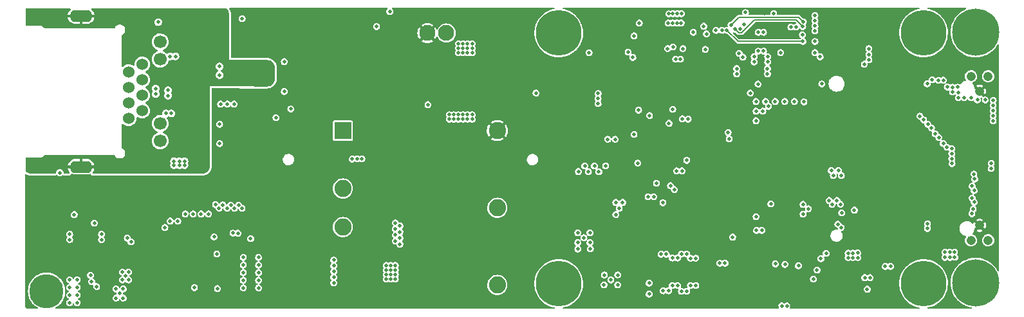
<source format=gbr>
G04 #@! TF.GenerationSoftware,KiCad,Pcbnew,6.0.11+dfsg-1~bpo11+1*
G04 #@! TF.CreationDate,2023-05-25T13:31:40+02:00*
G04 #@! TF.ProjectId,scalenode-cm4-baseboard,7363616c-656e-46f6-9465-2d636d342d62,1.1.1*
G04 #@! TF.SameCoordinates,Original*
G04 #@! TF.FileFunction,Copper,L2,Inr*
G04 #@! TF.FilePolarity,Positive*
%FSLAX46Y46*%
G04 Gerber Fmt 4.6, Leading zero omitted, Abs format (unit mm)*
G04 Created by KiCad (PCBNEW 6.0.11+dfsg-1~bpo11+1) date 2023-05-25 13:31:40*
%MOMM*%
%LPD*%
G01*
G04 APERTURE LIST*
G04 #@! TA.AperFunction,ComponentPad*
%ADD10C,6.000000*%
G04 #@! TD*
G04 #@! TA.AperFunction,ComponentPad*
%ADD11C,6.200000*%
G04 #@! TD*
G04 #@! TA.AperFunction,ComponentPad*
%ADD12C,4.500000*%
G04 #@! TD*
G04 #@! TA.AperFunction,ComponentPad*
%ADD13R,2.250000X2.250000*%
G04 #@! TD*
G04 #@! TA.AperFunction,ComponentPad*
%ADD14C,2.250000*%
G04 #@! TD*
G04 #@! TA.AperFunction,ComponentPad*
%ADD15C,1.524000*%
G04 #@! TD*
G04 #@! TA.AperFunction,ComponentPad*
%ADD16C,1.700000*%
G04 #@! TD*
G04 #@! TA.AperFunction,ComponentPad*
%ADD17O,3.000000X1.600000*%
G04 #@! TD*
G04 #@! TA.AperFunction,ComponentPad*
%ADD18C,2.100000*%
G04 #@! TD*
G04 #@! TA.AperFunction,ComponentPad*
%ADD19C,1.208000*%
G04 #@! TD*
G04 #@! TA.AperFunction,ViaPad*
%ADD20C,0.500000*%
G04 #@! TD*
G04 #@! TA.AperFunction,ViaPad*
%ADD21C,0.800000*%
G04 #@! TD*
G04 #@! TA.AperFunction,Conductor*
%ADD22C,0.200000*%
G04 #@! TD*
G04 APERTURE END LIST*
D10*
X193488000Y-93200000D03*
X145488000Y-93200000D03*
X193488000Y-60200000D03*
X145488000Y-60200000D03*
D11*
X200341000Y-93092000D03*
X200341000Y-60092000D03*
D12*
X78126000Y-94198000D03*
D13*
X117090000Y-73050000D03*
D14*
X117090000Y-80668000D03*
X117090000Y-85748000D03*
X137408000Y-93368000D03*
X137408000Y-83209000D03*
X137408000Y-73050000D03*
D13*
X117090000Y-73050000D03*
D14*
X117090000Y-80668000D03*
X117090000Y-85748000D03*
X137408000Y-93368000D03*
X137408000Y-83209000D03*
X137408000Y-73050000D03*
D15*
X88923000Y-71450000D03*
X90703000Y-70430000D03*
X88923000Y-69410000D03*
X90703000Y-68390000D03*
X88923000Y-67370000D03*
X90703000Y-66349000D03*
X88923000Y-65330000D03*
X90703000Y-64309000D03*
D16*
X93064000Y-74409000D03*
X93064000Y-72119000D03*
X93063000Y-63658000D03*
X93063000Y-61369000D03*
D17*
X82658000Y-57965000D03*
X82658000Y-77834000D03*
D18*
X130700000Y-60200000D03*
X128201000Y-60200000D03*
D19*
X201980000Y-87500000D03*
X199731000Y-87500000D03*
X201980000Y-65899000D03*
X199731000Y-65899000D03*
X200860000Y-85524000D03*
X200860000Y-67875000D03*
D20*
X100881000Y-74751000D03*
X100881000Y-72211000D03*
X100881000Y-65734000D03*
X106000000Y-90750000D03*
X104000000Y-93750000D03*
X106000000Y-91750000D03*
X106000000Y-89750000D03*
X104000000Y-89750000D03*
X104000000Y-90750000D03*
X106000000Y-92750000D03*
X104000000Y-92750000D03*
X106000000Y-93750000D03*
X104000000Y-91750000D03*
X100600000Y-93850000D03*
X88100000Y-92700000D03*
X88500000Y-92200000D03*
X88900000Y-92700000D03*
X88900000Y-91700000D03*
X88100000Y-91700000D03*
X88200000Y-93900000D03*
X115900000Y-92346000D03*
X115900000Y-91596000D03*
X115900000Y-90096000D03*
X87250000Y-93900000D03*
X87750000Y-94500000D03*
X115900000Y-93096000D03*
X115900000Y-90846000D03*
X88200000Y-95100000D03*
X87250000Y-95100000D03*
X97570000Y-93720000D03*
X80633579Y-80056421D03*
X82290000Y-80060000D03*
X84601262Y-80056063D03*
X176835998Y-87590717D03*
X176174202Y-83213083D03*
X169977998Y-88352717D03*
X169101000Y-88352717D03*
X170879000Y-88352717D03*
X175692998Y-87590717D03*
X178232998Y-87590717D03*
X188519998Y-87209717D03*
X185725998Y-67600000D03*
X184455998Y-66508717D03*
X176835998Y-65873717D03*
X178486998Y-65873717D03*
X166992998Y-62063717D03*
X166992998Y-60539717D03*
X173355000Y-91536000D03*
X169799000Y-91536000D03*
X174410000Y-91490000D03*
X170942000Y-91536000D03*
X172212000Y-91536000D03*
X170942000Y-96108000D03*
X169799000Y-96108000D03*
X168529000Y-96108000D03*
X167386000Y-96108000D03*
X162560000Y-96108000D03*
X161417000Y-96108000D03*
X160147000Y-96108000D03*
X159004000Y-96108000D03*
X157734000Y-96108000D03*
X165370000Y-57660000D03*
X166570000Y-57660000D03*
X168580000Y-57660000D03*
X172212000Y-96108000D03*
X173355000Y-96108000D03*
X166179500Y-96108000D03*
X164973000Y-96108000D03*
X163766500Y-96108000D03*
X164732200Y-70403200D03*
X165621200Y-70403200D03*
X172577719Y-57660980D03*
X188530000Y-66500000D03*
X196950000Y-79440000D03*
X192450000Y-69670000D03*
X85000000Y-84200000D03*
X163830000Y-91409000D03*
X189920000Y-69350000D03*
X78269000Y-87448000D03*
X164211000Y-62066490D03*
X193070000Y-70320000D03*
X105616000Y-60602000D03*
X177580000Y-80310000D03*
X175584000Y-62150000D03*
X196960000Y-82440000D03*
X150950000Y-58900000D03*
X185724800Y-86207600D03*
X162980500Y-57660000D03*
X175334000Y-59250000D03*
X158419800Y-88950000D03*
X175569500Y-91239500D03*
X185724800Y-74425200D03*
X162788600Y-88747600D03*
X174657523Y-57374444D03*
X167354897Y-71275103D03*
X184600000Y-87225000D03*
X160150000Y-88950000D03*
X168918251Y-62063717D03*
X185724800Y-83312000D03*
X190795000Y-68525000D03*
X122250000Y-94250000D03*
X187075000Y-92200000D03*
X174200000Y-96200000D03*
X119000000Y-85500000D03*
X194200000Y-71490000D03*
X162623500Y-62066490D03*
X83674000Y-90236000D03*
X199920000Y-76950000D03*
X165354000Y-62061059D03*
X176050000Y-80330000D03*
X175320000Y-79350000D03*
X119000000Y-84750000D03*
X185724800Y-75765200D03*
X134500000Y-91000000D03*
X164180000Y-57660000D03*
X135250000Y-90500000D03*
X191620000Y-69350000D03*
X185725998Y-68483700D03*
X177661983Y-58090017D03*
X123245800Y-69634200D03*
X135250000Y-89500000D03*
X151968200Y-72212200D03*
X185590000Y-66490000D03*
X185724800Y-85155200D03*
X185724800Y-78175200D03*
X134500000Y-89000000D03*
X189675000Y-90575000D03*
X135250000Y-91500000D03*
X92399502Y-82899500D03*
X134500000Y-90000000D03*
X189920000Y-68525000D03*
X123000000Y-94250000D03*
X177234000Y-62150000D03*
X190795000Y-67700000D03*
X193720000Y-70960000D03*
X185724800Y-69367400D03*
X196950000Y-80920000D03*
X176175000Y-96175000D03*
X195680000Y-73240000D03*
X160660000Y-73600000D03*
X83345000Y-87966000D03*
X185125000Y-92125000D03*
X160153220Y-91644059D03*
X119000000Y-88500000D03*
X166100000Y-91395949D03*
X196740000Y-74520000D03*
X110546000Y-61437000D03*
X176840000Y-79340000D03*
X119000000Y-87750000D03*
X170977720Y-60512280D03*
D21*
X131975000Y-82900000D03*
D20*
X202850000Y-76125000D03*
X119000000Y-87000000D03*
X157797504Y-91409000D03*
X196240000Y-73870000D03*
X185730000Y-70580000D03*
X187440000Y-66497200D03*
X119000000Y-86250000D03*
X79363500Y-79500000D03*
X187535748Y-87198200D03*
X123000000Y-95000000D03*
X173470000Y-62100000D03*
X185567248Y-87223600D03*
X104250000Y-62182083D03*
X195230000Y-72620000D03*
X134000000Y-91750000D03*
X163957000Y-90322400D03*
X158000000Y-78800000D03*
X169090000Y-69410000D03*
X133000000Y-91750000D03*
X157775000Y-62044500D03*
X174688500Y-62072000D03*
X190795000Y-69350000D03*
X132000000Y-91750000D03*
X185724800Y-82395200D03*
X185724800Y-80305200D03*
X187925000Y-90550000D03*
X122250000Y-95000000D03*
X186551498Y-87223600D03*
X194700000Y-72020000D03*
X185740000Y-79060000D03*
X77850000Y-90856000D03*
X199920000Y-77940000D03*
X174520000Y-80360000D03*
X186550000Y-66497200D03*
X196970000Y-83950000D03*
X189920000Y-67700000D03*
X170997231Y-62063717D03*
X159980000Y-57670000D03*
X161090000Y-57659989D03*
X161630000Y-57659989D03*
X159890000Y-58882000D03*
X161030000Y-58880000D03*
X160510000Y-57659989D03*
X160470000Y-58882000D03*
X133500000Y-70960000D03*
X134100000Y-71560000D03*
X124000000Y-90800000D03*
X132900000Y-62800000D03*
X197290000Y-67960000D03*
X131700000Y-70960000D03*
X123400000Y-92600000D03*
X199750000Y-68720000D03*
X198818500Y-68700000D03*
X122800000Y-91400000D03*
X132900000Y-61600000D03*
X134100000Y-70960000D03*
X133500000Y-61600000D03*
X197960000Y-67320000D03*
X122800000Y-92000000D03*
X132900000Y-71560000D03*
X134100000Y-61600000D03*
X132300000Y-61600000D03*
X124000000Y-92600000D03*
X133500000Y-62800000D03*
X132300000Y-70960000D03*
X124000000Y-92000000D03*
X132900000Y-70960000D03*
X161600000Y-58880000D03*
X123400000Y-92000000D03*
X131700000Y-71560000D03*
X122800000Y-92600000D03*
X133500000Y-62200000D03*
X131100000Y-71560000D03*
X122800000Y-90800000D03*
X198060000Y-68020000D03*
X134100000Y-62800000D03*
X132300000Y-62200000D03*
X123400000Y-90800000D03*
X134100000Y-62200000D03*
X132300000Y-71560000D03*
X124000000Y-91400000D03*
X132300000Y-62800000D03*
X123400000Y-91400000D03*
X197280000Y-67330000D03*
X198070000Y-68710000D03*
X196610000Y-67310000D03*
X132900000Y-62200000D03*
X131100000Y-70960000D03*
X133500000Y-71560000D03*
X188450000Y-90925000D03*
X185750000Y-92404500D03*
X189150000Y-90925000D03*
X186450000Y-92404500D03*
X182723000Y-83877000D03*
X184380000Y-83520000D03*
X180100000Y-66900000D03*
X118980000Y-76770000D03*
X150670000Y-68830000D03*
X100881000Y-64591000D03*
X161700000Y-78350000D03*
X172214981Y-86185019D03*
X171514981Y-86185019D03*
X161000000Y-78350000D03*
X118329477Y-76790523D03*
X150670684Y-69500361D03*
X142500000Y-68094500D03*
X121530000Y-59350000D03*
X94380000Y-84960000D03*
X102817261Y-83256756D03*
X154622500Y-62707000D03*
X163190000Y-60103489D03*
X95380000Y-84970000D03*
X102350000Y-82850000D03*
X101850000Y-83250000D03*
X155400000Y-60575167D03*
X96375000Y-84025000D03*
X164914916Y-60304916D03*
X101294666Y-82825166D03*
X97400000Y-84025000D03*
X100800000Y-83250000D03*
X164574916Y-59304916D03*
X98450000Y-84025000D03*
X99425000Y-84030500D03*
X100350000Y-82800000D03*
X156090000Y-58882000D03*
X103841209Y-83281821D03*
X103280908Y-86560908D03*
X100517000Y-89305000D03*
X196577488Y-75237488D03*
X163527720Y-89850000D03*
X163527720Y-93441000D03*
X162827720Y-89850000D03*
X162827720Y-93441000D03*
X196082512Y-74742512D03*
X162327720Y-94200000D03*
X195507488Y-73947488D03*
X162327720Y-89287482D03*
X161627720Y-94200000D03*
X161627720Y-89287482D03*
X195012512Y-73452512D03*
X193497488Y-71637488D03*
X159650000Y-89325000D03*
X159927720Y-94139500D03*
X159227720Y-94139500D03*
X193002512Y-71142512D03*
X158950000Y-89325000D03*
X170700000Y-68100000D03*
X200220000Y-79430000D03*
X160880497Y-63644500D03*
X186300000Y-63700000D03*
X194630000Y-66350000D03*
X171714309Y-66914309D03*
X185700000Y-64300000D03*
X200100803Y-78766811D03*
X193964227Y-66883914D03*
X161500000Y-63644500D03*
X102633931Y-86543911D03*
X103371709Y-82871709D03*
X164783996Y-62350000D03*
X167589414Y-59839501D03*
X177609500Y-61310000D03*
X186290000Y-62250000D03*
X196078174Y-66409464D03*
X179197000Y-61310000D03*
X200150000Y-80950000D03*
X179197000Y-59278000D03*
X168148000Y-59151000D03*
X177671659Y-58709444D03*
X200016347Y-83383585D03*
X177586591Y-59346922D03*
X179190000Y-59930000D03*
X199850502Y-83980476D03*
X168700000Y-59700000D03*
X169360263Y-59687763D03*
X179197000Y-58579500D03*
X200150000Y-82480000D03*
X199877321Y-81923736D03*
X169890000Y-59040000D03*
X179197000Y-57881000D03*
X199880000Y-80360000D03*
X186290000Y-63010000D03*
X179197000Y-62770500D03*
X195460000Y-66450000D03*
X174688500Y-62770500D03*
X170053000Y-57500000D03*
X103850000Y-58325000D03*
X173770691Y-57649309D03*
X172435000Y-60103500D03*
X172435000Y-62580000D03*
X168900000Y-65575000D03*
X172950000Y-65575000D03*
X171735000Y-60103500D03*
X171735000Y-62580000D03*
X172950000Y-64875000D03*
X168900000Y-64875000D03*
X171196000Y-63309500D03*
X172974000Y-63309500D03*
X169222512Y-62872512D03*
X176027720Y-59420564D03*
X172974000Y-64009500D03*
X171196000Y-64009500D03*
X169717488Y-63367488D03*
X176727720Y-59420564D03*
X168375000Y-87070500D03*
X158350000Y-79975000D03*
X159200000Y-82550000D03*
X171450000Y-84375000D03*
X174000000Y-90600000D03*
X177031578Y-90849500D03*
X186075000Y-93925000D03*
X175250000Y-90670000D03*
X175527720Y-96123436D03*
X174827720Y-96123436D03*
X182090000Y-82254500D03*
X179980500Y-89910500D03*
X197200000Y-76757948D03*
X167366487Y-90506487D03*
X182289500Y-78310000D03*
X182559500Y-82740000D03*
X197235072Y-77386851D03*
X182670000Y-78970000D03*
X166684000Y-90525000D03*
X180669500Y-89217499D03*
X194537488Y-72707488D03*
X161127720Y-93441000D03*
X161127720Y-89821500D03*
X160427720Y-93441000D03*
X194042512Y-72212512D03*
X160427720Y-89821500D03*
X197200000Y-76093974D03*
X181610000Y-78960000D03*
X157384000Y-93125000D03*
X181470000Y-82750000D03*
X179469500Y-91400000D03*
X181350000Y-78310000D03*
X179000000Y-92600000D03*
X181070000Y-82254500D03*
X157384000Y-94575000D03*
X197200000Y-75430000D03*
X93825000Y-70775000D03*
X94525000Y-70775000D03*
X94108088Y-68438000D03*
X92467748Y-68220773D03*
X92467748Y-67520773D03*
X94108088Y-67738000D03*
X95072039Y-63277258D03*
X94372039Y-63277258D03*
X171450000Y-71755000D03*
X172709840Y-69215000D03*
X173969680Y-69215000D03*
X153250000Y-93350000D03*
X148920200Y-77698600D03*
X151663400Y-77698600D03*
X152350000Y-92700000D03*
X177634000Y-84050000D03*
X171450000Y-69215000D03*
X124600000Y-88000000D03*
X150774400Y-78460600D03*
X79860000Y-78630000D03*
X150190200Y-77698600D03*
X178334000Y-83350000D03*
X172334000Y-70485000D03*
X177634000Y-82750000D03*
X176489360Y-69215000D03*
X124600000Y-87200000D03*
X173084000Y-69850000D03*
X124000000Y-85200000D03*
X124000000Y-86800000D03*
X171450000Y-70485000D03*
X148082000Y-78435200D03*
X151450000Y-93350000D03*
X149402800Y-78460600D03*
X100156270Y-87052770D03*
X153250000Y-92050000D03*
X124600000Y-86400000D03*
X175229520Y-69215000D03*
X124600000Y-85600000D03*
X124000000Y-86000000D03*
X124000000Y-87600000D03*
X177749200Y-69265800D03*
X151500000Y-92050000D03*
X95600000Y-77090000D03*
X96260000Y-77084000D03*
X94880000Y-77606000D03*
X95600000Y-77606000D03*
X96260000Y-77600000D03*
X82150000Y-92706000D03*
X81150000Y-93706000D03*
X82150000Y-93706000D03*
X81150000Y-94706000D03*
X82150000Y-94706000D03*
X81150000Y-95706000D03*
X82150000Y-95706000D03*
X81150000Y-92706000D03*
X94880000Y-77090000D03*
X177560000Y-60420000D03*
X150680209Y-68167064D03*
X179877000Y-63333000D03*
X119599503Y-76770000D03*
X108300000Y-71350000D03*
X110250000Y-70200000D03*
X109391000Y-67902000D03*
X109390000Y-63956010D03*
X106306000Y-66512000D03*
X95511000Y-59512000D03*
X100651000Y-59132000D03*
X83900000Y-92081000D03*
X84050000Y-92931000D03*
X84700000Y-93581000D03*
X102786000Y-69544000D03*
X101897000Y-69544000D03*
X101008000Y-69544000D03*
X153000000Y-84100000D03*
X153000000Y-82500000D03*
X153450000Y-83300000D03*
X153900000Y-82500000D03*
X151935200Y-74186400D03*
X159834000Y-62250000D03*
X167919400Y-74142600D03*
X160527720Y-62050000D03*
X92800000Y-58775000D03*
X152925800Y-74186400D03*
X104963281Y-87271123D03*
X128285800Y-69634200D03*
X93682500Y-85800000D03*
X84407000Y-85222000D03*
X173384000Y-82700000D03*
X161827720Y-62250000D03*
X81760000Y-84110000D03*
X167780200Y-73298800D03*
X162522400Y-71546200D03*
X85342500Y-86698000D03*
X81162528Y-86698000D03*
X89226190Y-87693488D03*
X160697488Y-80797488D03*
X160202512Y-80302512D03*
X81162528Y-87398000D03*
X85342500Y-87398000D03*
X88731214Y-87198512D03*
X193996906Y-85932223D03*
X157250000Y-81750000D03*
X182653564Y-85802475D03*
X158000000Y-81750000D03*
X182210000Y-85370000D03*
X194002675Y-85312747D03*
X202384500Y-78049000D03*
X202384500Y-77349000D03*
X166970000Y-59850000D03*
X157429200Y-71063600D03*
X166179500Y-59849494D03*
X156000000Y-70350000D03*
X159994600Y-72079600D03*
X149485690Y-62785690D03*
X155244487Y-63419487D03*
X123270000Y-57375500D03*
X155879800Y-77317600D03*
X155397200Y-73558400D03*
X162331400Y-76962000D03*
X160500000Y-70250000D03*
X161750000Y-71500000D03*
X202643500Y-69734450D03*
X202643500Y-71078150D03*
X202643500Y-70406300D03*
X202643500Y-71750000D03*
X202650500Y-69062600D03*
X201609100Y-69011800D03*
X200567700Y-69011800D03*
X149600000Y-86500000D03*
X148000000Y-86500000D03*
X148000000Y-87800000D03*
X149600000Y-87800000D03*
X148800000Y-87150000D03*
X148000000Y-88650000D03*
X184200800Y-89766800D03*
X183565800Y-89766800D03*
X196316600Y-89055600D03*
X149650000Y-88600000D03*
X184200800Y-89182600D03*
X196951600Y-89741400D03*
X184835800Y-89157200D03*
X197586600Y-89716000D03*
X196926200Y-89055600D03*
X197561200Y-89055600D03*
X183565800Y-89182600D03*
X184835800Y-89766800D03*
X196291200Y-89741400D03*
D22*
X169080000Y-61310000D02*
X177609500Y-61310000D01*
X167589414Y-59839501D02*
X167609501Y-59839501D01*
X167609501Y-59839501D02*
X169080000Y-61310000D01*
X177671659Y-58709444D02*
X177617420Y-58709444D01*
X177617420Y-58709444D02*
X177038456Y-58130480D01*
X177038456Y-58130480D02*
X169168520Y-58130480D01*
X169168520Y-58130480D02*
X168148000Y-59151000D01*
X168700000Y-59700000D02*
X169167000Y-60167000D01*
X177586591Y-59288366D02*
X177586591Y-59346922D01*
X171262000Y-58450000D02*
X176748225Y-58450000D01*
X169545000Y-60167000D02*
X171262000Y-58450000D01*
X169167000Y-60167000D02*
X169545000Y-60167000D01*
X176748225Y-58450000D02*
X177586591Y-59288366D01*
G04 #@! TA.AperFunction,Conductor*
G36*
X81243551Y-56974502D02*
G01*
X81290044Y-57028158D01*
X81300148Y-57098432D01*
X81270654Y-57163012D01*
X81255066Y-57178142D01*
X81216496Y-57209599D01*
X81207801Y-57218234D01*
X81083891Y-57368014D01*
X81077035Y-57378180D01*
X80984585Y-57549162D01*
X80979833Y-57560469D01*
X80922355Y-57746149D01*
X80919888Y-57758166D01*
X80919802Y-57758983D01*
X80922481Y-57773636D01*
X80934801Y-57777000D01*
X84381177Y-57777000D01*
X84395738Y-57772724D01*
X84397234Y-57763951D01*
X84396601Y-57760637D01*
X84341719Y-57574163D01*
X84337126Y-57562795D01*
X84247071Y-57390536D01*
X84240357Y-57380275D01*
X84118557Y-57228787D01*
X84109979Y-57220027D01*
X84058727Y-57177021D01*
X84019401Y-57117911D01*
X84018275Y-57046923D01*
X84055707Y-56986596D01*
X84119812Y-56956083D01*
X84139719Y-56954500D01*
X101717559Y-56954500D01*
X101785680Y-56974502D01*
X101797289Y-56982933D01*
X101801771Y-56986596D01*
X101802751Y-56987397D01*
X101820163Y-57004719D01*
X101928583Y-57135975D01*
X101942305Y-57156346D01*
X102023201Y-57306142D01*
X102032710Y-57328786D01*
X102083011Y-57491430D01*
X102087945Y-57515486D01*
X102092918Y-57562795D01*
X102106386Y-57690949D01*
X102107073Y-57703217D01*
X102121228Y-59699176D01*
X102142920Y-62757657D01*
X102150000Y-63756000D01*
X107132965Y-63756000D01*
X107145315Y-63756607D01*
X107321892Y-63773999D01*
X107346109Y-63778815D01*
X107509961Y-63828518D01*
X107532781Y-63837971D01*
X107683783Y-63918683D01*
X107704310Y-63932399D01*
X107836673Y-64041026D01*
X107854126Y-64058479D01*
X107962753Y-64190842D01*
X107976469Y-64211369D01*
X108013811Y-64281231D01*
X108057181Y-64362371D01*
X108066634Y-64385190D01*
X108116337Y-64549043D01*
X108121153Y-64573260D01*
X108137321Y-64737413D01*
X108138545Y-64749837D01*
X108139152Y-64762187D01*
X108139152Y-66243911D01*
X108138541Y-66256307D01*
X108121019Y-66433543D01*
X108116164Y-66457855D01*
X108066099Y-66622247D01*
X108056578Y-66645138D01*
X107975293Y-66796546D01*
X107961474Y-66817130D01*
X107852114Y-66949691D01*
X107834532Y-66967170D01*
X107701327Y-67075756D01*
X107680663Y-67089454D01*
X107528784Y-67169851D01*
X107505837Y-67179238D01*
X107341148Y-67228341D01*
X107316817Y-67233051D01*
X107139479Y-67249535D01*
X107127094Y-67250074D01*
X103869576Y-67231000D01*
X99600000Y-67206000D01*
X99600000Y-77699813D01*
X99599393Y-77712163D01*
X99583165Y-77876933D01*
X99582002Y-77888737D01*
X99577185Y-77912957D01*
X99529829Y-78069073D01*
X99527482Y-78076809D01*
X99518029Y-78099629D01*
X99502607Y-78128482D01*
X99442447Y-78241035D01*
X99437319Y-78250628D01*
X99423601Y-78271158D01*
X99314974Y-78403521D01*
X99297521Y-78420974D01*
X99165158Y-78529601D01*
X99144631Y-78543317D01*
X99100941Y-78566670D01*
X98993629Y-78624029D01*
X98970810Y-78633482D01*
X98806957Y-78683185D01*
X98782740Y-78688001D01*
X98606163Y-78705393D01*
X98593813Y-78706000D01*
X84272361Y-78706000D01*
X84204240Y-78685998D01*
X84157747Y-78632342D01*
X84147643Y-78562068D01*
X84175277Y-78499684D01*
X84232104Y-78430992D01*
X84238965Y-78420820D01*
X84331415Y-78249838D01*
X84336167Y-78238531D01*
X84393645Y-78052851D01*
X84396112Y-78040834D01*
X84396198Y-78040017D01*
X84393519Y-78025364D01*
X84381199Y-78022000D01*
X80934823Y-78022000D01*
X80920262Y-78026276D01*
X80918766Y-78035049D01*
X80919399Y-78038363D01*
X80974281Y-78224837D01*
X80978874Y-78236205D01*
X81068929Y-78408464D01*
X81075647Y-78418731D01*
X81141832Y-78501048D01*
X81168929Y-78566670D01*
X81156246Y-78636524D01*
X81107810Y-78688433D01*
X81043636Y-78706000D01*
X80489813Y-78706000D01*
X80421692Y-78685998D01*
X80375199Y-78632342D01*
X80365086Y-78597863D01*
X80350474Y-78495835D01*
X80350473Y-78495833D01*
X80349201Y-78486948D01*
X80289388Y-78355395D01*
X80283530Y-78348596D01*
X80283527Y-78348592D01*
X80200916Y-78252718D01*
X80200913Y-78252716D01*
X80195056Y-78245918D01*
X80073790Y-78167317D01*
X80056921Y-78162272D01*
X79943938Y-78128482D01*
X79943936Y-78128482D01*
X79935337Y-78125910D01*
X79926363Y-78125855D01*
X79926361Y-78125855D01*
X79863082Y-78125469D01*
X79790827Y-78125028D01*
X79782196Y-78127495D01*
X79782194Y-78127495D01*
X79660509Y-78162272D01*
X79660505Y-78162274D01*
X79651879Y-78164739D01*
X79644292Y-78169526D01*
X79644290Y-78169527D01*
X79537254Y-78237062D01*
X79529661Y-78241853D01*
X79433999Y-78350170D01*
X79372583Y-78480982D01*
X79371203Y-78489846D01*
X79371202Y-78489849D01*
X79354147Y-78599385D01*
X79323902Y-78663618D01*
X79263733Y-78701302D01*
X79229647Y-78706000D01*
X76106187Y-78706000D01*
X76093837Y-78705393D01*
X75917260Y-78688001D01*
X75893043Y-78683185D01*
X75729190Y-78633482D01*
X75706371Y-78624029D01*
X75599059Y-78566670D01*
X75555369Y-78543317D01*
X75534842Y-78529601D01*
X75402485Y-78420979D01*
X75385022Y-78403516D01*
X75383100Y-78401174D01*
X75355347Y-78335826D01*
X75354500Y-78321241D01*
X75354500Y-77627983D01*
X80919802Y-77627983D01*
X80922481Y-77642636D01*
X80934801Y-77646000D01*
X82451885Y-77646000D01*
X82467124Y-77641525D01*
X82468329Y-77640135D01*
X82470000Y-77632452D01*
X82470000Y-77627885D01*
X82846000Y-77627885D01*
X82850475Y-77643124D01*
X82851865Y-77644329D01*
X82859548Y-77646000D01*
X84381177Y-77646000D01*
X84395738Y-77641724D01*
X84397234Y-77632951D01*
X84396601Y-77629637D01*
X84387812Y-77599773D01*
X94370350Y-77599773D01*
X94371514Y-77608675D01*
X94371514Y-77608678D01*
X94375955Y-77642636D01*
X94389088Y-77743065D01*
X94447289Y-77875339D01*
X94540276Y-77985960D01*
X94547747Y-77990933D01*
X94547748Y-77990934D01*
X94653101Y-78061063D01*
X94653103Y-78061064D01*
X94660574Y-78066037D01*
X94669138Y-78068713D01*
X94669141Y-78068714D01*
X94695052Y-78076809D01*
X94798510Y-78109132D01*
X94942998Y-78111780D01*
X94973670Y-78103418D01*
X95073763Y-78076130D01*
X95073765Y-78076129D01*
X95082422Y-78073769D01*
X95174889Y-78016994D01*
X95243405Y-77998396D01*
X95310635Y-78019482D01*
X95335100Y-78035767D01*
X95373101Y-78061063D01*
X95373103Y-78061064D01*
X95380574Y-78066037D01*
X95389138Y-78068713D01*
X95389141Y-78068714D01*
X95415052Y-78076809D01*
X95518510Y-78109132D01*
X95662998Y-78111780D01*
X95693670Y-78103418D01*
X95793763Y-78076130D01*
X95793765Y-78076129D01*
X95802422Y-78073769D01*
X95868367Y-78033278D01*
X95936882Y-78014681D01*
X96004113Y-78035767D01*
X96033101Y-78055063D01*
X96033103Y-78055064D01*
X96040574Y-78060037D01*
X96049138Y-78062713D01*
X96049141Y-78062714D01*
X96094257Y-78076809D01*
X96178510Y-78103132D01*
X96322998Y-78105780D01*
X96345560Y-78099629D01*
X96453763Y-78070130D01*
X96453765Y-78070129D01*
X96462422Y-78067769D01*
X96585572Y-77992154D01*
X96682551Y-77885014D01*
X96745560Y-77754962D01*
X96769536Y-77612453D01*
X96769688Y-77600000D01*
X96749201Y-77456948D01*
X96720793Y-77394467D01*
X96710807Y-77324178D01*
X96722102Y-77287379D01*
X96741645Y-77247042D01*
X96745560Y-77238962D01*
X96769536Y-77096453D01*
X96769688Y-77084000D01*
X96749201Y-76940948D01*
X96689388Y-76809395D01*
X96683530Y-76802596D01*
X96683527Y-76802592D01*
X96600916Y-76706718D01*
X96600913Y-76706716D01*
X96595056Y-76699918D01*
X96509941Y-76644749D01*
X96481324Y-76626200D01*
X96481322Y-76626199D01*
X96473790Y-76621317D01*
X96445589Y-76612883D01*
X96343938Y-76582482D01*
X96343936Y-76582482D01*
X96335337Y-76579910D01*
X96326363Y-76579855D01*
X96326361Y-76579855D01*
X96263082Y-76579469D01*
X96190827Y-76579028D01*
X96182196Y-76581495D01*
X96182194Y-76581495D01*
X96060509Y-76616272D01*
X96060505Y-76616274D01*
X96051879Y-76618739D01*
X96044292Y-76623526D01*
X96044290Y-76623527D01*
X95992675Y-76656094D01*
X95924390Y-76675528D01*
X95856907Y-76655264D01*
X95821324Y-76632200D01*
X95821322Y-76632199D01*
X95813790Y-76627317D01*
X95765527Y-76612883D01*
X95683938Y-76588482D01*
X95683936Y-76588482D01*
X95675337Y-76585910D01*
X95666363Y-76585855D01*
X95666361Y-76585855D01*
X95603082Y-76585469D01*
X95530827Y-76585028D01*
X95522196Y-76587495D01*
X95522194Y-76587495D01*
X95400509Y-76622272D01*
X95400505Y-76622274D01*
X95391879Y-76624739D01*
X95384293Y-76629525D01*
X95384285Y-76629529D01*
X95306962Y-76678317D01*
X95238677Y-76697752D01*
X95171195Y-76677489D01*
X95093790Y-76627317D01*
X95045527Y-76612883D01*
X94963938Y-76588482D01*
X94963936Y-76588482D01*
X94955337Y-76585910D01*
X94946363Y-76585855D01*
X94946361Y-76585855D01*
X94883082Y-76585469D01*
X94810827Y-76585028D01*
X94802196Y-76587495D01*
X94802194Y-76587495D01*
X94680509Y-76622272D01*
X94680505Y-76622274D01*
X94671879Y-76624739D01*
X94664292Y-76629526D01*
X94664290Y-76629527D01*
X94660054Y-76632200D01*
X94549661Y-76701853D01*
X94543718Y-76708582D01*
X94543717Y-76708583D01*
X94480644Y-76780000D01*
X94453999Y-76810170D01*
X94392583Y-76940982D01*
X94391203Y-76949846D01*
X94391202Y-76949849D01*
X94388987Y-76964080D01*
X94370350Y-77083773D01*
X94371514Y-77092675D01*
X94371514Y-77092678D01*
X94372635Y-77101247D01*
X94389088Y-77227065D01*
X94415626Y-77287379D01*
X94419929Y-77297158D01*
X94429055Y-77367565D01*
X94418655Y-77401450D01*
X94392583Y-77456982D01*
X94370350Y-77599773D01*
X84387812Y-77599773D01*
X84341719Y-77443163D01*
X84337126Y-77431795D01*
X84247071Y-77259536D01*
X84240357Y-77249275D01*
X84118557Y-77097787D01*
X84109979Y-77089027D01*
X83961074Y-76964080D01*
X83950963Y-76957156D01*
X83780619Y-76863510D01*
X83769355Y-76858682D01*
X83584069Y-76799906D01*
X83572080Y-76797358D01*
X83420836Y-76780393D01*
X83413812Y-76780000D01*
X82864115Y-76780000D01*
X82848876Y-76784475D01*
X82847671Y-76785865D01*
X82846000Y-76793548D01*
X82846000Y-77627885D01*
X82470000Y-77627885D01*
X82470000Y-76798115D01*
X82465525Y-76782876D01*
X82464135Y-76781671D01*
X82456452Y-76780000D01*
X81909068Y-76780000D01*
X81902920Y-76780301D01*
X81758419Y-76794469D01*
X81746384Y-76796852D01*
X81560308Y-76853032D01*
X81548967Y-76857706D01*
X81377349Y-76948957D01*
X81367124Y-76955751D01*
X81216491Y-77078605D01*
X81207801Y-77087234D01*
X81083891Y-77237014D01*
X81077035Y-77247180D01*
X80984585Y-77418162D01*
X80979833Y-77429469D01*
X80922355Y-77615149D01*
X80919888Y-77627166D01*
X80919802Y-77627983D01*
X75354500Y-77627983D01*
X75354500Y-76740759D01*
X75374502Y-76672638D01*
X75383110Y-76660815D01*
X75385030Y-76658476D01*
X75402476Y-76641030D01*
X75404815Y-76639110D01*
X75470159Y-76611349D01*
X75484759Y-76610500D01*
X77277066Y-76610500D01*
X77283942Y-76610688D01*
X77311713Y-76612206D01*
X77311714Y-76612206D01*
X77324106Y-76612883D01*
X77335813Y-76608767D01*
X77335814Y-76608767D01*
X77337395Y-76608211D01*
X77348770Y-76604805D01*
X77376281Y-76597961D01*
X77382117Y-76596655D01*
X77383248Y-76596430D01*
X77386742Y-76595735D01*
X77387252Y-76598301D01*
X77388405Y-76598177D01*
X77387648Y-76595133D01*
X77444701Y-76580939D01*
X77450494Y-76578155D01*
X77450497Y-76578154D01*
X77504148Y-76552371D01*
X77556958Y-76526993D01*
X77562069Y-76523090D01*
X77562073Y-76523088D01*
X77650829Y-76455317D01*
X77650830Y-76455316D01*
X77655947Y-76451409D01*
X77737558Y-76357326D01*
X77755684Y-76324949D01*
X77806414Y-76275280D01*
X77865627Y-76260500D01*
X86999245Y-76260500D01*
X87067366Y-76280502D01*
X87105932Y-76319464D01*
X87182947Y-76442033D01*
X87186714Y-76448028D01*
X87298972Y-76560286D01*
X87304966Y-76564052D01*
X87304967Y-76564053D01*
X87359473Y-76598301D01*
X87433395Y-76644749D01*
X87583242Y-76697183D01*
X87590269Y-76697975D01*
X87590270Y-76697975D01*
X87733971Y-76714166D01*
X87741000Y-76714958D01*
X87748029Y-76714166D01*
X87891730Y-76697975D01*
X87891731Y-76697975D01*
X87898758Y-76697183D01*
X88048605Y-76644749D01*
X88122527Y-76598301D01*
X88177033Y-76564053D01*
X88177034Y-76564052D01*
X88183028Y-76560286D01*
X88295286Y-76448028D01*
X88311666Y-76421960D01*
X88375984Y-76319597D01*
X88379749Y-76313605D01*
X88432183Y-76163758D01*
X88449958Y-76006000D01*
X88432183Y-75848242D01*
X88379749Y-75698395D01*
X88352671Y-75655301D01*
X88299053Y-75569967D01*
X88299052Y-75569966D01*
X88295286Y-75563972D01*
X88183028Y-75451714D01*
X88136270Y-75422334D01*
X88054464Y-75370932D01*
X88007426Y-75317754D01*
X87995500Y-75264245D01*
X87995500Y-74379964D01*
X91955148Y-74379964D01*
X91968424Y-74582522D01*
X91969845Y-74588118D01*
X91969846Y-74588123D01*
X91990119Y-74667945D01*
X92018392Y-74779269D01*
X92020809Y-74784512D01*
X92058010Y-74865208D01*
X92103377Y-74963616D01*
X92106710Y-74968332D01*
X92154543Y-75036014D01*
X92220533Y-75129389D01*
X92365938Y-75271035D01*
X92534720Y-75383812D01*
X92540023Y-75386090D01*
X92540026Y-75386092D01*
X92704423Y-75456722D01*
X92721228Y-75463942D01*
X92794244Y-75480464D01*
X92913579Y-75507467D01*
X92913584Y-75507468D01*
X92919216Y-75508742D01*
X92924987Y-75508969D01*
X92924989Y-75508969D01*
X92984756Y-75511317D01*
X93122053Y-75516712D01*
X93222499Y-75502148D01*
X93317231Y-75488413D01*
X93317236Y-75488412D01*
X93322945Y-75487584D01*
X93328409Y-75485729D01*
X93328414Y-75485728D01*
X93509693Y-75424192D01*
X93509698Y-75424190D01*
X93515165Y-75422334D01*
X93692276Y-75323147D01*
X93698761Y-75317754D01*
X93843913Y-75197031D01*
X93848345Y-75193345D01*
X93978147Y-75037276D01*
X94037845Y-74930677D01*
X94074510Y-74865208D01*
X94074511Y-74865206D01*
X94077334Y-74860165D01*
X94079190Y-74854698D01*
X94079192Y-74854693D01*
X94140728Y-74673414D01*
X94140729Y-74673409D01*
X94142584Y-74667945D01*
X94143412Y-74662236D01*
X94143413Y-74662231D01*
X94171179Y-74470727D01*
X94171712Y-74467053D01*
X94173232Y-74409000D01*
X94154658Y-74206859D01*
X94153090Y-74201299D01*
X94101125Y-74017046D01*
X94101124Y-74017044D01*
X94099557Y-74011487D01*
X94088978Y-73990033D01*
X94012331Y-73834609D01*
X94009776Y-73829428D01*
X93888320Y-73666779D01*
X93739258Y-73528987D01*
X93734375Y-73525906D01*
X93734371Y-73525903D01*
X93572464Y-73423748D01*
X93567581Y-73420667D01*
X93470231Y-73381828D01*
X93414373Y-73338009D01*
X93391072Y-73270944D01*
X93407728Y-73201929D01*
X93459052Y-73152875D01*
X93476418Y-73145487D01*
X93515165Y-73132334D01*
X93692276Y-73033147D01*
X93754934Y-72981035D01*
X93843913Y-72907031D01*
X93848345Y-72903345D01*
X93978147Y-72747276D01*
X94077334Y-72570165D01*
X94079190Y-72564698D01*
X94079192Y-72564693D01*
X94140728Y-72383414D01*
X94140729Y-72383409D01*
X94142584Y-72377945D01*
X94143412Y-72372236D01*
X94143413Y-72372231D01*
X94171179Y-72180727D01*
X94171712Y-72177053D01*
X94173232Y-72119000D01*
X94154658Y-71916859D01*
X94153090Y-71911299D01*
X94101125Y-71727046D01*
X94101124Y-71727044D01*
X94099557Y-71721487D01*
X94092369Y-71706910D01*
X94012331Y-71544609D01*
X94009776Y-71539428D01*
X93943889Y-71451194D01*
X93939429Y-71445222D01*
X93914697Y-71378672D01*
X93929871Y-71309316D01*
X93980133Y-71259174D01*
X94007244Y-71248270D01*
X94027422Y-71242769D01*
X94109485Y-71192382D01*
X94178001Y-71173784D01*
X94245232Y-71194870D01*
X94298101Y-71230063D01*
X94298103Y-71230064D01*
X94305574Y-71235037D01*
X94314138Y-71237713D01*
X94314141Y-71237714D01*
X94347929Y-71248270D01*
X94443510Y-71278132D01*
X94587998Y-71280780D01*
X94667249Y-71259174D01*
X94718763Y-71245130D01*
X94718765Y-71245129D01*
X94727422Y-71242769D01*
X94850572Y-71167154D01*
X94947551Y-71060014D01*
X95010560Y-70929962D01*
X95034536Y-70787453D01*
X95034688Y-70775000D01*
X95014201Y-70631948D01*
X95010391Y-70623567D01*
X94958104Y-70508569D01*
X94954388Y-70500395D01*
X94948530Y-70493596D01*
X94948527Y-70493592D01*
X94865916Y-70397718D01*
X94865913Y-70397716D01*
X94860056Y-70390918D01*
X94790739Y-70345989D01*
X94746324Y-70317200D01*
X94746322Y-70317199D01*
X94738790Y-70312317D01*
X94693610Y-70298805D01*
X94608938Y-70273482D01*
X94608936Y-70273482D01*
X94600337Y-70270910D01*
X94591363Y-70270855D01*
X94591361Y-70270855D01*
X94528082Y-70270469D01*
X94455827Y-70270028D01*
X94447196Y-70272495D01*
X94447194Y-70272495D01*
X94325509Y-70307272D01*
X94325505Y-70307274D01*
X94316879Y-70309739D01*
X94309288Y-70314528D01*
X94309287Y-70314529D01*
X94242095Y-70356923D01*
X94173810Y-70376357D01*
X94106328Y-70356093D01*
X94046324Y-70317200D01*
X94046322Y-70317199D01*
X94038790Y-70312317D01*
X93993610Y-70298805D01*
X93908938Y-70273482D01*
X93908936Y-70273482D01*
X93900337Y-70270910D01*
X93891363Y-70270855D01*
X93891361Y-70270855D01*
X93828082Y-70270469D01*
X93755827Y-70270028D01*
X93747196Y-70272495D01*
X93747194Y-70272495D01*
X93625509Y-70307272D01*
X93625505Y-70307274D01*
X93616879Y-70309739D01*
X93609292Y-70314526D01*
X93609290Y-70314527D01*
X93524774Y-70367853D01*
X93494661Y-70386853D01*
X93488718Y-70393582D01*
X93488717Y-70393583D01*
X93456555Y-70430000D01*
X93398999Y-70495170D01*
X93337583Y-70625982D01*
X93336203Y-70634846D01*
X93336202Y-70634849D01*
X93318686Y-70747350D01*
X93315350Y-70768773D01*
X93316514Y-70777675D01*
X93316514Y-70777678D01*
X93329361Y-70875916D01*
X93318361Y-70946055D01*
X93271187Y-70999113D01*
X93202816Y-71018244D01*
X93191257Y-71017564D01*
X93185608Y-71016970D01*
X93179946Y-71015844D01*
X93174173Y-71015768D01*
X93174169Y-71015768D01*
X93069375Y-71014397D01*
X92976971Y-71013187D01*
X92971274Y-71014166D01*
X92971273Y-71014166D01*
X92795678Y-71044339D01*
X92776910Y-71047564D01*
X92586463Y-71117824D01*
X92412010Y-71221612D01*
X92407670Y-71225418D01*
X92407666Y-71225421D01*
X92272713Y-71343773D01*
X92259392Y-71355455D01*
X92133720Y-71514869D01*
X92131031Y-71519980D01*
X92131029Y-71519983D01*
X92118073Y-71544609D01*
X92039203Y-71694515D01*
X91979007Y-71888378D01*
X91955148Y-72089964D01*
X91968424Y-72292522D01*
X91969845Y-72298118D01*
X91969846Y-72298123D01*
X91995597Y-72399514D01*
X92018392Y-72489269D01*
X92020809Y-72494512D01*
X92058010Y-72575208D01*
X92103377Y-72673616D01*
X92220533Y-72839389D01*
X92365938Y-72981035D01*
X92534720Y-73093812D01*
X92540023Y-73096090D01*
X92540026Y-73096092D01*
X92661676Y-73148357D01*
X92716369Y-73193626D01*
X92737906Y-73261277D01*
X92719449Y-73329832D01*
X92666858Y-73377526D01*
X92655548Y-73382337D01*
X92591882Y-73405824D01*
X92591874Y-73405828D01*
X92586463Y-73407824D01*
X92412010Y-73511612D01*
X92407670Y-73515418D01*
X92407666Y-73515421D01*
X92387723Y-73532911D01*
X92259392Y-73645455D01*
X92133720Y-73804869D01*
X92131031Y-73809980D01*
X92131029Y-73809983D01*
X92118073Y-73834609D01*
X92039203Y-73984515D01*
X91979007Y-74178378D01*
X91955148Y-74379964D01*
X87995500Y-74379964D01*
X87995500Y-72268180D01*
X88015502Y-72200059D01*
X88069158Y-72153566D01*
X88139432Y-72143462D01*
X88203162Y-72172226D01*
X88248722Y-72211000D01*
X88315909Y-72268180D01*
X88340063Y-72288737D01*
X88345441Y-72291743D01*
X88345443Y-72291744D01*
X88387397Y-72315191D01*
X88514076Y-72385989D01*
X88519935Y-72387893D01*
X88519938Y-72387894D01*
X88555701Y-72399514D01*
X88703665Y-72447591D01*
X88709775Y-72448320D01*
X88709777Y-72448320D01*
X88777314Y-72456373D01*
X88901609Y-72471194D01*
X88907744Y-72470722D01*
X88907746Y-72470722D01*
X89094226Y-72456373D01*
X89094231Y-72456372D01*
X89100367Y-72455900D01*
X89106297Y-72454244D01*
X89106299Y-72454244D01*
X89196368Y-72429096D01*
X89292370Y-72402292D01*
X89297870Y-72399514D01*
X89464802Y-72315191D01*
X89464804Y-72315190D01*
X89470303Y-72312412D01*
X89627390Y-72189682D01*
X89642458Y-72172226D01*
X89753618Y-72043446D01*
X89753619Y-72043444D01*
X89757647Y-72038778D01*
X89856112Y-71865448D01*
X89919035Y-71676294D01*
X89935671Y-71544609D01*
X89943578Y-71482023D01*
X89943579Y-71482013D01*
X89944020Y-71478520D01*
X89944418Y-71450000D01*
X89938950Y-71394237D01*
X89952209Y-71324491D01*
X90001071Y-71272984D01*
X90070024Y-71256070D01*
X90125819Y-71271954D01*
X90155632Y-71288616D01*
X90294076Y-71365989D01*
X90299935Y-71367893D01*
X90299938Y-71367894D01*
X90335701Y-71379514D01*
X90483665Y-71427591D01*
X90489775Y-71428320D01*
X90489777Y-71428320D01*
X90557314Y-71436373D01*
X90681609Y-71451194D01*
X90687744Y-71450722D01*
X90687746Y-71450722D01*
X90874226Y-71436373D01*
X90874231Y-71436372D01*
X90880367Y-71435900D01*
X90886297Y-71434244D01*
X90886299Y-71434244D01*
X91029580Y-71394239D01*
X91072370Y-71382292D01*
X91077870Y-71379514D01*
X91244802Y-71295191D01*
X91244804Y-71295190D01*
X91250303Y-71292412D01*
X91407390Y-71169682D01*
X91431800Y-71141403D01*
X91533618Y-71023446D01*
X91533619Y-71023444D01*
X91537647Y-71018778D01*
X91636112Y-70845448D01*
X91699035Y-70656294D01*
X91707099Y-70592460D01*
X91723578Y-70462023D01*
X91723579Y-70462013D01*
X91724020Y-70458520D01*
X91724418Y-70430000D01*
X91704965Y-70231606D01*
X91703184Y-70225707D01*
X91703183Y-70225702D01*
X91649129Y-70046667D01*
X91647348Y-70040768D01*
X91553761Y-69864756D01*
X91549871Y-69859986D01*
X91549868Y-69859982D01*
X91431663Y-69715049D01*
X91431660Y-69715046D01*
X91427768Y-69710274D01*
X91274170Y-69583206D01*
X91268753Y-69580277D01*
X91268747Y-69580273D01*
X91158355Y-69520585D01*
X91107946Y-69470590D01*
X91092568Y-69401279D01*
X91117104Y-69334657D01*
X91161473Y-69297283D01*
X91244802Y-69255191D01*
X91244804Y-69255190D01*
X91250303Y-69252412D01*
X91407390Y-69129682D01*
X91411416Y-69125018D01*
X91533618Y-68983446D01*
X91533619Y-68983444D01*
X91537647Y-68978778D01*
X91636112Y-68805448D01*
X91699035Y-68616294D01*
X91707099Y-68552460D01*
X91723578Y-68422023D01*
X91723579Y-68422013D01*
X91724020Y-68418520D01*
X91724418Y-68390000D01*
X91716792Y-68312227D01*
X91725583Y-68265983D01*
X91712092Y-68244416D01*
X91711582Y-68241699D01*
X91950267Y-68241699D01*
X91959046Y-68252805D01*
X91967127Y-68283594D01*
X91976836Y-68357838D01*
X92035037Y-68490112D01*
X92040811Y-68496981D01*
X92094015Y-68560274D01*
X92128024Y-68600733D01*
X92135495Y-68605706D01*
X92135496Y-68605707D01*
X92240849Y-68675836D01*
X92240851Y-68675837D01*
X92248322Y-68680810D01*
X92256886Y-68683486D01*
X92256889Y-68683487D01*
X92317290Y-68702357D01*
X92386258Y-68723905D01*
X92530746Y-68726553D01*
X92550278Y-68721228D01*
X92661511Y-68690903D01*
X92661513Y-68690902D01*
X92670170Y-68688542D01*
X92793320Y-68612927D01*
X92890299Y-68505787D01*
X92923141Y-68438000D01*
X92926158Y-68431773D01*
X93598438Y-68431773D01*
X93599602Y-68440675D01*
X93599602Y-68440678D01*
X93614220Y-68552460D01*
X93617176Y-68575065D01*
X93675377Y-68707339D01*
X93681151Y-68714208D01*
X93762355Y-68810811D01*
X93768364Y-68817960D01*
X93775835Y-68822933D01*
X93775836Y-68822934D01*
X93881189Y-68893063D01*
X93881191Y-68893064D01*
X93888662Y-68898037D01*
X93897226Y-68900713D01*
X93897229Y-68900714D01*
X93957630Y-68919584D01*
X94026598Y-68941132D01*
X94171086Y-68943780D01*
X94190618Y-68938455D01*
X94301851Y-68908130D01*
X94301853Y-68908129D01*
X94310510Y-68905769D01*
X94433660Y-68830154D01*
X94530639Y-68723014D01*
X94593648Y-68592962D01*
X94617624Y-68450453D01*
X94617776Y-68438000D01*
X94605021Y-68348937D01*
X94598562Y-68303835D01*
X94598561Y-68303833D01*
X94597289Y-68294948D01*
X94537476Y-68163395D01*
X94531614Y-68156592D01*
X94531135Y-68155843D01*
X94511283Y-68087679D01*
X94531068Y-68023222D01*
X94530639Y-68023014D01*
X94531982Y-68020241D01*
X94593648Y-67892962D01*
X94617624Y-67750453D01*
X94617776Y-67738000D01*
X94597289Y-67594948D01*
X94537476Y-67463395D01*
X94531618Y-67456596D01*
X94531615Y-67456592D01*
X94449004Y-67360718D01*
X94449001Y-67360716D01*
X94443144Y-67353918D01*
X94376496Y-67310719D01*
X94329412Y-67280200D01*
X94329410Y-67280199D01*
X94321878Y-67275317D01*
X94237473Y-67250074D01*
X94192026Y-67236482D01*
X94192024Y-67236482D01*
X94183425Y-67233910D01*
X94174451Y-67233855D01*
X94174449Y-67233855D01*
X94111170Y-67233469D01*
X94038915Y-67233028D01*
X94030284Y-67235495D01*
X94030282Y-67235495D01*
X93908597Y-67270272D01*
X93908593Y-67270274D01*
X93899967Y-67272739D01*
X93892380Y-67277526D01*
X93892378Y-67277527D01*
X93785342Y-67345062D01*
X93777749Y-67349853D01*
X93771806Y-67356582D01*
X93771805Y-67356583D01*
X93706901Y-67430073D01*
X93682087Y-67458170D01*
X93678273Y-67466293D01*
X93678272Y-67466295D01*
X93654956Y-67515957D01*
X93620671Y-67588982D01*
X93619291Y-67597846D01*
X93619290Y-67597849D01*
X93608014Y-67670274D01*
X93598438Y-67731773D01*
X93599602Y-67740675D01*
X93599602Y-67740678D01*
X93608144Y-67805995D01*
X93617176Y-67875065D01*
X93675377Y-68007339D01*
X93681150Y-68014207D01*
X93685776Y-68021639D01*
X93704792Y-68090042D01*
X93684834Y-68155059D01*
X93682087Y-68158170D01*
X93678273Y-68166293D01*
X93678272Y-68166295D01*
X93650413Y-68225633D01*
X93620671Y-68288982D01*
X93619291Y-68297846D01*
X93619290Y-68297849D01*
X93600502Y-68418520D01*
X93598438Y-68431773D01*
X92926158Y-68431773D01*
X92949393Y-68383816D01*
X92949393Y-68383815D01*
X92953308Y-68375735D01*
X92977284Y-68233226D01*
X92977436Y-68220773D01*
X92961526Y-68109682D01*
X92958222Y-68086608D01*
X92958221Y-68086606D01*
X92956949Y-68077721D01*
X92932076Y-68023014D01*
X92900852Y-67954341D01*
X92897136Y-67946168D01*
X92891274Y-67939365D01*
X92890795Y-67938616D01*
X92870943Y-67870452D01*
X92890728Y-67805995D01*
X92890299Y-67805787D01*
X92891642Y-67803014D01*
X92923141Y-67738000D01*
X92949393Y-67683816D01*
X92949393Y-67683815D01*
X92953308Y-67675735D01*
X92977284Y-67533226D01*
X92977436Y-67520773D01*
X92956949Y-67377721D01*
X92897136Y-67246168D01*
X92891278Y-67239369D01*
X92891275Y-67239365D01*
X92808664Y-67143491D01*
X92808661Y-67143489D01*
X92802804Y-67136691D01*
X92729927Y-67089454D01*
X92689072Y-67062973D01*
X92689070Y-67062972D01*
X92681538Y-67058090D01*
X92664669Y-67053045D01*
X92551686Y-67019255D01*
X92551684Y-67019255D01*
X92543085Y-67016683D01*
X92534111Y-67016628D01*
X92534109Y-67016628D01*
X92470830Y-67016242D01*
X92398575Y-67015801D01*
X92389944Y-67018268D01*
X92389942Y-67018268D01*
X92268257Y-67053045D01*
X92268253Y-67053047D01*
X92259627Y-67055512D01*
X92252040Y-67060299D01*
X92252038Y-67060300D01*
X92145002Y-67127835D01*
X92137409Y-67132626D01*
X92131466Y-67139355D01*
X92131465Y-67139356D01*
X92071180Y-67207616D01*
X92041747Y-67240943D01*
X91980331Y-67371755D01*
X91978951Y-67380619D01*
X91978950Y-67380622D01*
X91964790Y-67471569D01*
X91958098Y-67514546D01*
X91959262Y-67523448D01*
X91959262Y-67523451D01*
X91967543Y-67586777D01*
X91976836Y-67657838D01*
X92035037Y-67790112D01*
X92040810Y-67796980D01*
X92045436Y-67804412D01*
X92064452Y-67872815D01*
X92044494Y-67937832D01*
X92041747Y-67940943D01*
X92037933Y-67949066D01*
X92037932Y-67949068D01*
X92033373Y-67958778D01*
X91980331Y-68071755D01*
X91978951Y-68080619D01*
X91978950Y-68080622D01*
X91960715Y-68197741D01*
X91958098Y-68214546D01*
X91958248Y-68215696D01*
X91950267Y-68241699D01*
X91711582Y-68241699D01*
X91708013Y-68222691D01*
X91705567Y-68197741D01*
X91705566Y-68197737D01*
X91704965Y-68191606D01*
X91703184Y-68185707D01*
X91703183Y-68185702D01*
X91649129Y-68006667D01*
X91647348Y-68000768D01*
X91580511Y-67875065D01*
X91556655Y-67830198D01*
X91556653Y-67830195D01*
X91553761Y-67824756D01*
X91549871Y-67819986D01*
X91549868Y-67819982D01*
X91431663Y-67675049D01*
X91431660Y-67675046D01*
X91427768Y-67670274D01*
X91274170Y-67543206D01*
X91268753Y-67540277D01*
X91268747Y-67540273D01*
X91157399Y-67480068D01*
X91106990Y-67430073D01*
X91091612Y-67360762D01*
X91116148Y-67294140D01*
X91160517Y-67256766D01*
X91244802Y-67214191D01*
X91244804Y-67214190D01*
X91250303Y-67211412D01*
X91407390Y-67088682D01*
X91411416Y-67084018D01*
X91533618Y-66942446D01*
X91533619Y-66942444D01*
X91537647Y-66937778D01*
X91636112Y-66764448D01*
X91699035Y-66575294D01*
X91706973Y-66512460D01*
X91723578Y-66381023D01*
X91723579Y-66381013D01*
X91724020Y-66377520D01*
X91724418Y-66349000D01*
X91704965Y-66150606D01*
X91703184Y-66144707D01*
X91703183Y-66144702D01*
X91649129Y-65965667D01*
X91647348Y-65959768D01*
X91553761Y-65783756D01*
X91549871Y-65778986D01*
X91549868Y-65778982D01*
X91508103Y-65727773D01*
X100371350Y-65727773D01*
X100372514Y-65736675D01*
X100372514Y-65736678D01*
X100379382Y-65789198D01*
X100390088Y-65871065D01*
X100448289Y-66003339D01*
X100454063Y-66010208D01*
X100473698Y-66033566D01*
X100541276Y-66113960D01*
X100548747Y-66118933D01*
X100548748Y-66118934D01*
X100654101Y-66189063D01*
X100654103Y-66189064D01*
X100661574Y-66194037D01*
X100670138Y-66196713D01*
X100670141Y-66196714D01*
X100730542Y-66215585D01*
X100799510Y-66237132D01*
X100943998Y-66239780D01*
X100963530Y-66234455D01*
X101074763Y-66204130D01*
X101074765Y-66204129D01*
X101083422Y-66201769D01*
X101206572Y-66126154D01*
X101303551Y-66019014D01*
X101338625Y-65946621D01*
X101362645Y-65897043D01*
X101362645Y-65897042D01*
X101366560Y-65888962D01*
X101390536Y-65746453D01*
X101390688Y-65734000D01*
X101370201Y-65590948D01*
X101310388Y-65459395D01*
X101304530Y-65452596D01*
X101304527Y-65452592D01*
X101221916Y-65356718D01*
X101221913Y-65356716D01*
X101216056Y-65349918D01*
X101094790Y-65271317D01*
X101095612Y-65270048D01*
X101049565Y-65229782D01*
X101029871Y-65161572D01*
X101050181Y-65093542D01*
X101089941Y-65054766D01*
X101093671Y-65052476D01*
X101206572Y-64983154D01*
X101303551Y-64876014D01*
X101357393Y-64764883D01*
X101362645Y-64754043D01*
X101362645Y-64754042D01*
X101366560Y-64745962D01*
X101390536Y-64603453D01*
X101390688Y-64591000D01*
X101375891Y-64487678D01*
X101371474Y-64456835D01*
X101371473Y-64456833D01*
X101370201Y-64447948D01*
X101310388Y-64316395D01*
X101304530Y-64309596D01*
X101304527Y-64309592D01*
X101221916Y-64213718D01*
X101221913Y-64213716D01*
X101216056Y-64206918D01*
X101094790Y-64128317D01*
X101035570Y-64110606D01*
X100964938Y-64089482D01*
X100964936Y-64089482D01*
X100956337Y-64086910D01*
X100947363Y-64086855D01*
X100947361Y-64086855D01*
X100884082Y-64086469D01*
X100811827Y-64086028D01*
X100803196Y-64088495D01*
X100803194Y-64088495D01*
X100681509Y-64123272D01*
X100681505Y-64123274D01*
X100672879Y-64125739D01*
X100550661Y-64202853D01*
X100544718Y-64209582D01*
X100544717Y-64209583D01*
X100481440Y-64281231D01*
X100454999Y-64311170D01*
X100451185Y-64319293D01*
X100451184Y-64319295D01*
X100440983Y-64341023D01*
X100393583Y-64441982D01*
X100392203Y-64450846D01*
X100392202Y-64450849D01*
X100373143Y-64573260D01*
X100371350Y-64584773D01*
X100372514Y-64593675D01*
X100372514Y-64593678D01*
X100387812Y-64710662D01*
X100390088Y-64728065D01*
X100448289Y-64860339D01*
X100541276Y-64970960D01*
X100548747Y-64975933D01*
X100548748Y-64975934D01*
X100654103Y-65046064D01*
X100661574Y-65051037D01*
X100662539Y-65051339D01*
X100712428Y-65096047D01*
X100731290Y-65164492D01*
X100710154Y-65232270D01*
X100672543Y-65268951D01*
X100558256Y-65341060D01*
X100558252Y-65341063D01*
X100550661Y-65345853D01*
X100454999Y-65454170D01*
X100451185Y-65462293D01*
X100451184Y-65462295D01*
X100423607Y-65521033D01*
X100393583Y-65584982D01*
X100392203Y-65593846D01*
X100392202Y-65593849D01*
X100386687Y-65629274D01*
X100371350Y-65727773D01*
X91508103Y-65727773D01*
X91431663Y-65634049D01*
X91431660Y-65634046D01*
X91427768Y-65629274D01*
X91374229Y-65584982D01*
X91278919Y-65506135D01*
X91274170Y-65502206D01*
X91268753Y-65499277D01*
X91268747Y-65499273D01*
X91158355Y-65439585D01*
X91107946Y-65389590D01*
X91092568Y-65320279D01*
X91117104Y-65253657D01*
X91161473Y-65216283D01*
X91244802Y-65174191D01*
X91244804Y-65174190D01*
X91250303Y-65171412D01*
X91407390Y-65048682D01*
X91411416Y-65044018D01*
X91533618Y-64902446D01*
X91533619Y-64902444D01*
X91537647Y-64897778D01*
X91636112Y-64724448D01*
X91699035Y-64535294D01*
X91705729Y-64482303D01*
X91723578Y-64341023D01*
X91723579Y-64341013D01*
X91724020Y-64337520D01*
X91724418Y-64309000D01*
X91704965Y-64110606D01*
X91703184Y-64104707D01*
X91703183Y-64104702D01*
X91649129Y-63925667D01*
X91647348Y-63919768D01*
X91597361Y-63825755D01*
X91556655Y-63749198D01*
X91556653Y-63749195D01*
X91553761Y-63743756D01*
X91549871Y-63738986D01*
X91549868Y-63738982D01*
X91460139Y-63628964D01*
X91954148Y-63628964D01*
X91967424Y-63831522D01*
X91968845Y-63837118D01*
X91968846Y-63837123D01*
X91988454Y-63914326D01*
X92017392Y-64028269D01*
X92019809Y-64033512D01*
X92097499Y-64202035D01*
X92102377Y-64212616D01*
X92105710Y-64217332D01*
X92208213Y-64362371D01*
X92219533Y-64378389D01*
X92364938Y-64520035D01*
X92533720Y-64632812D01*
X92539023Y-64635090D01*
X92539026Y-64635092D01*
X92627707Y-64673192D01*
X92720228Y-64712942D01*
X92787062Y-64728065D01*
X92912579Y-64756467D01*
X92912584Y-64756468D01*
X92918216Y-64757742D01*
X92923987Y-64757969D01*
X92923989Y-64757969D01*
X92983756Y-64760317D01*
X93121053Y-64765712D01*
X93230541Y-64749837D01*
X93316231Y-64737413D01*
X93316236Y-64737412D01*
X93321945Y-64736584D01*
X93327409Y-64734729D01*
X93327414Y-64734728D01*
X93508693Y-64673192D01*
X93508698Y-64673190D01*
X93514165Y-64671334D01*
X93691276Y-64572147D01*
X93719056Y-64549043D01*
X93842913Y-64446031D01*
X93847345Y-64442345D01*
X93934528Y-64337520D01*
X93973453Y-64290718D01*
X93973455Y-64290715D01*
X93977147Y-64286276D01*
X94064371Y-64130527D01*
X94073510Y-64114208D01*
X94073511Y-64114206D01*
X94076334Y-64109165D01*
X94078190Y-64103698D01*
X94078192Y-64103693D01*
X94139728Y-63922414D01*
X94139729Y-63922409D01*
X94141584Y-63916945D01*
X94146147Y-63885472D01*
X94175715Y-63820927D01*
X94235487Y-63782613D01*
X94287369Y-63779396D01*
X94290549Y-63780390D01*
X94435037Y-63783038D01*
X94444750Y-63780390D01*
X94565802Y-63747388D01*
X94565804Y-63747387D01*
X94574461Y-63745027D01*
X94656524Y-63694640D01*
X94725040Y-63676042D01*
X94792271Y-63697128D01*
X94845140Y-63732321D01*
X94845142Y-63732322D01*
X94852613Y-63737295D01*
X94861177Y-63739971D01*
X94861180Y-63739972D01*
X94890711Y-63749198D01*
X94990549Y-63780390D01*
X95135037Y-63783038D01*
X95144750Y-63780390D01*
X95265802Y-63747388D01*
X95265804Y-63747387D01*
X95274461Y-63745027D01*
X95397611Y-63669412D01*
X95494590Y-63562272D01*
X95526095Y-63497246D01*
X95553684Y-63440301D01*
X95553684Y-63440300D01*
X95557599Y-63432220D01*
X95581575Y-63289711D01*
X95581727Y-63277258D01*
X95561240Y-63134206D01*
X95501427Y-63002653D01*
X95495569Y-62995854D01*
X95495566Y-62995850D01*
X95412955Y-62899976D01*
X95412952Y-62899974D01*
X95407095Y-62893176D01*
X95285829Y-62814575D01*
X95268960Y-62809530D01*
X95155977Y-62775740D01*
X95155975Y-62775740D01*
X95147376Y-62773168D01*
X95138402Y-62773113D01*
X95138400Y-62773113D01*
X95075121Y-62772727D01*
X95002866Y-62772286D01*
X94994235Y-62774753D01*
X94994233Y-62774753D01*
X94872548Y-62809530D01*
X94872544Y-62809532D01*
X94863918Y-62811997D01*
X94856327Y-62816786D01*
X94856326Y-62816787D01*
X94789134Y-62859181D01*
X94720849Y-62878615D01*
X94653367Y-62858351D01*
X94593363Y-62819458D01*
X94593361Y-62819457D01*
X94585829Y-62814575D01*
X94568960Y-62809530D01*
X94455977Y-62775740D01*
X94455975Y-62775740D01*
X94447376Y-62773168D01*
X94438402Y-62773113D01*
X94438400Y-62773113D01*
X94375121Y-62772727D01*
X94302866Y-62772286D01*
X94294235Y-62774753D01*
X94294233Y-62774753D01*
X94172548Y-62809530D01*
X94172544Y-62809532D01*
X94163918Y-62811997D01*
X94156331Y-62816784D01*
X94156329Y-62816785D01*
X94049288Y-62884323D01*
X94049287Y-62884324D01*
X94041700Y-62889111D01*
X94035759Y-62895837D01*
X94032362Y-62898729D01*
X93967522Y-62927649D01*
X93897340Y-62916922D01*
X93865168Y-62895302D01*
X93862868Y-62893176D01*
X93738258Y-62777987D01*
X93733375Y-62774906D01*
X93733371Y-62774903D01*
X93571464Y-62672748D01*
X93566581Y-62669667D01*
X93470585Y-62631368D01*
X93414727Y-62587548D01*
X93391427Y-62520484D01*
X93408083Y-62451469D01*
X93459408Y-62402414D01*
X93476773Y-62395027D01*
X93514165Y-62382334D01*
X93691276Y-62283147D01*
X93753934Y-62231035D01*
X93842913Y-62157031D01*
X93847345Y-62153345D01*
X93942420Y-62039031D01*
X93973453Y-62001718D01*
X93973455Y-62001715D01*
X93977147Y-61997276D01*
X94076334Y-61820165D01*
X94078190Y-61814698D01*
X94078192Y-61814693D01*
X94139728Y-61633414D01*
X94139729Y-61633409D01*
X94141584Y-61627945D01*
X94142412Y-61622236D01*
X94142413Y-61622231D01*
X94170179Y-61430727D01*
X94170712Y-61427053D01*
X94172232Y-61369000D01*
X94153658Y-61166859D01*
X94152090Y-61161299D01*
X94100125Y-60977046D01*
X94100124Y-60977044D01*
X94098557Y-60971487D01*
X94087978Y-60950033D01*
X94011331Y-60794609D01*
X94008776Y-60789428D01*
X93887320Y-60626779D01*
X93738258Y-60488987D01*
X93733375Y-60485906D01*
X93733371Y-60485903D01*
X93571464Y-60383748D01*
X93566581Y-60380667D01*
X93378039Y-60305446D01*
X93372379Y-60304320D01*
X93372375Y-60304319D01*
X93184613Y-60266971D01*
X93184610Y-60266971D01*
X93178946Y-60265844D01*
X93173171Y-60265768D01*
X93173167Y-60265768D01*
X93071793Y-60264441D01*
X92975971Y-60263187D01*
X92970274Y-60264166D01*
X92970273Y-60264166D01*
X92871916Y-60281067D01*
X92775910Y-60297564D01*
X92585463Y-60367824D01*
X92411010Y-60471612D01*
X92406670Y-60475418D01*
X92406666Y-60475421D01*
X92386723Y-60492911D01*
X92258392Y-60605455D01*
X92254817Y-60609990D01*
X92254816Y-60609991D01*
X92244675Y-60622855D01*
X92132720Y-60764869D01*
X92130031Y-60769980D01*
X92130029Y-60769983D01*
X92117073Y-60794609D01*
X92038203Y-60944515D01*
X91978007Y-61138378D01*
X91954148Y-61339964D01*
X91967424Y-61542522D01*
X91968845Y-61548118D01*
X91968846Y-61548123D01*
X91989119Y-61627945D01*
X92017392Y-61739269D01*
X92019809Y-61744512D01*
X92057010Y-61825208D01*
X92102377Y-61923616D01*
X92219533Y-62089389D01*
X92364938Y-62231035D01*
X92533720Y-62343812D01*
X92539023Y-62346090D01*
X92539026Y-62346092D01*
X92659424Y-62397819D01*
X92714117Y-62443087D01*
X92735654Y-62510739D01*
X92717197Y-62579294D01*
X92664606Y-62626988D01*
X92653296Y-62631799D01*
X92590882Y-62654824D01*
X92590874Y-62654828D01*
X92585463Y-62656824D01*
X92411010Y-62760612D01*
X92406670Y-62764418D01*
X92406666Y-62764421D01*
X92298614Y-62859181D01*
X92258392Y-62894455D01*
X92254817Y-62898990D01*
X92254816Y-62898991D01*
X92245388Y-62910951D01*
X92132720Y-63053869D01*
X92038203Y-63233515D01*
X91978007Y-63427378D01*
X91954148Y-63628964D01*
X91460139Y-63628964D01*
X91431663Y-63594049D01*
X91431660Y-63594046D01*
X91427768Y-63589274D01*
X91395129Y-63562272D01*
X91278919Y-63466135D01*
X91274170Y-63462206D01*
X91098815Y-63367392D01*
X90908385Y-63308444D01*
X90902260Y-63307800D01*
X90902259Y-63307800D01*
X90716260Y-63288251D01*
X90716258Y-63288251D01*
X90710131Y-63287607D01*
X90587252Y-63298790D01*
X90517746Y-63305115D01*
X90517745Y-63305115D01*
X90511605Y-63305674D01*
X90505691Y-63307415D01*
X90505689Y-63307415D01*
X90375539Y-63345721D01*
X90320370Y-63361958D01*
X90143709Y-63454314D01*
X90138909Y-63458174D01*
X90138908Y-63458174D01*
X90133893Y-63462206D01*
X89988351Y-63579225D01*
X89860214Y-63731933D01*
X89764179Y-63906621D01*
X89762318Y-63912488D01*
X89762317Y-63912490D01*
X89734040Y-64001628D01*
X89703902Y-64096635D01*
X89681682Y-64294739D01*
X89682893Y-64309166D01*
X89687775Y-64367303D01*
X89673543Y-64436859D01*
X89623966Y-64487678D01*
X89554784Y-64503627D01*
X89494209Y-64483133D01*
X89494170Y-64483206D01*
X89493744Y-64482975D01*
X89493741Y-64482974D01*
X89318815Y-64388392D01*
X89128385Y-64329444D01*
X89122260Y-64328800D01*
X89122259Y-64328800D01*
X88936260Y-64309251D01*
X88936258Y-64309251D01*
X88930131Y-64308607D01*
X88812688Y-64319295D01*
X88737746Y-64326115D01*
X88737745Y-64326115D01*
X88731605Y-64326674D01*
X88725691Y-64328415D01*
X88725689Y-64328415D01*
X88610318Y-64362371D01*
X88540370Y-64382958D01*
X88363709Y-64475314D01*
X88358909Y-64479174D01*
X88358908Y-64479174D01*
X88213150Y-64596366D01*
X88213147Y-64596369D01*
X88208351Y-64600225D01*
X88207960Y-64600691D01*
X88146990Y-64633158D01*
X88076232Y-64627350D01*
X88019845Y-64584210D01*
X87995734Y-64517433D01*
X87995500Y-64509763D01*
X87995500Y-60547755D01*
X88015502Y-60479634D01*
X88054464Y-60441068D01*
X88177033Y-60364053D01*
X88177034Y-60364052D01*
X88183028Y-60360286D01*
X88295286Y-60248028D01*
X88316760Y-60213853D01*
X88375984Y-60119597D01*
X88379749Y-60113605D01*
X88432183Y-59963758D01*
X88449958Y-59806000D01*
X88432183Y-59648242D01*
X88379749Y-59498395D01*
X88295286Y-59363972D01*
X88183028Y-59251714D01*
X88148571Y-59230063D01*
X88054597Y-59171016D01*
X88048605Y-59167251D01*
X87898758Y-59114817D01*
X87891731Y-59114025D01*
X87891730Y-59114025D01*
X87748029Y-59097834D01*
X87741000Y-59097042D01*
X87733971Y-59097834D01*
X87590270Y-59114025D01*
X87590269Y-59114025D01*
X87583242Y-59114817D01*
X87433395Y-59167251D01*
X87427403Y-59171016D01*
X87333430Y-59230063D01*
X87298972Y-59251714D01*
X87186714Y-59363972D01*
X87182948Y-59369966D01*
X87182947Y-59369967D01*
X87105932Y-59492536D01*
X87052754Y-59539574D01*
X86999245Y-59551500D01*
X77882172Y-59551500D01*
X77814051Y-59531498D01*
X77801512Y-59520877D01*
X77801481Y-59520918D01*
X77722657Y-59460979D01*
X77700984Y-59437285D01*
X77699785Y-59438241D01*
X77695375Y-59432711D01*
X77691608Y-59426716D01*
X77595284Y-59330392D01*
X77512374Y-59278296D01*
X77485934Y-59261683D01*
X77479942Y-59257918D01*
X77351365Y-59212927D01*
X77344338Y-59212135D01*
X77344337Y-59212135D01*
X77234735Y-59199786D01*
X77229263Y-59198935D01*
X77228171Y-59198935D01*
X77216000Y-59196514D01*
X77203103Y-59199079D01*
X77178524Y-59201500D01*
X75484759Y-59201500D01*
X75416638Y-59181498D01*
X75404815Y-59172890D01*
X75402476Y-59170970D01*
X75385030Y-59153524D01*
X75383110Y-59151185D01*
X75355349Y-59085841D01*
X75354500Y-59071241D01*
X75354500Y-58166049D01*
X80918766Y-58166049D01*
X80919399Y-58169363D01*
X80974281Y-58355837D01*
X80978874Y-58367205D01*
X81068929Y-58539464D01*
X81075643Y-58549725D01*
X81197443Y-58701213D01*
X81206021Y-58709973D01*
X81354926Y-58834920D01*
X81365037Y-58841844D01*
X81535381Y-58935490D01*
X81546645Y-58940318D01*
X81731931Y-58999094D01*
X81743920Y-59001642D01*
X81895164Y-59018607D01*
X81902188Y-59019000D01*
X82451885Y-59019000D01*
X82467124Y-59014525D01*
X82468329Y-59013135D01*
X82470000Y-59005452D01*
X82470000Y-59000885D01*
X82846000Y-59000885D01*
X82850475Y-59016124D01*
X82851865Y-59017329D01*
X82859548Y-59019000D01*
X83406932Y-59019000D01*
X83413080Y-59018699D01*
X83557581Y-59004531D01*
X83569616Y-59002148D01*
X83755692Y-58945968D01*
X83767033Y-58941294D01*
X83938651Y-58850043D01*
X83948876Y-58843249D01*
X84040192Y-58768773D01*
X92290350Y-58768773D01*
X92291514Y-58777675D01*
X92291514Y-58777678D01*
X92307924Y-58903164D01*
X92309088Y-58912065D01*
X92367289Y-59044339D01*
X92460276Y-59154960D01*
X92467747Y-59159933D01*
X92467748Y-59159934D01*
X92573101Y-59230063D01*
X92573103Y-59230064D01*
X92580574Y-59235037D01*
X92589138Y-59237713D01*
X92589141Y-59237714D01*
X92646330Y-59255581D01*
X92718510Y-59278132D01*
X92862998Y-59280780D01*
X92951243Y-59256722D01*
X92993763Y-59245130D01*
X92993765Y-59245129D01*
X93002422Y-59242769D01*
X93125572Y-59167154D01*
X93222551Y-59060014D01*
X93285560Y-58929962D01*
X93309536Y-58787453D01*
X93309688Y-58775000D01*
X93289201Y-58631948D01*
X93229388Y-58500395D01*
X93223530Y-58493596D01*
X93223527Y-58493592D01*
X93140916Y-58397718D01*
X93140913Y-58397716D01*
X93135056Y-58390918D01*
X93052570Y-58337453D01*
X93021324Y-58317200D01*
X93021322Y-58317199D01*
X93013790Y-58312317D01*
X92996921Y-58307272D01*
X92883938Y-58273482D01*
X92883936Y-58273482D01*
X92875337Y-58270910D01*
X92866363Y-58270855D01*
X92866361Y-58270855D01*
X92803082Y-58270469D01*
X92730827Y-58270028D01*
X92722196Y-58272495D01*
X92722194Y-58272495D01*
X92600509Y-58307272D01*
X92600505Y-58307274D01*
X92591879Y-58309739D01*
X92584292Y-58314526D01*
X92584290Y-58314527D01*
X92479194Y-58380838D01*
X92469661Y-58386853D01*
X92373999Y-58495170D01*
X92370185Y-58503293D01*
X92370184Y-58503295D01*
X92347402Y-58551820D01*
X92312583Y-58625982D01*
X92311203Y-58634846D01*
X92311202Y-58634849D01*
X92297883Y-58720395D01*
X92290350Y-58768773D01*
X84040192Y-58768773D01*
X84099509Y-58720395D01*
X84108199Y-58711766D01*
X84232109Y-58561986D01*
X84238965Y-58551820D01*
X84331415Y-58380838D01*
X84336167Y-58369531D01*
X84393645Y-58183851D01*
X84396112Y-58171834D01*
X84396198Y-58171017D01*
X84393519Y-58156364D01*
X84381199Y-58153000D01*
X82864115Y-58153000D01*
X82848876Y-58157475D01*
X82847671Y-58158865D01*
X82846000Y-58166548D01*
X82846000Y-59000885D01*
X82470000Y-59000885D01*
X82470000Y-58171115D01*
X82465525Y-58155876D01*
X82464135Y-58154671D01*
X82456452Y-58153000D01*
X80934823Y-58153000D01*
X80920262Y-58157276D01*
X80918766Y-58166049D01*
X75354500Y-58166049D01*
X75354500Y-57084759D01*
X75374502Y-57016638D01*
X75383110Y-57004815D01*
X75385030Y-57002476D01*
X75402476Y-56985030D01*
X75404815Y-56983110D01*
X75470159Y-56955349D01*
X75484759Y-56954500D01*
X81175430Y-56954500D01*
X81243551Y-56974502D01*
G37*
G04 #@! TD.AperFunction*
G04 #@! TA.AperFunction,Conductor*
G36*
X122973480Y-56917813D02*
G01*
X122998790Y-56961650D01*
X122990000Y-57011500D01*
X122976041Y-57028254D01*
X122975019Y-57028899D01*
X122971531Y-57032848D01*
X122971529Y-57032850D01*
X122955167Y-57051377D01*
X122889596Y-57125622D01*
X122887357Y-57130391D01*
X122887355Y-57130394D01*
X122863600Y-57180992D01*
X122834754Y-57242432D01*
X122814901Y-57369940D01*
X122815584Y-57375163D01*
X122815584Y-57375166D01*
X122830923Y-57492461D01*
X122831633Y-57497894D01*
X122833756Y-57502719D01*
X122844344Y-57526781D01*
X122883605Y-57616010D01*
X122966639Y-57714791D01*
X123074060Y-57786296D01*
X123079092Y-57787868D01*
X123079094Y-57787869D01*
X123104464Y-57795795D01*
X123197233Y-57824778D01*
X123202501Y-57824875D01*
X123202504Y-57824875D01*
X123256552Y-57825865D01*
X123326255Y-57827143D01*
X123331338Y-57825757D01*
X123331340Y-57825757D01*
X123445671Y-57794586D01*
X123450755Y-57793200D01*
X123560724Y-57725679D01*
X123647322Y-57630007D01*
X123703588Y-57513875D01*
X123724997Y-57386620D01*
X123725133Y-57375500D01*
X123721584Y-57350716D01*
X123707586Y-57252972D01*
X123707585Y-57252969D01*
X123706839Y-57247759D01*
X123697997Y-57228312D01*
X123655610Y-57135086D01*
X123655608Y-57135083D01*
X123653428Y-57130288D01*
X123646003Y-57121670D01*
X123609056Y-57078792D01*
X123569193Y-57032528D01*
X123565328Y-57030023D01*
X123540997Y-56985949D01*
X123550742Y-56936277D01*
X123590136Y-56904490D01*
X123614106Y-56900500D01*
X144921725Y-56900500D01*
X144969291Y-56917813D01*
X144994601Y-56961650D01*
X144985811Y-57011500D01*
X144947034Y-57044037D01*
X144933556Y-57047548D01*
X144799657Y-57069235D01*
X144454963Y-57165475D01*
X144453064Y-57166242D01*
X144453056Y-57166245D01*
X144255236Y-57246170D01*
X144123146Y-57299538D01*
X144121336Y-57300517D01*
X144121331Y-57300519D01*
X143811877Y-57467841D01*
X143808341Y-57469753D01*
X143514471Y-57673998D01*
X143512913Y-57675362D01*
X143247068Y-57908091D01*
X143245199Y-57909727D01*
X143243811Y-57911248D01*
X143243806Y-57911252D01*
X143005270Y-58172482D01*
X143005263Y-58172491D01*
X143003882Y-58174003D01*
X143002671Y-58175670D01*
X143002670Y-58175671D01*
X142797421Y-58458173D01*
X142793528Y-58463531D01*
X142721384Y-58590527D01*
X142618194Y-58772174D01*
X142616757Y-58774703D01*
X142615947Y-58776594D01*
X142615945Y-58776597D01*
X142476590Y-59101737D01*
X142476586Y-59101747D01*
X142475775Y-59103640D01*
X142475178Y-59105617D01*
X142475177Y-59105620D01*
X142426387Y-59267220D01*
X142372337Y-59446242D01*
X142343312Y-59604388D01*
X142308850Y-59792159D01*
X142307734Y-59798239D01*
X142295230Y-59977045D01*
X142283098Y-60150544D01*
X142282769Y-60155244D01*
X142287541Y-60269086D01*
X142295994Y-60470762D01*
X142297756Y-60512806D01*
X142298072Y-60514844D01*
X142298072Y-60514849D01*
X142319178Y-60651185D01*
X142352506Y-60866470D01*
X142446337Y-61211827D01*
X142578080Y-61544572D01*
X142746093Y-61860558D01*
X142948281Y-62155847D01*
X143182125Y-62426757D01*
X143183639Y-62428159D01*
X143183640Y-62428160D01*
X143261174Y-62499957D01*
X143444710Y-62669913D01*
X143732763Y-62882284D01*
X143734539Y-62883309D01*
X143734543Y-62883312D01*
X144016832Y-63046291D01*
X144042693Y-63061222D01*
X144370637Y-63204498D01*
X144712509Y-63310325D01*
X144816551Y-63330172D01*
X145062004Y-63376995D01*
X145062013Y-63376996D01*
X145064046Y-63377384D01*
X145420868Y-63404840D01*
X145422932Y-63404768D01*
X145422937Y-63404768D01*
X145776466Y-63392422D01*
X145778527Y-63392350D01*
X146132564Y-63340071D01*
X146134560Y-63339544D01*
X146134563Y-63339543D01*
X146333615Y-63286951D01*
X146478567Y-63248653D01*
X146812224Y-63119236D01*
X146814053Y-63118280D01*
X146814057Y-63118278D01*
X147127545Y-62954390D01*
X147127549Y-62954388D01*
X147129375Y-62953433D01*
X147163851Y-62930179D01*
X147214824Y-62895797D01*
X147386307Y-62780130D01*
X149030591Y-62780130D01*
X149031274Y-62785353D01*
X149031274Y-62785356D01*
X149046313Y-62900357D01*
X149047323Y-62908084D01*
X149049446Y-62912909D01*
X149090923Y-63007172D01*
X149099295Y-63026200D01*
X149182329Y-63124981D01*
X149289750Y-63196486D01*
X149294782Y-63198058D01*
X149294784Y-63198059D01*
X149325861Y-63207768D01*
X149412923Y-63234968D01*
X149418191Y-63235065D01*
X149418194Y-63235065D01*
X149472242Y-63236055D01*
X149541945Y-63237333D01*
X149547028Y-63235947D01*
X149547030Y-63235947D01*
X149650387Y-63207768D01*
X149666445Y-63203390D01*
X149776414Y-63135869D01*
X149863012Y-63040197D01*
X149919278Y-62924065D01*
X149940687Y-62796810D01*
X149940823Y-62785690D01*
X149939281Y-62774924D01*
X149928758Y-62701440D01*
X154167401Y-62701440D01*
X154168084Y-62706663D01*
X154168084Y-62706666D01*
X154182948Y-62820329D01*
X154184133Y-62829394D01*
X154186256Y-62834219D01*
X154232086Y-62938375D01*
X154236105Y-62947510D01*
X154319139Y-63046291D01*
X154426560Y-63117796D01*
X154431592Y-63119368D01*
X154431594Y-63119369D01*
X154467214Y-63130497D01*
X154549733Y-63156278D01*
X154555001Y-63156375D01*
X154555004Y-63156375D01*
X154609052Y-63157365D01*
X154678755Y-63158643D01*
X154683838Y-63157257D01*
X154683840Y-63157257D01*
X154728526Y-63145074D01*
X154742679Y-63141215D01*
X154793125Y-63145406D01*
X154829074Y-63181043D01*
X154833705Y-63231449D01*
X154829129Y-63244058D01*
X154825568Y-63251643D01*
X154809241Y-63286419D01*
X154789388Y-63413927D01*
X154790071Y-63419150D01*
X154790071Y-63419153D01*
X154804602Y-63530271D01*
X154806120Y-63541881D01*
X154858092Y-63659997D01*
X154941126Y-63758778D01*
X155048547Y-63830283D01*
X155053579Y-63831855D01*
X155053581Y-63831856D01*
X155089201Y-63842984D01*
X155171720Y-63868765D01*
X155176988Y-63868862D01*
X155176991Y-63868862D01*
X155231039Y-63869852D01*
X155300742Y-63871130D01*
X155305825Y-63869744D01*
X155305827Y-63869744D01*
X155403473Y-63843122D01*
X155425242Y-63837187D01*
X155535211Y-63769666D01*
X155621809Y-63673994D01*
X155638793Y-63638940D01*
X160425398Y-63638940D01*
X160426081Y-63644163D01*
X160426081Y-63644166D01*
X160441267Y-63760294D01*
X160442130Y-63766894D01*
X160444253Y-63771719D01*
X160482290Y-63858164D01*
X160494102Y-63885010D01*
X160577136Y-63983791D01*
X160684557Y-64055296D01*
X160689589Y-64056868D01*
X160689591Y-64056869D01*
X160720220Y-64066438D01*
X160807730Y-64093778D01*
X160812998Y-64093875D01*
X160813001Y-64093875D01*
X160867049Y-64094865D01*
X160936752Y-64096143D01*
X160941835Y-64094757D01*
X160941837Y-64094757D01*
X161056168Y-64063586D01*
X161061252Y-64062200D01*
X161121014Y-64025506D01*
X161152622Y-64006099D01*
X161202216Y-63995964D01*
X161232347Y-64007560D01*
X161304060Y-64055296D01*
X161309092Y-64056868D01*
X161309094Y-64056869D01*
X161339723Y-64066438D01*
X161427233Y-64093778D01*
X161432501Y-64093875D01*
X161432504Y-64093875D01*
X161486552Y-64094865D01*
X161556255Y-64096143D01*
X161561338Y-64094757D01*
X161561340Y-64094757D01*
X161675671Y-64063586D01*
X161680755Y-64062200D01*
X161775641Y-64003940D01*
X170740901Y-64003940D01*
X170741584Y-64009163D01*
X170741584Y-64009166D01*
X170755777Y-64117700D01*
X170757633Y-64131894D01*
X170809605Y-64250010D01*
X170892639Y-64348791D01*
X171000060Y-64420296D01*
X171005092Y-64421868D01*
X171005094Y-64421869D01*
X171040714Y-64432997D01*
X171123233Y-64458778D01*
X171128501Y-64458875D01*
X171128504Y-64458875D01*
X171182552Y-64459865D01*
X171252255Y-64461143D01*
X171257338Y-64459757D01*
X171257340Y-64459757D01*
X171371671Y-64428586D01*
X171376755Y-64427200D01*
X171486724Y-64359679D01*
X171573322Y-64264007D01*
X171629588Y-64147875D01*
X171650997Y-64020620D01*
X171651133Y-64009500D01*
X171649405Y-63997437D01*
X171633586Y-63886972D01*
X171633585Y-63886969D01*
X171632839Y-63881759D01*
X171618324Y-63849834D01*
X171581610Y-63769086D01*
X171581608Y-63769083D01*
X171579428Y-63764288D01*
X171574681Y-63758778D01*
X171530700Y-63707736D01*
X171512766Y-63660400D01*
X171531897Y-63609773D01*
X171564720Y-63573510D01*
X171573322Y-63564007D01*
X171629588Y-63447875D01*
X171645993Y-63350364D01*
X171650522Y-63323444D01*
X171650522Y-63323443D01*
X171650997Y-63320620D01*
X171651133Y-63309500D01*
X171647214Y-63282137D01*
X171633586Y-63186972D01*
X171633585Y-63186969D01*
X171632839Y-63181759D01*
X171626871Y-63168632D01*
X171620538Y-63154705D01*
X171611224Y-63134219D01*
X171607297Y-63083754D01*
X171636727Y-63042569D01*
X171679944Y-63029603D01*
X171726336Y-63030453D01*
X171791255Y-63031643D01*
X171796338Y-63030257D01*
X171796340Y-63030257D01*
X171910671Y-62999086D01*
X171915755Y-62997700D01*
X172025724Y-62930179D01*
X172029259Y-62926274D01*
X172029261Y-62926272D01*
X172029689Y-62925799D01*
X172030079Y-62925593D01*
X172033319Y-62922903D01*
X172033883Y-62923583D01*
X172074444Y-62902150D01*
X172123930Y-62912802D01*
X172130069Y-62917424D01*
X172131639Y-62919291D01*
X172136023Y-62922209D01*
X172136025Y-62922211D01*
X172203086Y-62966850D01*
X172239060Y-62990796D01*
X172244092Y-62992368D01*
X172244094Y-62992369D01*
X172266068Y-62999234D01*
X172362233Y-63029278D01*
X172367501Y-63029375D01*
X172367504Y-63029375D01*
X172491255Y-63031643D01*
X172491203Y-63034474D01*
X172530413Y-63043422D01*
X172560978Y-63083771D01*
X172557251Y-63137034D01*
X172547757Y-63157257D01*
X172538754Y-63176432D01*
X172518901Y-63303940D01*
X172519584Y-63309163D01*
X172519584Y-63309166D01*
X172534385Y-63422349D01*
X172535633Y-63431894D01*
X172537756Y-63436719D01*
X172568851Y-63507387D01*
X172587605Y-63550010D01*
X172591000Y-63554048D01*
X172591000Y-63554049D01*
X172639773Y-63612073D01*
X172657127Y-63659624D01*
X172638592Y-63708674D01*
X172593596Y-63759622D01*
X172591357Y-63764391D01*
X172591355Y-63764394D01*
X172561792Y-63827362D01*
X172538754Y-63876432D01*
X172518901Y-64003940D01*
X172519584Y-64009163D01*
X172519584Y-64009166D01*
X172533777Y-64117700D01*
X172535633Y-64131894D01*
X172587605Y-64250010D01*
X172670639Y-64348791D01*
X172675025Y-64351711D01*
X172675030Y-64351715D01*
X172706521Y-64372677D01*
X172736523Y-64413446D01*
X172733301Y-64463962D01*
X172705003Y-64496861D01*
X172659479Y-64525584D01*
X172659475Y-64525588D01*
X172655019Y-64528399D01*
X172651531Y-64532348D01*
X172651529Y-64532350D01*
X172615845Y-64572755D01*
X172569596Y-64625122D01*
X172567357Y-64629891D01*
X172567355Y-64629894D01*
X172556537Y-64652937D01*
X172514754Y-64741932D01*
X172494901Y-64869440D01*
X172495584Y-64874663D01*
X172495584Y-64874666D01*
X172507872Y-64968630D01*
X172511633Y-64997394D01*
X172513756Y-65002219D01*
X172561317Y-65110309D01*
X172563605Y-65115510D01*
X172567000Y-65119548D01*
X172567000Y-65119549D01*
X172615773Y-65177573D01*
X172633127Y-65225124D01*
X172614592Y-65274174D01*
X172569596Y-65325122D01*
X172567357Y-65329891D01*
X172567355Y-65329894D01*
X172536795Y-65394985D01*
X172514754Y-65441932D01*
X172494901Y-65569440D01*
X172495584Y-65574663D01*
X172495584Y-65574666D01*
X172510235Y-65686702D01*
X172511633Y-65697394D01*
X172513756Y-65702219D01*
X172537322Y-65755776D01*
X172563605Y-65815510D01*
X172646639Y-65914291D01*
X172754060Y-65985796D01*
X172759092Y-65987368D01*
X172759094Y-65987369D01*
X172787697Y-65996305D01*
X172877233Y-66024278D01*
X172882501Y-66024375D01*
X172882504Y-66024375D01*
X172936552Y-66025365D01*
X173006255Y-66026643D01*
X173011338Y-66025257D01*
X173011340Y-66025257D01*
X173125671Y-65994086D01*
X173130755Y-65992700D01*
X173240724Y-65925179D01*
X173327322Y-65829507D01*
X173383588Y-65713375D01*
X173404997Y-65586120D01*
X173405133Y-65575000D01*
X173399484Y-65535553D01*
X173387586Y-65452472D01*
X173387585Y-65452469D01*
X173386839Y-65447259D01*
X173365185Y-65399633D01*
X173335610Y-65334586D01*
X173335608Y-65334583D01*
X173333428Y-65329788D01*
X173326003Y-65321170D01*
X173284700Y-65273236D01*
X173266766Y-65225900D01*
X173285897Y-65175273D01*
X173299933Y-65159766D01*
X173327322Y-65129507D01*
X173383588Y-65013375D01*
X173404997Y-64886120D01*
X173405133Y-64875000D01*
X173386839Y-64747259D01*
X173383544Y-64740011D01*
X173335610Y-64634586D01*
X173335608Y-64634583D01*
X173333428Y-64629788D01*
X173326003Y-64621170D01*
X173252633Y-64536020D01*
X173252632Y-64536019D01*
X173249193Y-64532028D01*
X173244774Y-64529164D01*
X173244772Y-64529162D01*
X173218616Y-64512209D01*
X173188117Y-64471809D01*
X173190722Y-64421257D01*
X173220146Y-64387050D01*
X173260229Y-64362440D01*
X173260234Y-64362436D01*
X173264724Y-64359679D01*
X173323775Y-64294440D01*
X185244901Y-64294440D01*
X185245584Y-64299663D01*
X185245584Y-64299666D01*
X185260463Y-64413446D01*
X185261633Y-64422394D01*
X185263756Y-64427219D01*
X185310015Y-64532350D01*
X185313605Y-64540510D01*
X185396639Y-64639291D01*
X185504060Y-64710796D01*
X185509092Y-64712368D01*
X185509094Y-64712369D01*
X185544714Y-64723497D01*
X185627233Y-64749278D01*
X185632501Y-64749375D01*
X185632504Y-64749375D01*
X185686552Y-64750365D01*
X185756255Y-64751643D01*
X185761338Y-64750257D01*
X185761340Y-64750257D01*
X185875671Y-64719086D01*
X185880755Y-64717700D01*
X185990724Y-64650179D01*
X186077322Y-64554507D01*
X186133588Y-64438375D01*
X186154997Y-64311120D01*
X186155133Y-64300000D01*
X186154337Y-64294440D01*
X186145481Y-64232599D01*
X186155876Y-64183059D01*
X186195683Y-64151791D01*
X186227232Y-64149322D01*
X186227233Y-64149278D01*
X186232499Y-64149375D01*
X186232502Y-64149375D01*
X186289257Y-64150415D01*
X186356255Y-64151643D01*
X186361338Y-64150257D01*
X186361340Y-64150257D01*
X186475671Y-64119086D01*
X186480755Y-64117700D01*
X186590724Y-64050179D01*
X186677322Y-63954507D01*
X186733588Y-63838375D01*
X186754997Y-63711120D01*
X186755133Y-63700000D01*
X186750587Y-63668256D01*
X186737586Y-63577472D01*
X186737585Y-63577469D01*
X186736839Y-63572259D01*
X186733087Y-63564007D01*
X186685610Y-63459586D01*
X186685608Y-63459583D01*
X186683428Y-63454788D01*
X186679447Y-63450167D01*
X186640253Y-63404681D01*
X186634237Y-63397699D01*
X186616303Y-63350364D01*
X186635433Y-63299738D01*
X186667322Y-63264507D01*
X186723588Y-63148375D01*
X186738250Y-63061222D01*
X186744522Y-63023944D01*
X186744522Y-63023943D01*
X186744997Y-63021120D01*
X186745133Y-63010000D01*
X186743570Y-62999086D01*
X186727586Y-62887472D01*
X186727585Y-62887469D01*
X186726839Y-62882259D01*
X186722407Y-62872512D01*
X186675610Y-62769586D01*
X186675608Y-62769583D01*
X186673428Y-62764788D01*
X186669074Y-62759734D01*
X186598214Y-62677497D01*
X186580280Y-62630161D01*
X186599411Y-62579534D01*
X186629583Y-62546200D01*
X186667322Y-62504507D01*
X186723588Y-62388375D01*
X186739155Y-62295843D01*
X186744522Y-62263944D01*
X186744522Y-62263943D01*
X186744997Y-62261120D01*
X186745133Y-62250000D01*
X186741160Y-62222259D01*
X186727586Y-62127472D01*
X186727585Y-62127469D01*
X186726839Y-62122259D01*
X186718944Y-62104894D01*
X186675610Y-62009586D01*
X186675608Y-62009583D01*
X186673428Y-62004788D01*
X186669809Y-62000587D01*
X186592633Y-61911020D01*
X186592632Y-61911019D01*
X186589193Y-61907028D01*
X186584774Y-61904164D01*
X186584772Y-61904162D01*
X186490356Y-61842966D01*
X186480906Y-61836841D01*
X186475857Y-61835331D01*
X186475855Y-61835330D01*
X186362326Y-61801377D01*
X186362325Y-61801377D01*
X186357273Y-61799866D01*
X186291771Y-61799466D01*
X186233501Y-61799110D01*
X186233500Y-61799110D01*
X186228231Y-61799078D01*
X186104155Y-61834539D01*
X185995019Y-61903399D01*
X185991531Y-61907348D01*
X185991529Y-61907350D01*
X185988288Y-61911020D01*
X185909596Y-62000122D01*
X185907357Y-62004891D01*
X185907355Y-62004894D01*
X185871526Y-62081208D01*
X185854754Y-62116932D01*
X185834901Y-62244440D01*
X185835584Y-62249663D01*
X185835584Y-62249666D01*
X185850159Y-62361120D01*
X185851633Y-62372394D01*
X185853756Y-62377219D01*
X185888247Y-62455605D01*
X185903605Y-62490510D01*
X185945697Y-62540584D01*
X185981614Y-62583313D01*
X185998968Y-62630864D01*
X185980433Y-62679914D01*
X185909596Y-62760122D01*
X185907357Y-62764891D01*
X185907355Y-62764894D01*
X185882391Y-62818066D01*
X185854754Y-62876932D01*
X185834901Y-63004440D01*
X185835584Y-63009663D01*
X185835584Y-63009666D01*
X185850664Y-63124981D01*
X185851633Y-63132394D01*
X185853756Y-63137219D01*
X185889391Y-63218205D01*
X185903605Y-63250510D01*
X185953192Y-63309500D01*
X185956343Y-63313249D01*
X185973697Y-63360800D01*
X185955163Y-63409850D01*
X185926175Y-63442673D01*
X185919596Y-63450122D01*
X185917357Y-63454891D01*
X185917355Y-63454894D01*
X185881966Y-63530271D01*
X185864754Y-63566932D01*
X185844901Y-63694440D01*
X185845584Y-63699663D01*
X185845584Y-63699666D01*
X185854557Y-63768284D01*
X185843558Y-63817694D01*
X185803372Y-63848474D01*
X185771069Y-63851001D01*
X185767273Y-63849866D01*
X185699014Y-63849449D01*
X185643501Y-63849110D01*
X185643500Y-63849110D01*
X185638231Y-63849078D01*
X185514155Y-63884539D01*
X185405019Y-63953399D01*
X185401531Y-63957348D01*
X185401529Y-63957350D01*
X185375599Y-63986711D01*
X185319596Y-64050122D01*
X185317357Y-64054891D01*
X185317355Y-64054894D01*
X185283658Y-64126667D01*
X185264754Y-64166932D01*
X185244901Y-64294440D01*
X173323775Y-64294440D01*
X173351322Y-64264007D01*
X173407588Y-64147875D01*
X173428997Y-64020620D01*
X173429133Y-64009500D01*
X173427405Y-63997437D01*
X173411586Y-63886972D01*
X173411585Y-63886969D01*
X173410839Y-63881759D01*
X173396324Y-63849834D01*
X173359610Y-63769086D01*
X173359608Y-63769083D01*
X173357428Y-63764288D01*
X173352681Y-63758778D01*
X173308700Y-63707736D01*
X173290766Y-63660400D01*
X173309897Y-63609773D01*
X173342720Y-63573510D01*
X173351322Y-63564007D01*
X173407588Y-63447875D01*
X173423993Y-63350364D01*
X173428522Y-63323444D01*
X173428522Y-63323443D01*
X173428997Y-63320620D01*
X173429133Y-63309500D01*
X173425214Y-63282137D01*
X173411586Y-63186972D01*
X173411585Y-63186969D01*
X173410839Y-63181759D01*
X173405315Y-63169609D01*
X173359610Y-63069086D01*
X173359608Y-63069083D01*
X173357428Y-63064288D01*
X173353896Y-63060188D01*
X173276633Y-62970520D01*
X173276632Y-62970519D01*
X173273193Y-62966528D01*
X173268774Y-62963664D01*
X173268772Y-62963662D01*
X173184244Y-62908875D01*
X173164906Y-62896341D01*
X173159857Y-62894831D01*
X173159855Y-62894830D01*
X173046326Y-62860877D01*
X173046325Y-62860877D01*
X173041273Y-62859366D01*
X172918270Y-62858615D01*
X172870811Y-62841012D01*
X172845769Y-62797021D01*
X172850335Y-62764940D01*
X174233401Y-62764940D01*
X174234084Y-62770163D01*
X174234084Y-62770166D01*
X174248922Y-62883632D01*
X174250133Y-62892894D01*
X174252256Y-62897719D01*
X174283762Y-62969321D01*
X174302105Y-63011010D01*
X174385139Y-63109791D01*
X174492560Y-63181296D01*
X174497592Y-63182868D01*
X174497594Y-63182869D01*
X174531831Y-63193565D01*
X174615733Y-63219778D01*
X174621001Y-63219875D01*
X174621004Y-63219875D01*
X174675052Y-63220865D01*
X174744755Y-63222143D01*
X174749838Y-63220757D01*
X174749840Y-63220757D01*
X174864171Y-63189586D01*
X174869255Y-63188200D01*
X174979224Y-63120679D01*
X175065822Y-63025007D01*
X175122088Y-62908875D01*
X175140906Y-62797021D01*
X175143022Y-62784444D01*
X175143022Y-62784441D01*
X175143497Y-62781620D01*
X175143633Y-62770500D01*
X175142837Y-62764940D01*
X178741901Y-62764940D01*
X178742584Y-62770163D01*
X178742584Y-62770166D01*
X178757422Y-62883632D01*
X178758633Y-62892894D01*
X178760756Y-62897719D01*
X178792262Y-62969321D01*
X178810605Y-63011010D01*
X178893639Y-63109791D01*
X179001060Y-63181296D01*
X179006092Y-63182868D01*
X179006094Y-63182869D01*
X179040331Y-63193565D01*
X179124233Y-63219778D01*
X179129501Y-63219875D01*
X179129504Y-63219875D01*
X179183552Y-63220865D01*
X179253255Y-63222143D01*
X179336351Y-63199488D01*
X179386795Y-63203679D01*
X179422744Y-63239315D01*
X179428934Y-63282266D01*
X179423961Y-63314208D01*
X179421901Y-63327440D01*
X179422584Y-63332663D01*
X179422584Y-63332666D01*
X179437944Y-63450122D01*
X179438633Y-63455394D01*
X179440756Y-63460219D01*
X179457116Y-63497399D01*
X179490605Y-63573510D01*
X179573639Y-63672291D01*
X179681060Y-63743796D01*
X179686092Y-63745368D01*
X179686094Y-63745369D01*
X179716099Y-63754743D01*
X179804233Y-63782278D01*
X179809501Y-63782375D01*
X179809504Y-63782375D01*
X179863552Y-63783365D01*
X179933255Y-63784643D01*
X179938338Y-63783257D01*
X179938340Y-63783257D01*
X180039525Y-63755670D01*
X180057755Y-63750700D01*
X180167724Y-63683179D01*
X180254322Y-63587507D01*
X180310588Y-63471375D01*
X180330791Y-63351287D01*
X180331522Y-63346944D01*
X180331522Y-63346943D01*
X180331997Y-63344120D01*
X180332133Y-63333000D01*
X180330591Y-63322232D01*
X180314586Y-63210472D01*
X180314585Y-63210469D01*
X180313839Y-63205259D01*
X180311215Y-63199488D01*
X180262610Y-63092586D01*
X180262608Y-63092583D01*
X180260428Y-63087788D01*
X180256953Y-63083754D01*
X180179633Y-62994020D01*
X180179632Y-62994019D01*
X180176193Y-62990028D01*
X180171774Y-62987164D01*
X180171772Y-62987162D01*
X180072329Y-62922708D01*
X180072330Y-62922708D01*
X180067906Y-62919841D01*
X180062857Y-62918331D01*
X180062855Y-62918330D01*
X179949326Y-62884377D01*
X179949325Y-62884377D01*
X179944273Y-62882866D01*
X179878771Y-62882466D01*
X179820501Y-62882110D01*
X179820500Y-62882110D01*
X179815231Y-62882078D01*
X179778447Y-62892591D01*
X179738764Y-62903932D01*
X179688271Y-62900357D01*
X179651890Y-62865162D01*
X179645455Y-62820503D01*
X179645485Y-62820329D01*
X179651997Y-62781620D01*
X179652133Y-62770500D01*
X179649984Y-62755494D01*
X179634586Y-62647972D01*
X179634585Y-62647969D01*
X179633839Y-62642759D01*
X179628051Y-62630029D01*
X179582610Y-62530086D01*
X179582608Y-62530083D01*
X179580428Y-62525288D01*
X179573003Y-62516670D01*
X179499633Y-62431520D01*
X179499632Y-62431519D01*
X179496193Y-62427528D01*
X179491774Y-62424664D01*
X179491772Y-62424662D01*
X179403066Y-62367167D01*
X179387906Y-62357341D01*
X179382857Y-62355831D01*
X179382855Y-62355830D01*
X179269326Y-62321877D01*
X179269325Y-62321877D01*
X179264273Y-62320366D01*
X179198771Y-62319966D01*
X179140501Y-62319610D01*
X179140500Y-62319610D01*
X179135231Y-62319578D01*
X179011155Y-62355039D01*
X178902019Y-62423899D01*
X178898531Y-62427848D01*
X178898529Y-62427850D01*
X178868463Y-62461894D01*
X178816596Y-62520622D01*
X178814357Y-62525391D01*
X178814355Y-62525394D01*
X178775378Y-62608414D01*
X178761754Y-62637432D01*
X178741901Y-62764940D01*
X175142837Y-62764940D01*
X175141484Y-62755494D01*
X175126086Y-62647972D01*
X175126085Y-62647969D01*
X175125339Y-62642759D01*
X175119551Y-62630029D01*
X175074110Y-62530086D01*
X175074108Y-62530083D01*
X175071928Y-62525288D01*
X175064503Y-62516670D01*
X174991133Y-62431520D01*
X174991132Y-62431519D01*
X174987693Y-62427528D01*
X174983274Y-62424664D01*
X174983272Y-62424662D01*
X174894566Y-62367167D01*
X174879406Y-62357341D01*
X174874357Y-62355831D01*
X174874355Y-62355830D01*
X174760826Y-62321877D01*
X174760825Y-62321877D01*
X174755773Y-62320366D01*
X174690271Y-62319966D01*
X174632001Y-62319610D01*
X174632000Y-62319610D01*
X174626731Y-62319578D01*
X174502655Y-62355039D01*
X174393519Y-62423899D01*
X174390031Y-62427848D01*
X174390029Y-62427850D01*
X174359963Y-62461894D01*
X174308096Y-62520622D01*
X174305857Y-62525391D01*
X174305855Y-62525394D01*
X174266878Y-62608414D01*
X174253254Y-62637432D01*
X174233401Y-62764940D01*
X172850335Y-62764940D01*
X172852126Y-62752353D01*
X172868588Y-62718375D01*
X172888092Y-62602443D01*
X172889522Y-62593944D01*
X172889522Y-62593943D01*
X172889997Y-62591120D01*
X172890133Y-62580000D01*
X172888580Y-62569159D01*
X172872586Y-62457472D01*
X172872585Y-62457469D01*
X172871839Y-62452259D01*
X172868332Y-62444545D01*
X172820610Y-62339586D01*
X172820608Y-62339583D01*
X172818428Y-62334788D01*
X172811907Y-62327219D01*
X172737633Y-62241020D01*
X172737632Y-62241019D01*
X172734193Y-62237028D01*
X172729774Y-62234164D01*
X172729772Y-62234162D01*
X172630329Y-62169708D01*
X172630330Y-62169708D01*
X172625906Y-62166841D01*
X172620857Y-62165331D01*
X172620855Y-62165330D01*
X172507326Y-62131377D01*
X172507325Y-62131377D01*
X172502273Y-62129866D01*
X172436771Y-62129466D01*
X172378501Y-62129110D01*
X172378500Y-62129110D01*
X172373231Y-62129078D01*
X172249155Y-62164539D01*
X172140019Y-62233399D01*
X172136530Y-62237350D01*
X172132899Y-62240440D01*
X172085455Y-62258085D01*
X172036781Y-62240031D01*
X172034193Y-62237028D01*
X171925906Y-62166841D01*
X171920857Y-62165331D01*
X171920855Y-62165330D01*
X171807326Y-62131377D01*
X171807325Y-62131377D01*
X171802273Y-62129866D01*
X171736771Y-62129466D01*
X171678501Y-62129110D01*
X171678500Y-62129110D01*
X171673231Y-62129078D01*
X171549155Y-62164539D01*
X171440019Y-62233399D01*
X171436531Y-62237348D01*
X171436529Y-62237350D01*
X171400845Y-62277755D01*
X171354596Y-62330122D01*
X171352357Y-62334891D01*
X171352355Y-62334894D01*
X171316706Y-62410826D01*
X171299754Y-62446932D01*
X171279901Y-62574440D01*
X171280584Y-62579663D01*
X171280584Y-62579666D01*
X171294920Y-62689291D01*
X171296633Y-62702394D01*
X171319997Y-62755494D01*
X171323308Y-62806005D01*
X171293376Y-62846826D01*
X171251812Y-62859296D01*
X171139501Y-62858610D01*
X171139500Y-62858610D01*
X171134231Y-62858578D01*
X171010155Y-62894039D01*
X170901019Y-62962899D01*
X170897531Y-62966848D01*
X170897529Y-62966850D01*
X170870284Y-62997700D01*
X170815596Y-63059622D01*
X170813357Y-63064391D01*
X170813355Y-63064394D01*
X170777423Y-63140928D01*
X170760754Y-63176432D01*
X170740901Y-63303940D01*
X170741584Y-63309163D01*
X170741584Y-63309166D01*
X170756385Y-63422349D01*
X170757633Y-63431894D01*
X170759756Y-63436719D01*
X170790851Y-63507387D01*
X170809605Y-63550010D01*
X170813000Y-63554048D01*
X170813000Y-63554049D01*
X170861773Y-63612073D01*
X170879127Y-63659624D01*
X170860592Y-63708674D01*
X170815596Y-63759622D01*
X170813357Y-63764391D01*
X170813355Y-63764394D01*
X170783792Y-63827362D01*
X170760754Y-63876432D01*
X170740901Y-64003940D01*
X161775641Y-64003940D01*
X161790724Y-63994679D01*
X161877322Y-63899007D01*
X161933588Y-63782875D01*
X161954997Y-63655620D01*
X161955133Y-63644500D01*
X161950009Y-63608721D01*
X161937586Y-63521972D01*
X161937585Y-63521969D01*
X161936839Y-63516759D01*
X161932247Y-63506659D01*
X161885610Y-63404086D01*
X161885608Y-63404083D01*
X161883428Y-63399288D01*
X161878357Y-63393402D01*
X161802633Y-63305520D01*
X161802632Y-63305519D01*
X161799193Y-63301528D01*
X161794774Y-63298664D01*
X161794772Y-63298662D01*
X161717616Y-63248653D01*
X161690906Y-63231341D01*
X161685857Y-63229831D01*
X161685855Y-63229830D01*
X161572326Y-63195877D01*
X161572325Y-63195877D01*
X161567273Y-63194366D01*
X161501771Y-63193966D01*
X161443501Y-63193610D01*
X161443500Y-63193610D01*
X161438231Y-63193578D01*
X161314155Y-63229039D01*
X161232774Y-63280387D01*
X161229371Y-63282534D01*
X161179904Y-63293274D01*
X161149634Y-63282047D01*
X161135528Y-63272904D01*
X161071403Y-63231341D01*
X161066354Y-63229831D01*
X161066352Y-63229830D01*
X160952823Y-63195877D01*
X160952822Y-63195877D01*
X160947770Y-63194366D01*
X160882268Y-63193966D01*
X160823998Y-63193610D01*
X160823997Y-63193610D01*
X160818728Y-63193578D01*
X160694652Y-63229039D01*
X160585516Y-63297899D01*
X160582028Y-63301848D01*
X160582026Y-63301850D01*
X160563705Y-63322595D01*
X160500093Y-63394622D01*
X160497854Y-63399391D01*
X160497852Y-63399394D01*
X160469295Y-63460219D01*
X160445251Y-63511432D01*
X160425398Y-63638940D01*
X155638793Y-63638940D01*
X155678075Y-63557862D01*
X155692625Y-63471375D01*
X155699009Y-63433431D01*
X155699009Y-63433430D01*
X155699484Y-63430607D01*
X155699620Y-63419487D01*
X155697414Y-63404086D01*
X155682073Y-63296959D01*
X155682072Y-63296956D01*
X155681326Y-63291746D01*
X155678205Y-63284881D01*
X155630097Y-63179073D01*
X155630095Y-63179070D01*
X155627915Y-63174275D01*
X155614363Y-63158546D01*
X155547120Y-63080507D01*
X155547119Y-63080506D01*
X155543680Y-63076515D01*
X155539261Y-63073651D01*
X155539259Y-63073649D01*
X155445474Y-63012862D01*
X155435393Y-63006328D01*
X155430344Y-63004818D01*
X155430342Y-63004817D01*
X155316813Y-62970864D01*
X155316812Y-62970864D01*
X155311760Y-62969353D01*
X155246258Y-62968953D01*
X155187988Y-62968597D01*
X155187987Y-62968597D01*
X155182718Y-62968565D01*
X155125517Y-62984913D01*
X155075024Y-62981338D01*
X155038643Y-62946143D01*
X155033396Y-62895797D01*
X155038587Y-62881497D01*
X155045634Y-62866952D01*
X168767413Y-62866952D01*
X168768096Y-62872175D01*
X168768096Y-62872178D01*
X168783226Y-62987875D01*
X168784145Y-62994906D01*
X168786268Y-62999731D01*
X168818793Y-63073649D01*
X168836117Y-63113022D01*
X168919151Y-63211803D01*
X169026572Y-63283308D01*
X169031604Y-63284880D01*
X169031606Y-63284881D01*
X169053580Y-63291746D01*
X169149745Y-63321790D01*
X169155013Y-63321887D01*
X169155016Y-63321887D01*
X169193648Y-63322595D01*
X169240889Y-63340777D01*
X169265666Y-63386988D01*
X169277322Y-63476122D01*
X169279121Y-63489882D01*
X169281244Y-63494707D01*
X169315368Y-63572259D01*
X169331093Y-63607998D01*
X169414127Y-63706779D01*
X169521548Y-63778284D01*
X169526580Y-63779856D01*
X169526582Y-63779857D01*
X169551437Y-63787622D01*
X169644721Y-63816766D01*
X169649989Y-63816863D01*
X169649992Y-63816863D01*
X169704040Y-63817853D01*
X169773743Y-63819131D01*
X169778826Y-63817745D01*
X169778828Y-63817745D01*
X169893159Y-63786574D01*
X169898243Y-63785188D01*
X170008212Y-63717667D01*
X170094810Y-63621995D01*
X170151076Y-63505863D01*
X170172485Y-63378608D01*
X170172621Y-63367488D01*
X170170268Y-63351060D01*
X170155074Y-63244960D01*
X170155073Y-63244957D01*
X170154327Y-63239747D01*
X170151439Y-63233395D01*
X170103098Y-63127074D01*
X170103096Y-63127071D01*
X170100916Y-63122276D01*
X170097472Y-63118278D01*
X170020121Y-63028508D01*
X170020120Y-63028507D01*
X170016681Y-63024516D01*
X170012262Y-63021652D01*
X170012260Y-63021650D01*
X169932593Y-62970014D01*
X169908394Y-62954329D01*
X169903345Y-62952819D01*
X169903343Y-62952818D01*
X169789814Y-62918865D01*
X169789813Y-62918865D01*
X169784761Y-62917354D01*
X169747740Y-62917128D01*
X169700281Y-62899525D01*
X169674939Y-62853619D01*
X169673759Y-62845375D01*
X169662240Y-62764943D01*
X169660098Y-62749985D01*
X169660097Y-62749983D01*
X169659351Y-62744771D01*
X169649505Y-62723116D01*
X169608122Y-62632098D01*
X169608120Y-62632095D01*
X169605940Y-62627300D01*
X169598515Y-62618682D01*
X169525145Y-62533532D01*
X169525144Y-62533531D01*
X169521705Y-62529540D01*
X169517286Y-62526676D01*
X169517284Y-62526674D01*
X169426296Y-62467700D01*
X169413418Y-62459353D01*
X169408369Y-62457843D01*
X169408367Y-62457842D01*
X169294838Y-62423889D01*
X169294837Y-62423889D01*
X169289785Y-62422378D01*
X169224283Y-62421978D01*
X169166013Y-62421622D01*
X169166012Y-62421622D01*
X169160743Y-62421590D01*
X169036667Y-62457051D01*
X168927531Y-62525911D01*
X168924043Y-62529860D01*
X168924041Y-62529862D01*
X168901934Y-62554894D01*
X168842108Y-62622634D01*
X168839869Y-62627403D01*
X168839867Y-62627406D01*
X168801155Y-62709862D01*
X168787266Y-62739444D01*
X168767413Y-62866952D01*
X155045634Y-62866952D01*
X155053788Y-62850122D01*
X155056088Y-62845375D01*
X155074713Y-62734671D01*
X155077022Y-62720944D01*
X155077022Y-62720943D01*
X155077497Y-62718120D01*
X155077633Y-62707000D01*
X155072641Y-62672142D01*
X155060086Y-62584472D01*
X155060085Y-62584469D01*
X155059339Y-62579259D01*
X155046091Y-62550122D01*
X155008110Y-62466586D01*
X155008108Y-62466583D01*
X155005928Y-62461788D01*
X155002210Y-62457472D01*
X154925133Y-62368020D01*
X154925132Y-62368019D01*
X154921693Y-62364028D01*
X154917274Y-62361164D01*
X154917272Y-62361162D01*
X154829862Y-62304507D01*
X154813406Y-62293841D01*
X154808357Y-62292331D01*
X154808355Y-62292330D01*
X154694826Y-62258377D01*
X154694825Y-62258377D01*
X154689773Y-62256866D01*
X154624271Y-62256466D01*
X154566001Y-62256110D01*
X154566000Y-62256110D01*
X154560731Y-62256078D01*
X154436655Y-62291539D01*
X154327519Y-62360399D01*
X154324031Y-62364348D01*
X154324029Y-62364350D01*
X154302811Y-62388375D01*
X154242096Y-62457122D01*
X154239857Y-62461891D01*
X154239855Y-62461894D01*
X154202911Y-62540584D01*
X154187254Y-62573932D01*
X154167401Y-62701440D01*
X149928758Y-62701440D01*
X149923276Y-62663162D01*
X149923275Y-62663159D01*
X149922529Y-62657949D01*
X149915569Y-62642642D01*
X149871300Y-62545276D01*
X149871298Y-62545273D01*
X149869118Y-62540478D01*
X149861693Y-62531860D01*
X149788323Y-62446710D01*
X149788322Y-62446709D01*
X149784883Y-62442718D01*
X149780464Y-62439854D01*
X149780462Y-62439852D01*
X149693015Y-62383173D01*
X149676596Y-62372531D01*
X149671547Y-62371021D01*
X149671545Y-62371020D01*
X149558016Y-62337067D01*
X149558015Y-62337067D01*
X149552963Y-62335556D01*
X149487461Y-62335156D01*
X149429191Y-62334800D01*
X149429190Y-62334800D01*
X149423921Y-62334768D01*
X149299845Y-62370229D01*
X149190709Y-62439089D01*
X149187221Y-62443038D01*
X149187219Y-62443040D01*
X149161295Y-62472394D01*
X149105286Y-62535812D01*
X149103047Y-62540581D01*
X149103045Y-62540584D01*
X149064208Y-62623306D01*
X149050444Y-62652622D01*
X149030591Y-62780130D01*
X147386307Y-62780130D01*
X147426068Y-62753311D01*
X147698605Y-62521364D01*
X147943588Y-62260483D01*
X147955590Y-62244440D01*
X159378901Y-62244440D01*
X159379584Y-62249663D01*
X159379584Y-62249666D01*
X159394159Y-62361120D01*
X159395633Y-62372394D01*
X159397756Y-62377219D01*
X159432247Y-62455605D01*
X159447605Y-62490510D01*
X159530639Y-62589291D01*
X159638060Y-62660796D01*
X159643092Y-62662368D01*
X159643094Y-62662369D01*
X159671169Y-62671140D01*
X159761233Y-62699278D01*
X159766501Y-62699375D01*
X159766504Y-62699375D01*
X159820552Y-62700365D01*
X159890255Y-62701643D01*
X159895338Y-62700257D01*
X159895340Y-62700257D01*
X160009671Y-62669086D01*
X160014755Y-62667700D01*
X160124724Y-62600179D01*
X160171036Y-62549014D01*
X160207785Y-62508415D01*
X160207786Y-62508413D01*
X160211322Y-62504507D01*
X160219725Y-62487164D01*
X160256046Y-62451906D01*
X160306532Y-62448244D01*
X160322609Y-62455656D01*
X160322633Y-62455605D01*
X160326554Y-62457475D01*
X160327326Y-62457831D01*
X160331780Y-62460796D01*
X160454953Y-62499278D01*
X160460221Y-62499375D01*
X160460224Y-62499375D01*
X160514272Y-62500365D01*
X160583975Y-62501643D01*
X160589058Y-62500257D01*
X160589060Y-62500257D01*
X160703391Y-62469086D01*
X160708475Y-62467700D01*
X160818444Y-62400179D01*
X160905042Y-62304507D01*
X160934144Y-62244440D01*
X161372621Y-62244440D01*
X161373304Y-62249663D01*
X161373304Y-62249666D01*
X161387879Y-62361120D01*
X161389353Y-62372394D01*
X161391476Y-62377219D01*
X161425967Y-62455605D01*
X161441325Y-62490510D01*
X161524359Y-62589291D01*
X161631780Y-62660796D01*
X161636812Y-62662368D01*
X161636814Y-62662369D01*
X161664889Y-62671140D01*
X161754953Y-62699278D01*
X161760221Y-62699375D01*
X161760224Y-62699375D01*
X161814272Y-62700365D01*
X161883975Y-62701643D01*
X161889058Y-62700257D01*
X161889060Y-62700257D01*
X162003391Y-62669086D01*
X162008475Y-62667700D01*
X162118444Y-62600179D01*
X162205042Y-62504507D01*
X162261308Y-62388375D01*
X162268699Y-62344440D01*
X164328897Y-62344440D01*
X164329580Y-62349663D01*
X164329580Y-62349666D01*
X164344870Y-62466586D01*
X164345629Y-62472394D01*
X164347752Y-62477219D01*
X164392977Y-62580000D01*
X164397601Y-62590510D01*
X164480635Y-62689291D01*
X164588056Y-62760796D01*
X164593088Y-62762368D01*
X164593090Y-62762369D01*
X164628277Y-62773362D01*
X164711229Y-62799278D01*
X164716497Y-62799375D01*
X164716500Y-62799375D01*
X164770548Y-62800365D01*
X164840251Y-62801643D01*
X164845334Y-62800257D01*
X164845336Y-62800257D01*
X164959667Y-62769086D01*
X164964751Y-62767700D01*
X165074720Y-62700179D01*
X165161318Y-62604507D01*
X165217584Y-62488375D01*
X165237096Y-62372394D01*
X165238518Y-62363944D01*
X165238518Y-62363943D01*
X165238993Y-62361120D01*
X165239129Y-62350000D01*
X165236952Y-62334800D01*
X165221582Y-62227472D01*
X165221581Y-62227469D01*
X165220835Y-62222259D01*
X165218413Y-62216932D01*
X165169606Y-62109586D01*
X165169604Y-62109583D01*
X165167424Y-62104788D01*
X165159999Y-62096170D01*
X165086629Y-62011020D01*
X165086628Y-62011019D01*
X165083189Y-62007028D01*
X165078770Y-62004164D01*
X165078768Y-62004162D01*
X164982499Y-61941765D01*
X164974902Y-61936841D01*
X164969853Y-61935331D01*
X164969851Y-61935330D01*
X164856322Y-61901377D01*
X164856321Y-61901377D01*
X164851269Y-61899866D01*
X164785767Y-61899466D01*
X164727497Y-61899110D01*
X164727496Y-61899110D01*
X164722227Y-61899078D01*
X164598151Y-61934539D01*
X164489015Y-62003399D01*
X164485527Y-62007348D01*
X164485525Y-62007350D01*
X164482284Y-62011020D01*
X164403592Y-62100122D01*
X164401353Y-62104891D01*
X164401351Y-62104894D01*
X164364600Y-62183173D01*
X164348750Y-62216932D01*
X164328897Y-62344440D01*
X162268699Y-62344440D01*
X162276875Y-62295843D01*
X162282242Y-62263944D01*
X162282242Y-62263943D01*
X162282717Y-62261120D01*
X162282853Y-62250000D01*
X162278880Y-62222259D01*
X162265306Y-62127472D01*
X162265305Y-62127469D01*
X162264559Y-62122259D01*
X162256664Y-62104894D01*
X162213330Y-62009586D01*
X162213328Y-62009583D01*
X162211148Y-62004788D01*
X162207529Y-62000587D01*
X162130353Y-61911020D01*
X162130352Y-61911019D01*
X162126913Y-61907028D01*
X162122494Y-61904164D01*
X162122492Y-61904162D01*
X162028076Y-61842966D01*
X162018626Y-61836841D01*
X162013577Y-61835331D01*
X162013575Y-61835330D01*
X161900046Y-61801377D01*
X161900045Y-61801377D01*
X161894993Y-61799866D01*
X161829491Y-61799466D01*
X161771221Y-61799110D01*
X161771220Y-61799110D01*
X161765951Y-61799078D01*
X161641875Y-61834539D01*
X161532739Y-61903399D01*
X161529251Y-61907348D01*
X161529249Y-61907350D01*
X161526008Y-61911020D01*
X161447316Y-62000122D01*
X161445077Y-62004891D01*
X161445075Y-62004894D01*
X161409246Y-62081208D01*
X161392474Y-62116932D01*
X161372621Y-62244440D01*
X160934144Y-62244440D01*
X160961308Y-62188375D01*
X160979079Y-62082745D01*
X160982242Y-62063944D01*
X160982242Y-62063943D01*
X160982717Y-62061120D01*
X160982853Y-62050000D01*
X160976378Y-62004788D01*
X160965306Y-61927472D01*
X160965305Y-61927469D01*
X160964559Y-61922259D01*
X160955201Y-61901677D01*
X160913330Y-61809586D01*
X160913328Y-61809583D01*
X160911148Y-61804788D01*
X160906880Y-61799834D01*
X160830353Y-61711020D01*
X160830352Y-61711019D01*
X160826913Y-61707028D01*
X160822494Y-61704164D01*
X160822492Y-61704162D01*
X160723049Y-61639708D01*
X160723050Y-61639708D01*
X160718626Y-61636841D01*
X160713577Y-61635331D01*
X160713575Y-61635330D01*
X160600046Y-61601377D01*
X160600045Y-61601377D01*
X160594993Y-61599866D01*
X160529491Y-61599466D01*
X160471221Y-61599110D01*
X160471220Y-61599110D01*
X160465951Y-61599078D01*
X160341875Y-61634539D01*
X160232739Y-61703399D01*
X160229251Y-61707348D01*
X160229249Y-61707350D01*
X160226008Y-61711020D01*
X160147316Y-61800122D01*
X160145077Y-61804891D01*
X160145075Y-61804894D01*
X160141590Y-61812318D01*
X160105703Y-61848017D01*
X160055265Y-61852297D01*
X160034357Y-61842966D01*
X160029332Y-61839709D01*
X160029328Y-61839707D01*
X160024906Y-61836841D01*
X160019857Y-61835331D01*
X160019855Y-61835330D01*
X159906326Y-61801377D01*
X159906325Y-61801377D01*
X159901273Y-61799866D01*
X159835771Y-61799466D01*
X159777501Y-61799110D01*
X159777500Y-61799110D01*
X159772231Y-61799078D01*
X159648155Y-61834539D01*
X159539019Y-61903399D01*
X159535531Y-61907348D01*
X159535529Y-61907350D01*
X159532288Y-61911020D01*
X159453596Y-62000122D01*
X159451357Y-62004891D01*
X159451355Y-62004894D01*
X159415526Y-62081208D01*
X159398754Y-62116932D01*
X159378901Y-62244440D01*
X147955590Y-62244440D01*
X148077703Y-62081208D01*
X148156722Y-61975582D01*
X148156725Y-61975578D01*
X148157965Y-61973920D01*
X148166375Y-61959586D01*
X148338018Y-61667027D01*
X148338020Y-61667023D01*
X148339062Y-61665247D01*
X148340091Y-61662937D01*
X148444391Y-61428675D01*
X148484624Y-61338311D01*
X148490986Y-61318257D01*
X148533863Y-61183091D01*
X148592835Y-60997186D01*
X148593691Y-60992867D01*
X148661345Y-60651185D01*
X148662347Y-60646125D01*
X148663511Y-60632261D01*
X148668772Y-60569607D01*
X154944901Y-60569607D01*
X154945584Y-60574830D01*
X154945584Y-60574833D01*
X154957316Y-60664545D01*
X154961633Y-60697561D01*
X154963756Y-60702386D01*
X154993586Y-60770179D01*
X155013605Y-60815677D01*
X155096639Y-60914458D01*
X155204060Y-60985963D01*
X155209092Y-60987535D01*
X155209094Y-60987536D01*
X155244714Y-60998664D01*
X155327233Y-61024445D01*
X155332501Y-61024542D01*
X155332504Y-61024542D01*
X155386552Y-61025532D01*
X155456255Y-61026810D01*
X155461338Y-61025424D01*
X155461340Y-61025424D01*
X155575671Y-60994253D01*
X155580755Y-60992867D01*
X155690724Y-60925346D01*
X155777322Y-60829674D01*
X155833588Y-60713542D01*
X155854997Y-60586287D01*
X155855133Y-60575167D01*
X155852264Y-60555132D01*
X155837586Y-60452639D01*
X155837585Y-60452636D01*
X155836839Y-60447426D01*
X155832892Y-60438745D01*
X155785610Y-60334753D01*
X155785608Y-60334750D01*
X155783428Y-60329955D01*
X155776003Y-60321337D01*
X155702633Y-60236187D01*
X155702632Y-60236186D01*
X155699193Y-60232195D01*
X155694774Y-60229331D01*
X155694772Y-60229329D01*
X155610623Y-60174788D01*
X155590906Y-60162008D01*
X155585857Y-60160498D01*
X155585855Y-60160497D01*
X155472326Y-60126544D01*
X155472325Y-60126544D01*
X155467273Y-60125033D01*
X155401771Y-60124633D01*
X155343501Y-60124277D01*
X155343500Y-60124277D01*
X155338231Y-60124245D01*
X155214155Y-60159706D01*
X155105019Y-60228566D01*
X155101531Y-60232515D01*
X155101529Y-60232517D01*
X155082937Y-60253569D01*
X155019596Y-60325289D01*
X155017357Y-60330058D01*
X155017355Y-60330061D01*
X154983418Y-60402345D01*
X154964754Y-60442099D01*
X154944901Y-60569607D01*
X148668772Y-60569607D01*
X148692185Y-60290795D01*
X148692186Y-60290783D01*
X148692293Y-60289504D01*
X148692322Y-60287464D01*
X148693525Y-60201289D01*
X148693543Y-60200000D01*
X148687836Y-60097929D01*
X162734901Y-60097929D01*
X162735584Y-60103152D01*
X162735584Y-60103155D01*
X162749522Y-60209737D01*
X162751633Y-60225883D01*
X162753756Y-60230708D01*
X162797426Y-60329955D01*
X162803605Y-60343999D01*
X162886639Y-60442780D01*
X162994060Y-60514285D01*
X162999092Y-60515857D01*
X162999094Y-60515858D01*
X163034714Y-60526986D01*
X163117233Y-60552767D01*
X163122501Y-60552864D01*
X163122504Y-60552864D01*
X163176552Y-60553854D01*
X163246255Y-60555132D01*
X163251338Y-60553746D01*
X163251340Y-60553746D01*
X163365671Y-60522575D01*
X163370755Y-60521189D01*
X163480724Y-60453668D01*
X163567322Y-60357996D01*
X163595733Y-60299356D01*
X164459817Y-60299356D01*
X164460500Y-60304579D01*
X164460500Y-60304582D01*
X164475738Y-60421105D01*
X164476549Y-60427310D01*
X164478672Y-60432135D01*
X164517857Y-60521189D01*
X164528521Y-60545426D01*
X164611555Y-60644207D01*
X164718976Y-60715712D01*
X164724008Y-60717284D01*
X164724010Y-60717285D01*
X164759630Y-60728413D01*
X164842149Y-60754194D01*
X164847417Y-60754291D01*
X164847420Y-60754291D01*
X164900086Y-60755256D01*
X164971171Y-60756559D01*
X164976254Y-60755173D01*
X164976256Y-60755173D01*
X165090587Y-60724002D01*
X165095671Y-60722616D01*
X165205640Y-60655095D01*
X165292238Y-60559423D01*
X165348504Y-60443291D01*
X165365730Y-60340901D01*
X165369438Y-60318860D01*
X165369438Y-60318859D01*
X165369913Y-60316036D01*
X165370049Y-60304916D01*
X165367513Y-60287206D01*
X165352502Y-60182388D01*
X165352501Y-60182385D01*
X165351755Y-60177175D01*
X165346163Y-60164875D01*
X165300526Y-60064502D01*
X165300524Y-60064499D01*
X165298344Y-60059704D01*
X165294701Y-60055475D01*
X165217549Y-59965936D01*
X165217548Y-59965935D01*
X165214109Y-59961944D01*
X165209690Y-59959080D01*
X165209688Y-59959078D01*
X165114741Y-59897538D01*
X165105822Y-59891757D01*
X165100773Y-59890247D01*
X165100771Y-59890246D01*
X164987242Y-59856293D01*
X164987241Y-59856293D01*
X164982189Y-59854782D01*
X164916687Y-59854382D01*
X164858417Y-59854026D01*
X164858416Y-59854026D01*
X164853147Y-59853994D01*
X164729071Y-59889455D01*
X164619935Y-59958315D01*
X164616447Y-59962264D01*
X164616445Y-59962266D01*
X164582324Y-60000901D01*
X164534512Y-60055038D01*
X164532273Y-60059807D01*
X164532271Y-60059810D01*
X164501339Y-60125694D01*
X164479670Y-60171848D01*
X164459817Y-60299356D01*
X163595733Y-60299356D01*
X163623588Y-60241864D01*
X163643249Y-60125001D01*
X163644522Y-60117433D01*
X163644522Y-60117432D01*
X163644997Y-60114609D01*
X163645133Y-60103489D01*
X163641390Y-60077350D01*
X163627586Y-59980961D01*
X163627585Y-59980958D01*
X163626839Y-59975748D01*
X163622939Y-59967171D01*
X163575610Y-59863075D01*
X163575608Y-59863072D01*
X163573428Y-59858277D01*
X163569766Y-59854026D01*
X163561070Y-59843934D01*
X165724401Y-59843934D01*
X165725084Y-59849157D01*
X165725084Y-59849160D01*
X165740355Y-59965936D01*
X165741133Y-59971888D01*
X165793105Y-60090004D01*
X165876139Y-60188785D01*
X165983560Y-60260290D01*
X165988592Y-60261862D01*
X165988594Y-60261863D01*
X166011714Y-60269086D01*
X166106733Y-60298772D01*
X166112001Y-60298869D01*
X166112004Y-60298869D01*
X166166052Y-60299859D01*
X166235755Y-60301137D01*
X166240838Y-60299751D01*
X166240840Y-60299751D01*
X166355171Y-60268580D01*
X166360255Y-60267194D01*
X166470224Y-60199673D01*
X166519663Y-60145053D01*
X166564418Y-60121407D01*
X166613903Y-60132060D01*
X166631171Y-60147097D01*
X166639758Y-60157312D01*
X166666639Y-60189291D01*
X166774060Y-60260796D01*
X166779092Y-60262368D01*
X166779094Y-60262369D01*
X166810597Y-60272211D01*
X166897233Y-60299278D01*
X166902501Y-60299375D01*
X166902504Y-60299375D01*
X166956552Y-60300365D01*
X167026255Y-60301643D01*
X167031338Y-60300257D01*
X167031340Y-60300257D01*
X167145671Y-60269086D01*
X167150755Y-60267700D01*
X167201288Y-60236673D01*
X167250283Y-60206590D01*
X167299877Y-60196455D01*
X167330007Y-60208051D01*
X167389082Y-60247374D01*
X167389085Y-60247375D01*
X167393474Y-60250297D01*
X167398506Y-60251869D01*
X167398508Y-60251870D01*
X167427079Y-60260796D01*
X167516647Y-60288779D01*
X167521915Y-60288876D01*
X167521918Y-60288876D01*
X167606142Y-60290420D01*
X167657111Y-60312082D01*
X168828930Y-61483901D01*
X168832515Y-61488054D01*
X168834575Y-61492269D01*
X168852287Y-61508699D01*
X168871181Y-61526226D01*
X168873181Y-61528152D01*
X168887277Y-61542248D01*
X168890088Y-61544176D01*
X168892707Y-61546353D01*
X168892597Y-61546485D01*
X168895773Y-61549039D01*
X168916646Y-61568401D01*
X168929919Y-61573696D01*
X168944355Y-61581404D01*
X168956146Y-61589493D01*
X168978319Y-61594755D01*
X168983848Y-61596067D01*
X168994181Y-61599335D01*
X169015769Y-61607947D01*
X169020622Y-61609883D01*
X169026915Y-61610500D01*
X169036008Y-61610500D01*
X169053094Y-61612500D01*
X169058414Y-61613762D01*
X169058417Y-61613762D01*
X169065066Y-61615340D01*
X169071834Y-61614419D01*
X169071837Y-61614419D01*
X169095663Y-61611176D01*
X169105642Y-61610500D01*
X177239064Y-61610500D01*
X177286630Y-61627813D01*
X177295710Y-61636885D01*
X177302744Y-61645254D01*
X177302750Y-61645260D01*
X177306139Y-61649291D01*
X177413560Y-61720796D01*
X177418592Y-61722368D01*
X177418594Y-61722369D01*
X177453176Y-61733173D01*
X177536733Y-61759278D01*
X177542001Y-61759375D01*
X177542004Y-61759375D01*
X177596052Y-61760365D01*
X177665755Y-61761643D01*
X177670838Y-61760257D01*
X177670840Y-61760257D01*
X177765059Y-61734569D01*
X177790255Y-61727700D01*
X177900224Y-61660179D01*
X177986822Y-61564507D01*
X178043088Y-61448375D01*
X178062166Y-61334976D01*
X178064022Y-61323944D01*
X178064022Y-61323943D01*
X178064497Y-61321120D01*
X178064633Y-61310000D01*
X178063837Y-61304440D01*
X178741901Y-61304440D01*
X178742584Y-61309663D01*
X178742584Y-61309666D01*
X178752017Y-61381799D01*
X178758633Y-61432394D01*
X178810605Y-61550510D01*
X178893639Y-61649291D01*
X179001060Y-61720796D01*
X179006092Y-61722368D01*
X179006094Y-61722369D01*
X179040676Y-61733173D01*
X179124233Y-61759278D01*
X179129501Y-61759375D01*
X179129504Y-61759375D01*
X179183552Y-61760365D01*
X179253255Y-61761643D01*
X179258338Y-61760257D01*
X179258340Y-61760257D01*
X179352559Y-61734569D01*
X179377755Y-61727700D01*
X179487724Y-61660179D01*
X179574322Y-61564507D01*
X179630588Y-61448375D01*
X179649666Y-61334976D01*
X179651522Y-61323944D01*
X179651522Y-61323943D01*
X179651997Y-61321120D01*
X179652133Y-61310000D01*
X179648588Y-61285248D01*
X179634586Y-61187472D01*
X179634585Y-61187469D01*
X179633839Y-61182259D01*
X179629247Y-61172159D01*
X179582610Y-61069586D01*
X179582608Y-61069583D01*
X179580428Y-61064788D01*
X179573003Y-61056170D01*
X179499633Y-60971020D01*
X179499632Y-60971019D01*
X179496193Y-60967028D01*
X179491774Y-60964164D01*
X179491772Y-60964162D01*
X179392329Y-60899708D01*
X179392330Y-60899708D01*
X179387906Y-60896841D01*
X179382857Y-60895331D01*
X179382855Y-60895330D01*
X179269326Y-60861377D01*
X179269325Y-60861377D01*
X179264273Y-60859866D01*
X179198771Y-60859466D01*
X179140501Y-60859110D01*
X179140500Y-60859110D01*
X179135231Y-60859078D01*
X179011155Y-60894539D01*
X178902019Y-60963399D01*
X178898531Y-60967348D01*
X178898529Y-60967350D01*
X178873966Y-60995163D01*
X178816596Y-61060122D01*
X178814357Y-61064891D01*
X178814355Y-61064894D01*
X178782189Y-61133406D01*
X178761754Y-61176932D01*
X178741901Y-61304440D01*
X178063837Y-61304440D01*
X178061088Y-61285248D01*
X178047086Y-61187472D01*
X178047085Y-61187469D01*
X178046339Y-61182259D01*
X178041747Y-61172159D01*
X177995110Y-61069586D01*
X177995108Y-61069583D01*
X177992928Y-61064788D01*
X177985503Y-61056170D01*
X177912133Y-60971020D01*
X177912132Y-60971019D01*
X177908693Y-60967028D01*
X177904274Y-60964164D01*
X177904272Y-60964162D01*
X177822950Y-60911453D01*
X177792452Y-60871054D01*
X177795056Y-60820502D01*
X177824478Y-60786295D01*
X177846229Y-60772939D01*
X177850724Y-60770179D01*
X177937322Y-60674507D01*
X177993588Y-60558375D01*
X178008328Y-60470762D01*
X178014522Y-60433944D01*
X178014522Y-60433943D01*
X178014997Y-60431120D01*
X178015133Y-60420000D01*
X178010142Y-60385152D01*
X177997586Y-60297472D01*
X177997585Y-60297469D01*
X177996839Y-60292259D01*
X177985443Y-60267194D01*
X177945610Y-60179586D01*
X177945608Y-60179583D01*
X177943428Y-60174788D01*
X177936783Y-60167075D01*
X177862633Y-60081020D01*
X177862632Y-60081019D01*
X177859193Y-60077028D01*
X177854774Y-60074164D01*
X177854772Y-60074162D01*
X177755329Y-60009708D01*
X177755330Y-60009708D01*
X177750906Y-60006841D01*
X177745857Y-60005331D01*
X177745855Y-60005330D01*
X177632326Y-59971377D01*
X177632325Y-59971377D01*
X177627273Y-59969866D01*
X177561771Y-59969466D01*
X177503501Y-59969110D01*
X177503500Y-59969110D01*
X177498231Y-59969078D01*
X177374155Y-60004539D01*
X177265019Y-60073399D01*
X177261531Y-60077348D01*
X177261529Y-60077350D01*
X177228614Y-60114620D01*
X177179596Y-60170122D01*
X177177357Y-60174891D01*
X177177355Y-60174894D01*
X177140418Y-60253569D01*
X177124754Y-60286932D01*
X177104901Y-60414440D01*
X177105584Y-60419663D01*
X177105584Y-60419666D01*
X177119043Y-60522586D01*
X177121633Y-60542394D01*
X177123756Y-60547219D01*
X177169256Y-60650625D01*
X177173605Y-60660510D01*
X177256639Y-60759291D01*
X177261025Y-60762211D01*
X177261030Y-60762215D01*
X177347183Y-60819563D01*
X177377185Y-60860332D01*
X177373963Y-60910848D01*
X177345665Y-60943747D01*
X177318979Y-60960584D01*
X177318975Y-60960588D01*
X177314519Y-60963399D01*
X177311031Y-60967349D01*
X177311028Y-60967351D01*
X177295895Y-60984486D01*
X177251431Y-61008678D01*
X177240430Y-61009500D01*
X169235124Y-61009500D01*
X169187558Y-60992187D01*
X169182798Y-60987826D01*
X168427869Y-60232897D01*
X168406477Y-60187021D01*
X168419578Y-60138126D01*
X168461042Y-60109092D01*
X168503376Y-60112986D01*
X168504060Y-60110796D01*
X168627233Y-60149278D01*
X168632501Y-60149375D01*
X168632504Y-60149375D01*
X168696266Y-60150544D01*
X168747235Y-60172206D01*
X168915930Y-60340901D01*
X168919515Y-60345054D01*
X168921575Y-60349269D01*
X168958181Y-60383226D01*
X168960181Y-60385152D01*
X168974277Y-60399248D01*
X168977088Y-60401176D01*
X168979707Y-60403353D01*
X168979597Y-60403485D01*
X168982773Y-60406039D01*
X168997824Y-60420000D01*
X169003646Y-60425401D01*
X169016919Y-60430696D01*
X169031355Y-60438404D01*
X169043146Y-60446493D01*
X169056964Y-60449772D01*
X169070848Y-60453067D01*
X169081181Y-60456335D01*
X169102769Y-60464947D01*
X169107622Y-60466883D01*
X169113915Y-60467500D01*
X169123008Y-60467500D01*
X169140094Y-60469500D01*
X169145414Y-60470762D01*
X169145417Y-60470762D01*
X169152066Y-60472340D01*
X169158834Y-60471419D01*
X169158837Y-60471419D01*
X169182663Y-60468176D01*
X169192642Y-60467500D01*
X169490433Y-60467500D01*
X169495906Y-60467902D01*
X169500342Y-60469425D01*
X169507166Y-60469169D01*
X169507167Y-60469169D01*
X169550241Y-60467552D01*
X169553017Y-60467500D01*
X169572948Y-60467500D01*
X169576300Y-60466876D01*
X169579691Y-60466563D01*
X169579709Y-60466753D01*
X169583755Y-60466294D01*
X169612208Y-60465226D01*
X169618485Y-60462529D01*
X169618490Y-60462528D01*
X169625343Y-60459584D01*
X169641002Y-60454826D01*
X169648336Y-60453460D01*
X169655053Y-60452209D01*
X169660868Y-60448624D01*
X169660872Y-60448623D01*
X169679290Y-60437270D01*
X169688907Y-60432274D01*
X169710262Y-60423099D01*
X169710264Y-60423098D01*
X169715063Y-60421036D01*
X169719949Y-60417022D01*
X169726380Y-60410591D01*
X169739876Y-60399923D01*
X169744532Y-60397053D01*
X169750348Y-60393468D01*
X169769039Y-60368888D01*
X169775617Y-60361354D01*
X170039031Y-60097940D01*
X171279901Y-60097940D01*
X171280584Y-60103163D01*
X171280584Y-60103166D01*
X171294300Y-60208051D01*
X171296633Y-60225894D01*
X171298756Y-60230719D01*
X171345906Y-60337875D01*
X171348605Y-60344010D01*
X171431639Y-60442791D01*
X171539060Y-60514296D01*
X171544092Y-60515868D01*
X171544094Y-60515869D01*
X171579714Y-60526997D01*
X171662233Y-60552778D01*
X171667501Y-60552875D01*
X171667504Y-60552875D01*
X171721552Y-60553865D01*
X171791255Y-60555143D01*
X171796338Y-60553757D01*
X171796340Y-60553757D01*
X171910671Y-60522586D01*
X171915755Y-60521200D01*
X172025724Y-60453679D01*
X172029259Y-60449774D01*
X172029261Y-60449772D01*
X172029689Y-60449299D01*
X172030079Y-60449093D01*
X172033319Y-60446403D01*
X172033883Y-60447083D01*
X172074444Y-60425650D01*
X172123930Y-60436302D01*
X172130069Y-60440924D01*
X172131639Y-60442791D01*
X172136023Y-60445709D01*
X172136025Y-60445711D01*
X172176030Y-60472340D01*
X172239060Y-60514296D01*
X172244092Y-60515868D01*
X172244094Y-60515869D01*
X172279714Y-60526997D01*
X172362233Y-60552778D01*
X172367501Y-60552875D01*
X172367504Y-60552875D01*
X172421552Y-60553865D01*
X172491255Y-60555143D01*
X172496338Y-60553757D01*
X172496340Y-60553757D01*
X172610671Y-60522586D01*
X172615755Y-60521200D01*
X172725724Y-60453679D01*
X172812322Y-60358007D01*
X172868588Y-60241875D01*
X172889997Y-60114620D01*
X172890133Y-60103500D01*
X172886342Y-60077028D01*
X172872586Y-59980972D01*
X172872585Y-59980969D01*
X172871839Y-59975759D01*
X172867934Y-59967171D01*
X172848506Y-59924440D01*
X178734901Y-59924440D01*
X178735584Y-59929663D01*
X178735584Y-59929666D01*
X178749920Y-60039291D01*
X178751633Y-60052394D01*
X178753756Y-60057219D01*
X178801126Y-60164875D01*
X178803605Y-60170510D01*
X178886639Y-60269291D01*
X178994060Y-60340796D01*
X178999092Y-60342368D01*
X178999094Y-60342369D01*
X179021180Y-60349269D01*
X179117233Y-60379278D01*
X179122501Y-60379375D01*
X179122504Y-60379375D01*
X179176552Y-60380365D01*
X179246255Y-60381643D01*
X179251338Y-60380257D01*
X179251340Y-60380257D01*
X179365671Y-60349086D01*
X179370755Y-60347700D01*
X179480724Y-60280179D01*
X179567322Y-60184507D01*
X179623588Y-60068375D01*
X179640066Y-59970432D01*
X179644522Y-59943944D01*
X179644522Y-59943943D01*
X179644997Y-59941120D01*
X179645133Y-59930000D01*
X179626839Y-59802259D01*
X179613899Y-59773798D01*
X179575610Y-59689586D01*
X179575608Y-59689583D01*
X179573428Y-59684788D01*
X179566002Y-59676169D01*
X179553496Y-59661656D01*
X179549303Y-59656789D01*
X179531368Y-59609454D01*
X179550498Y-59558827D01*
X179574322Y-59532507D01*
X179630588Y-59416375D01*
X179651997Y-59289120D01*
X179652133Y-59278000D01*
X179646446Y-59238290D01*
X179634586Y-59155472D01*
X179634585Y-59155469D01*
X179633839Y-59150259D01*
X179629247Y-59140159D01*
X179582610Y-59037586D01*
X179582608Y-59037583D01*
X179580428Y-59032788D01*
X179576926Y-59028723D01*
X179532362Y-58977004D01*
X179514428Y-58929668D01*
X179533558Y-58879042D01*
X179574322Y-58834007D01*
X179630588Y-58717875D01*
X179645903Y-58626841D01*
X179651522Y-58593444D01*
X179651522Y-58593443D01*
X179651997Y-58590620D01*
X179652133Y-58579500D01*
X179650591Y-58568734D01*
X179634586Y-58456972D01*
X179634585Y-58456969D01*
X179633839Y-58451759D01*
X179624520Y-58431262D01*
X179582610Y-58339086D01*
X179582608Y-58339083D01*
X179580428Y-58334288D01*
X179573003Y-58325670D01*
X179532362Y-58278504D01*
X179514428Y-58231168D01*
X179533558Y-58180542D01*
X179574322Y-58135507D01*
X179630588Y-58019375D01*
X179649035Y-57909727D01*
X179651522Y-57894944D01*
X179651522Y-57894943D01*
X179651997Y-57892120D01*
X179652133Y-57881000D01*
X179645152Y-57832254D01*
X179634586Y-57758472D01*
X179634585Y-57758469D01*
X179633839Y-57753259D01*
X179629247Y-57743159D01*
X179582610Y-57640586D01*
X179582608Y-57640583D01*
X179580428Y-57635788D01*
X179573003Y-57627170D01*
X179499633Y-57542020D01*
X179499632Y-57542019D01*
X179496193Y-57538028D01*
X179491774Y-57535164D01*
X179491772Y-57535162D01*
X179392329Y-57470708D01*
X179392330Y-57470708D01*
X179387906Y-57467841D01*
X179382857Y-57466331D01*
X179382855Y-57466330D01*
X179269326Y-57432377D01*
X179269325Y-57432377D01*
X179264273Y-57430866D01*
X179198771Y-57430466D01*
X179140501Y-57430110D01*
X179140500Y-57430110D01*
X179135231Y-57430078D01*
X179011155Y-57465539D01*
X178902019Y-57534399D01*
X178898531Y-57538348D01*
X178898529Y-57538350D01*
X178873952Y-57566179D01*
X178816596Y-57631122D01*
X178814357Y-57635891D01*
X178814355Y-57635894D01*
X178779208Y-57710756D01*
X178761754Y-57747932D01*
X178760943Y-57753139D01*
X178760943Y-57753140D01*
X178760730Y-57754507D01*
X178741901Y-57875440D01*
X178742584Y-57880663D01*
X178742584Y-57880666D01*
X178755365Y-57978399D01*
X178758633Y-58003394D01*
X178760756Y-58008219D01*
X178792691Y-58080796D01*
X178810605Y-58121510D01*
X178813997Y-58125545D01*
X178862127Y-58182803D01*
X178879481Y-58230355D01*
X178860947Y-58279404D01*
X178823176Y-58322172D01*
X178816596Y-58329622D01*
X178814357Y-58334391D01*
X178814355Y-58334394D01*
X178792238Y-58381503D01*
X178761754Y-58446432D01*
X178741901Y-58573940D01*
X178742584Y-58579163D01*
X178742584Y-58579166D01*
X178757745Y-58695100D01*
X178758633Y-58701894D01*
X178760756Y-58706719D01*
X178805475Y-58808350D01*
X178810605Y-58820010D01*
X178813997Y-58824045D01*
X178862127Y-58881303D01*
X178879481Y-58928855D01*
X178860947Y-58977904D01*
X178823394Y-59020425D01*
X178816596Y-59028122D01*
X178814357Y-59032891D01*
X178814355Y-59032894D01*
X178776794Y-59112898D01*
X178761754Y-59144932D01*
X178741901Y-59272440D01*
X178742584Y-59277663D01*
X178742584Y-59277666D01*
X178753867Y-59363944D01*
X178758633Y-59400394D01*
X178810605Y-59518510D01*
X178826762Y-59537731D01*
X178838687Y-59551918D01*
X178856041Y-59599469D01*
X178837507Y-59648518D01*
X178818241Y-59670333D01*
X178809596Y-59680122D01*
X178754754Y-59796932D01*
X178734901Y-59924440D01*
X172848506Y-59924440D01*
X172820610Y-59863086D01*
X172820608Y-59863083D01*
X172818428Y-59858288D01*
X172814978Y-59854283D01*
X172737633Y-59764520D01*
X172737632Y-59764519D01*
X172734193Y-59760528D01*
X172729774Y-59757664D01*
X172729772Y-59757662D01*
X172648260Y-59704830D01*
X172625906Y-59690341D01*
X172620857Y-59688831D01*
X172620855Y-59688830D01*
X172507326Y-59654877D01*
X172507325Y-59654877D01*
X172502273Y-59653366D01*
X172436771Y-59652966D01*
X172378501Y-59652610D01*
X172378500Y-59652610D01*
X172373231Y-59652578D01*
X172249155Y-59688039D01*
X172140019Y-59756899D01*
X172136530Y-59760850D01*
X172132899Y-59763940D01*
X172085455Y-59781585D01*
X172036781Y-59763531D01*
X172034193Y-59760528D01*
X171925906Y-59690341D01*
X171920857Y-59688831D01*
X171920855Y-59688830D01*
X171807326Y-59654877D01*
X171807325Y-59654877D01*
X171802273Y-59653366D01*
X171736771Y-59652966D01*
X171678501Y-59652610D01*
X171678500Y-59652610D01*
X171673231Y-59652578D01*
X171549155Y-59688039D01*
X171440019Y-59756899D01*
X171436531Y-59760848D01*
X171436529Y-59760850D01*
X171425094Y-59773798D01*
X171354596Y-59853622D01*
X171352357Y-59858391D01*
X171352355Y-59858394D01*
X171314860Y-59938257D01*
X171299754Y-59970432D01*
X171279901Y-60097940D01*
X170039031Y-60097940D01*
X171364797Y-58772174D01*
X171410673Y-58750782D01*
X171417123Y-58750500D01*
X176593102Y-58750500D01*
X176640668Y-58767813D01*
X176645428Y-58772174D01*
X176716831Y-58843577D01*
X176738223Y-58889453D01*
X176725122Y-58938348D01*
X176683658Y-58967382D01*
X176674550Y-58969218D01*
X176671221Y-58969674D01*
X176665951Y-58969642D01*
X176541875Y-59005103D01*
X176432739Y-59073963D01*
X176429250Y-59077914D01*
X176425619Y-59081004D01*
X176378175Y-59098649D01*
X176329501Y-59080595D01*
X176326913Y-59077592D01*
X176218626Y-59007405D01*
X176213577Y-59005895D01*
X176213575Y-59005894D01*
X176100046Y-58971941D01*
X176100045Y-58971941D01*
X176094993Y-58970430D01*
X176029491Y-58970030D01*
X175971221Y-58969674D01*
X175971220Y-58969674D01*
X175965951Y-58969642D01*
X175841875Y-59005103D01*
X175732739Y-59073963D01*
X175729251Y-59077912D01*
X175729249Y-59077914D01*
X175704780Y-59105620D01*
X175647316Y-59170686D01*
X175645077Y-59175455D01*
X175645075Y-59175458D01*
X175603482Y-59264049D01*
X175592474Y-59287496D01*
X175572621Y-59415004D01*
X175573304Y-59420227D01*
X175573304Y-59420230D01*
X175588497Y-59536410D01*
X175589353Y-59542958D01*
X175591476Y-59547783D01*
X175637929Y-59653355D01*
X175641325Y-59661074D01*
X175724359Y-59759855D01*
X175831780Y-59831360D01*
X175836812Y-59832932D01*
X175836814Y-59832933D01*
X175861496Y-59840644D01*
X175954953Y-59869842D01*
X175960221Y-59869939D01*
X175960224Y-59869939D01*
X176014272Y-59870929D01*
X176083975Y-59872207D01*
X176089058Y-59870821D01*
X176089060Y-59870821D01*
X176203391Y-59839650D01*
X176208475Y-59838264D01*
X176318444Y-59770743D01*
X176321979Y-59766838D01*
X176321981Y-59766836D01*
X176322409Y-59766363D01*
X176322799Y-59766157D01*
X176326039Y-59763467D01*
X176326603Y-59764147D01*
X176367164Y-59742714D01*
X176416650Y-59753366D01*
X176422789Y-59757988D01*
X176424359Y-59759855D01*
X176428743Y-59762773D01*
X176428745Y-59762775D01*
X176487886Y-59802142D01*
X176531780Y-59831360D01*
X176536812Y-59832932D01*
X176536814Y-59832933D01*
X176561496Y-59840644D01*
X176654953Y-59869842D01*
X176660221Y-59869939D01*
X176660224Y-59869939D01*
X176714272Y-59870929D01*
X176783975Y-59872207D01*
X176789058Y-59870821D01*
X176789060Y-59870821D01*
X176903391Y-59839650D01*
X176908475Y-59838264D01*
X177018444Y-59770743D01*
X177105042Y-59675071D01*
X177116991Y-59650408D01*
X177153309Y-59615152D01*
X177203796Y-59611488D01*
X177240231Y-59635060D01*
X177279835Y-59682176D01*
X177279841Y-59682182D01*
X177283230Y-59686213D01*
X177390651Y-59757718D01*
X177395683Y-59759290D01*
X177395685Y-59759291D01*
X177418322Y-59766363D01*
X177513824Y-59796200D01*
X177519092Y-59796297D01*
X177519095Y-59796297D01*
X177573143Y-59797287D01*
X177642846Y-59798565D01*
X177647929Y-59797179D01*
X177647931Y-59797179D01*
X177760960Y-59766363D01*
X177767346Y-59764622D01*
X177877315Y-59697101D01*
X177963913Y-59601429D01*
X178020179Y-59485297D01*
X178036737Y-59386874D01*
X178041113Y-59360866D01*
X178041113Y-59360865D01*
X178041588Y-59358042D01*
X178041724Y-59346922D01*
X178039522Y-59331546D01*
X178024177Y-59224394D01*
X178024176Y-59224391D01*
X178023430Y-59219181D01*
X177974847Y-59112328D01*
X177970920Y-59061864D01*
X177987348Y-59032042D01*
X177997863Y-59020425D01*
X178048981Y-58963951D01*
X178105247Y-58847819D01*
X178122130Y-58747464D01*
X178126181Y-58723388D01*
X178126181Y-58723387D01*
X178126656Y-58720564D01*
X178126792Y-58709444D01*
X178124485Y-58693334D01*
X178109245Y-58586916D01*
X178109244Y-58586913D01*
X178108498Y-58581703D01*
X178105343Y-58574763D01*
X178057269Y-58469030D01*
X178057267Y-58469027D01*
X178055087Y-58464232D01*
X178049867Y-58458173D01*
X177974292Y-58370464D01*
X177974291Y-58370463D01*
X177970852Y-58366472D01*
X177966433Y-58363608D01*
X177966431Y-58363606D01*
X177866988Y-58299152D01*
X177866989Y-58299152D01*
X177862565Y-58296285D01*
X177857516Y-58294775D01*
X177857514Y-58294774D01*
X177743985Y-58260821D01*
X177743984Y-58260821D01*
X177738932Y-58259310D01*
X177695930Y-58259047D01*
X177621743Y-58258594D01*
X177574283Y-58240991D01*
X177569869Y-58236921D01*
X177289526Y-57956579D01*
X177285941Y-57952426D01*
X177283881Y-57948211D01*
X177247274Y-57914253D01*
X177245275Y-57912328D01*
X177231179Y-57898232D01*
X177228368Y-57896304D01*
X177225749Y-57894127D01*
X177225859Y-57893995D01*
X177222683Y-57891441D01*
X177206820Y-57876726D01*
X177206819Y-57876725D01*
X177201810Y-57872079D01*
X177195468Y-57869549D01*
X177195462Y-57869545D01*
X177188533Y-57866781D01*
X177174097Y-57859073D01*
X177167949Y-57854856D01*
X177167948Y-57854855D01*
X177162310Y-57850988D01*
X177155660Y-57849410D01*
X177155658Y-57849409D01*
X177134616Y-57844416D01*
X177124280Y-57841148D01*
X177108747Y-57834951D01*
X177097834Y-57830597D01*
X177091541Y-57829980D01*
X177082444Y-57829980D01*
X177065357Y-57827980D01*
X177060041Y-57826718D01*
X177060039Y-57826718D01*
X177053390Y-57825140D01*
X177032522Y-57827980D01*
X177022793Y-57829304D01*
X177012814Y-57829980D01*
X174284652Y-57829980D01*
X174237086Y-57812667D01*
X174211776Y-57768830D01*
X174211678Y-57743703D01*
X174214247Y-57728437D01*
X174225688Y-57660429D01*
X174225824Y-57649309D01*
X174223060Y-57630007D01*
X174208277Y-57526781D01*
X174208276Y-57526778D01*
X174207530Y-57521568D01*
X174194755Y-57493471D01*
X174156301Y-57408895D01*
X174156299Y-57408892D01*
X174154119Y-57404097D01*
X174146694Y-57395479D01*
X174073324Y-57310329D01*
X174073323Y-57310328D01*
X174069884Y-57306337D01*
X174065465Y-57303473D01*
X174065463Y-57303471D01*
X173966020Y-57239017D01*
X173966021Y-57239017D01*
X173961597Y-57236150D01*
X173956548Y-57234640D01*
X173956546Y-57234639D01*
X173843017Y-57200686D01*
X173843016Y-57200686D01*
X173837964Y-57199175D01*
X173772462Y-57198775D01*
X173714192Y-57198419D01*
X173714191Y-57198419D01*
X173708922Y-57198387D01*
X173584846Y-57233848D01*
X173475710Y-57302708D01*
X173472222Y-57306657D01*
X173472220Y-57306659D01*
X173459547Y-57321009D01*
X173390287Y-57399431D01*
X173388048Y-57404200D01*
X173388046Y-57404203D01*
X173348939Y-57487500D01*
X173335445Y-57516241D01*
X173315592Y-57643749D01*
X173316275Y-57648972D01*
X173316275Y-57648975D01*
X173329013Y-57746385D01*
X173318014Y-57795795D01*
X173277829Y-57826574D01*
X173255638Y-57829980D01*
X170511836Y-57829980D01*
X170464270Y-57812667D01*
X170438960Y-57768830D01*
X170445241Y-57723715D01*
X170484288Y-57643122D01*
X170486588Y-57638375D01*
X170502778Y-57542142D01*
X170507522Y-57513944D01*
X170507522Y-57513943D01*
X170507997Y-57511120D01*
X170508133Y-57500000D01*
X170503600Y-57468350D01*
X170490586Y-57377472D01*
X170490585Y-57377469D01*
X170489839Y-57372259D01*
X170481060Y-57352950D01*
X170438610Y-57259586D01*
X170438608Y-57259583D01*
X170436428Y-57254788D01*
X170432043Y-57249698D01*
X170355633Y-57161020D01*
X170355632Y-57161019D01*
X170352193Y-57157028D01*
X170347774Y-57154164D01*
X170347772Y-57154162D01*
X170248329Y-57089708D01*
X170248330Y-57089708D01*
X170243906Y-57086841D01*
X170238857Y-57085331D01*
X170238855Y-57085330D01*
X170125326Y-57051377D01*
X170125325Y-57051377D01*
X170120273Y-57049866D01*
X170054771Y-57049466D01*
X169996501Y-57049110D01*
X169996500Y-57049110D01*
X169991231Y-57049078D01*
X169867155Y-57084539D01*
X169758019Y-57153399D01*
X169754531Y-57157348D01*
X169754529Y-57157350D01*
X169718845Y-57197755D01*
X169672596Y-57250122D01*
X169670357Y-57254891D01*
X169670355Y-57254894D01*
X169636338Y-57327350D01*
X169617754Y-57366932D01*
X169597901Y-57494440D01*
X169598584Y-57499663D01*
X169598584Y-57499666D01*
X169608597Y-57576233D01*
X169614633Y-57622394D01*
X169616756Y-57627219D01*
X169660298Y-57726177D01*
X169663609Y-57776688D01*
X169633677Y-57817509D01*
X169592565Y-57829980D01*
X169223087Y-57829980D01*
X169217614Y-57829578D01*
X169213178Y-57828055D01*
X169206354Y-57828311D01*
X169206353Y-57828311D01*
X169163278Y-57829928D01*
X169160502Y-57829980D01*
X169140572Y-57829980D01*
X169137220Y-57830604D01*
X169133829Y-57830917D01*
X169133811Y-57830727D01*
X169129765Y-57831186D01*
X169101311Y-57832254D01*
X169095036Y-57834950D01*
X169095032Y-57834951D01*
X169088178Y-57837896D01*
X169072515Y-57842655D01*
X169065184Y-57844020D01*
X169065183Y-57844020D01*
X169058467Y-57845271D01*
X169052652Y-57848856D01*
X169052648Y-57848857D01*
X169034230Y-57860210D01*
X169024613Y-57865206D01*
X169003258Y-57874381D01*
X169003256Y-57874382D01*
X168998457Y-57876444D01*
X168993571Y-57880458D01*
X168987140Y-57886889D01*
X168973645Y-57897556D01*
X168963172Y-57904012D01*
X168959036Y-57909451D01*
X168944481Y-57928592D01*
X168937903Y-57936126D01*
X168195281Y-58678748D01*
X168149405Y-58700140D01*
X168142504Y-58700421D01*
X168091501Y-58700110D01*
X168091500Y-58700110D01*
X168086231Y-58700078D01*
X167962155Y-58735539D01*
X167853019Y-58804399D01*
X167849531Y-58808348D01*
X167849529Y-58808350D01*
X167835668Y-58824045D01*
X167767596Y-58901122D01*
X167765357Y-58905891D01*
X167765355Y-58905894D01*
X167731547Y-58977904D01*
X167712754Y-59017932D01*
X167692901Y-59145440D01*
X167693584Y-59150663D01*
X167693584Y-59150666D01*
X167708288Y-59263105D01*
X167709633Y-59273394D01*
X167711756Y-59278218D01*
X167714961Y-59285502D01*
X167718273Y-59336012D01*
X167688343Y-59376834D01*
X167646777Y-59389306D01*
X167532915Y-59388611D01*
X167532914Y-59388611D01*
X167527645Y-59388579D01*
X167403569Y-59424040D01*
X167399112Y-59426852D01*
X167399110Y-59426853D01*
X167310621Y-59482685D01*
X167261155Y-59493425D01*
X167230886Y-59482198D01*
X167165332Y-59439709D01*
X167165328Y-59439707D01*
X167160906Y-59436841D01*
X167155857Y-59435331D01*
X167155855Y-59435330D01*
X167042326Y-59401377D01*
X167042325Y-59401377D01*
X167037273Y-59399866D01*
X166971771Y-59399466D01*
X166913501Y-59399110D01*
X166913500Y-59399110D01*
X166908231Y-59399078D01*
X166784155Y-59434539D01*
X166675019Y-59503399D01*
X166632169Y-59551918D01*
X166630437Y-59553879D01*
X166585973Y-59578072D01*
X166536361Y-59568023D01*
X166518911Y-59553198D01*
X166478693Y-59506522D01*
X166474274Y-59503658D01*
X166474272Y-59503656D01*
X166378199Y-59441386D01*
X166370406Y-59436335D01*
X166365357Y-59434825D01*
X166365355Y-59434824D01*
X166251826Y-59400871D01*
X166251825Y-59400871D01*
X166246773Y-59399360D01*
X166181271Y-59398960D01*
X166123001Y-59398604D01*
X166123000Y-59398604D01*
X166117731Y-59398572D01*
X165993655Y-59434033D01*
X165884519Y-59502893D01*
X165881031Y-59506842D01*
X165881029Y-59506844D01*
X165858365Y-59532507D01*
X165799096Y-59599616D01*
X165796857Y-59604385D01*
X165796855Y-59604388D01*
X165761836Y-59678978D01*
X165744254Y-59716426D01*
X165724401Y-59843934D01*
X163561070Y-59843934D01*
X163492633Y-59764509D01*
X163492632Y-59764508D01*
X163489193Y-59760517D01*
X163484774Y-59757653D01*
X163484772Y-59757651D01*
X163403277Y-59704830D01*
X163380906Y-59690330D01*
X163375857Y-59688820D01*
X163375855Y-59688819D01*
X163262326Y-59654866D01*
X163262325Y-59654866D01*
X163257273Y-59653355D01*
X163191771Y-59652955D01*
X163133501Y-59652599D01*
X163133500Y-59652599D01*
X163128231Y-59652567D01*
X163004155Y-59688028D01*
X162895019Y-59756888D01*
X162891531Y-59760837D01*
X162891529Y-59760839D01*
X162873207Y-59781585D01*
X162809596Y-59853611D01*
X162807357Y-59858380D01*
X162807355Y-59858383D01*
X162772388Y-59932862D01*
X162754754Y-59970421D01*
X162734901Y-60097929D01*
X148687836Y-60097929D01*
X148673566Y-59842682D01*
X148613883Y-59489817D01*
X148541259Y-59236547D01*
X148515813Y-59147805D01*
X148515812Y-59147801D01*
X148515239Y-59145804D01*
X148442942Y-58970398D01*
X148404216Y-58876440D01*
X155634901Y-58876440D01*
X155635584Y-58881663D01*
X155635584Y-58881666D01*
X155647309Y-58971325D01*
X155651633Y-59004394D01*
X155653756Y-59009219D01*
X155680993Y-59071119D01*
X155703605Y-59122510D01*
X155786639Y-59221291D01*
X155894060Y-59292796D01*
X155899092Y-59294368D01*
X155899094Y-59294369D01*
X155923802Y-59302088D01*
X156017233Y-59331278D01*
X156022501Y-59331375D01*
X156022504Y-59331375D01*
X156076552Y-59332365D01*
X156146255Y-59333643D01*
X156151338Y-59332257D01*
X156151340Y-59332257D01*
X156265671Y-59301086D01*
X156270755Y-59299700D01*
X156380724Y-59232179D01*
X156467322Y-59136507D01*
X156523588Y-59020375D01*
X156543862Y-58899866D01*
X156544522Y-58895944D01*
X156544522Y-58895943D01*
X156544997Y-58893120D01*
X156545133Y-58882000D01*
X156544337Y-58876440D01*
X159434901Y-58876440D01*
X159435584Y-58881663D01*
X159435584Y-58881666D01*
X159447309Y-58971325D01*
X159451633Y-59004394D01*
X159453756Y-59009219D01*
X159480993Y-59071119D01*
X159503605Y-59122510D01*
X159586639Y-59221291D01*
X159694060Y-59292796D01*
X159699092Y-59294368D01*
X159699094Y-59294369D01*
X159723802Y-59302088D01*
X159817233Y-59331278D01*
X159822501Y-59331375D01*
X159822504Y-59331375D01*
X159876552Y-59332365D01*
X159946255Y-59333643D01*
X159951338Y-59332257D01*
X159951340Y-59332257D01*
X160065671Y-59301086D01*
X160070755Y-59299700D01*
X160123631Y-59267234D01*
X160141576Y-59256216D01*
X160191170Y-59246081D01*
X160221300Y-59257677D01*
X160269668Y-59289873D01*
X160269671Y-59289874D01*
X160274060Y-59292796D01*
X160279092Y-59294368D01*
X160279094Y-59294369D01*
X160303802Y-59302088D01*
X160397233Y-59331278D01*
X160402501Y-59331375D01*
X160402504Y-59331375D01*
X160456552Y-59332365D01*
X160526255Y-59333643D01*
X160531338Y-59332257D01*
X160531340Y-59332257D01*
X160645671Y-59301086D01*
X160650755Y-59299700D01*
X160712736Y-59261644D01*
X160762330Y-59251509D01*
X160792460Y-59263105D01*
X160804101Y-59270854D01*
X160829672Y-59287875D01*
X160834060Y-59290796D01*
X160957233Y-59329278D01*
X160962501Y-59329375D01*
X160962504Y-59329375D01*
X161016552Y-59330365D01*
X161086255Y-59331643D01*
X161091338Y-59330257D01*
X161091340Y-59330257D01*
X161205671Y-59299086D01*
X161210755Y-59297700D01*
X161276375Y-59257409D01*
X161325969Y-59247274D01*
X161356100Y-59258871D01*
X161399671Y-59287875D01*
X161399674Y-59287876D01*
X161404060Y-59290796D01*
X161527233Y-59329278D01*
X161532501Y-59329375D01*
X161532504Y-59329375D01*
X161586552Y-59330365D01*
X161656255Y-59331643D01*
X161661338Y-59330257D01*
X161661340Y-59330257D01*
X161774681Y-59299356D01*
X164119817Y-59299356D01*
X164120500Y-59304579D01*
X164120500Y-59304582D01*
X164135740Y-59421122D01*
X164136549Y-59427310D01*
X164138672Y-59432135D01*
X164182837Y-59532507D01*
X164188521Y-59545426D01*
X164271555Y-59644207D01*
X164378976Y-59715712D01*
X164384008Y-59717284D01*
X164384010Y-59717285D01*
X164419630Y-59728413D01*
X164502149Y-59754194D01*
X164507417Y-59754291D01*
X164507420Y-59754291D01*
X164561468Y-59755281D01*
X164631171Y-59756559D01*
X164636254Y-59755173D01*
X164636256Y-59755173D01*
X164750587Y-59724002D01*
X164755671Y-59722616D01*
X164865640Y-59655095D01*
X164952238Y-59559423D01*
X165008504Y-59443291D01*
X165029913Y-59316036D01*
X165030049Y-59304916D01*
X165029644Y-59302088D01*
X165012502Y-59182388D01*
X165012501Y-59182385D01*
X165011755Y-59177175D01*
X165005509Y-59163438D01*
X164960526Y-59064502D01*
X164960524Y-59064499D01*
X164958344Y-59059704D01*
X164950919Y-59051086D01*
X164877549Y-58965936D01*
X164877548Y-58965935D01*
X164874109Y-58961944D01*
X164869690Y-58959080D01*
X164869688Y-58959078D01*
X164794929Y-58910623D01*
X164765822Y-58891757D01*
X164760773Y-58890247D01*
X164760771Y-58890246D01*
X164647242Y-58856293D01*
X164647241Y-58856293D01*
X164642189Y-58854782D01*
X164576687Y-58854382D01*
X164518417Y-58854026D01*
X164518416Y-58854026D01*
X164513147Y-58853994D01*
X164389071Y-58889455D01*
X164279935Y-58958315D01*
X164276447Y-58962264D01*
X164276445Y-58962266D01*
X164250887Y-58991205D01*
X164194512Y-59055038D01*
X164192273Y-59059807D01*
X164192271Y-59059810D01*
X164155367Y-59138414D01*
X164139670Y-59171848D01*
X164119817Y-59299356D01*
X161774681Y-59299356D01*
X161775671Y-59299086D01*
X161780755Y-59297700D01*
X161890724Y-59230179D01*
X161977322Y-59134507D01*
X162033588Y-59018375D01*
X162052337Y-58906932D01*
X162054522Y-58893944D01*
X162054522Y-58893943D01*
X162054997Y-58891120D01*
X162055133Y-58880000D01*
X162051616Y-58855443D01*
X162037586Y-58757472D01*
X162037585Y-58757469D01*
X162036839Y-58752259D01*
X162029237Y-58735539D01*
X161985610Y-58639586D01*
X161985608Y-58639583D01*
X161983428Y-58634788D01*
X161976581Y-58626841D01*
X161902633Y-58541020D01*
X161902632Y-58541019D01*
X161899193Y-58537028D01*
X161894774Y-58534164D01*
X161894772Y-58534162D01*
X161823931Y-58488247D01*
X161790906Y-58466841D01*
X161785857Y-58465331D01*
X161785855Y-58465330D01*
X161672326Y-58431377D01*
X161672325Y-58431377D01*
X161667273Y-58429866D01*
X161601771Y-58429466D01*
X161543501Y-58429110D01*
X161543500Y-58429110D01*
X161538231Y-58429078D01*
X161414155Y-58464539D01*
X161354454Y-58502207D01*
X161304989Y-58512947D01*
X161274720Y-58501720D01*
X161225332Y-58469709D01*
X161225328Y-58469707D01*
X161220906Y-58466841D01*
X161215857Y-58465331D01*
X161215855Y-58465330D01*
X161102326Y-58431377D01*
X161102325Y-58431377D01*
X161097273Y-58429866D01*
X161031771Y-58429466D01*
X160973501Y-58429110D01*
X160973500Y-58429110D01*
X160968231Y-58429078D01*
X160844155Y-58464539D01*
X160839698Y-58467351D01*
X160839696Y-58467352D01*
X160787958Y-58499996D01*
X160738492Y-58510736D01*
X160708223Y-58499509D01*
X160665332Y-58471709D01*
X160665328Y-58471707D01*
X160660906Y-58468841D01*
X160655857Y-58467331D01*
X160655855Y-58467330D01*
X160542326Y-58433377D01*
X160542325Y-58433377D01*
X160537273Y-58431866D01*
X160471771Y-58431466D01*
X160413501Y-58431110D01*
X160413500Y-58431110D01*
X160408231Y-58431078D01*
X160284155Y-58466539D01*
X160279695Y-58469353D01*
X160219387Y-58507404D01*
X160169921Y-58518144D01*
X160139651Y-58506917D01*
X160131633Y-58501720D01*
X160080906Y-58468841D01*
X160075857Y-58467331D01*
X160075855Y-58467330D01*
X159962326Y-58433377D01*
X159962325Y-58433377D01*
X159957273Y-58431866D01*
X159891771Y-58431466D01*
X159833501Y-58431110D01*
X159833500Y-58431110D01*
X159828231Y-58431078D01*
X159704155Y-58466539D01*
X159595019Y-58535399D01*
X159591531Y-58539348D01*
X159591529Y-58539350D01*
X159575671Y-58557306D01*
X159509596Y-58632122D01*
X159507357Y-58636891D01*
X159507355Y-58636894D01*
X159469417Y-58717701D01*
X159454754Y-58748932D01*
X159434901Y-58876440D01*
X156544337Y-58876440D01*
X156543373Y-58869710D01*
X156527586Y-58759472D01*
X156527585Y-58759469D01*
X156526839Y-58754259D01*
X156524417Y-58748932D01*
X156475610Y-58641586D01*
X156475608Y-58641583D01*
X156473428Y-58636788D01*
X156468264Y-58630794D01*
X156392633Y-58543020D01*
X156392632Y-58543019D01*
X156389193Y-58539028D01*
X156384774Y-58536164D01*
X156384772Y-58536162D01*
X156285329Y-58471708D01*
X156285330Y-58471708D01*
X156280906Y-58468841D01*
X156275857Y-58467331D01*
X156275855Y-58467330D01*
X156162326Y-58433377D01*
X156162325Y-58433377D01*
X156157273Y-58431866D01*
X156091771Y-58431466D01*
X156033501Y-58431110D01*
X156033500Y-58431110D01*
X156028231Y-58431078D01*
X155904155Y-58466539D01*
X155795019Y-58535399D01*
X155791531Y-58539348D01*
X155791529Y-58539350D01*
X155775671Y-58557306D01*
X155709596Y-58632122D01*
X155707357Y-58636891D01*
X155707355Y-58636894D01*
X155669417Y-58717701D01*
X155654754Y-58748932D01*
X155634901Y-58876440D01*
X148404216Y-58876440D01*
X148379655Y-58816851D01*
X148379650Y-58816842D01*
X148378863Y-58814931D01*
X148367790Y-58794788D01*
X148299884Y-58671269D01*
X148206455Y-58501321D01*
X148199972Y-58492130D01*
X148038067Y-58262616D01*
X148000163Y-58208884D01*
X147985113Y-58191932D01*
X147827291Y-58014173D01*
X147762560Y-57941265D01*
X147737169Y-57918403D01*
X147498143Y-57703183D01*
X147498135Y-57703176D01*
X147496605Y-57701799D01*
X147444423Y-57664440D01*
X159524901Y-57664440D01*
X159525584Y-57669663D01*
X159525584Y-57669666D01*
X159540836Y-57786296D01*
X159541633Y-57792394D01*
X159543756Y-57797219D01*
X159587906Y-57897557D01*
X159593605Y-57910510D01*
X159676639Y-58009291D01*
X159784060Y-58080796D01*
X159789092Y-58082368D01*
X159789094Y-58082369D01*
X159824714Y-58093497D01*
X159907233Y-58119278D01*
X159912501Y-58119375D01*
X159912504Y-58119375D01*
X159966552Y-58120365D01*
X160036255Y-58121643D01*
X160041338Y-58120257D01*
X160041340Y-58120257D01*
X160139151Y-58093590D01*
X160160755Y-58087700D01*
X160165244Y-58084944D01*
X160165248Y-58084942D01*
X160213392Y-58055382D01*
X160262986Y-58045247D01*
X160293115Y-58056843D01*
X160309672Y-58067864D01*
X160314060Y-58070785D01*
X160437233Y-58109267D01*
X160442501Y-58109364D01*
X160442504Y-58109364D01*
X160496552Y-58110354D01*
X160566255Y-58111632D01*
X160571338Y-58110246D01*
X160571340Y-58110246D01*
X160685671Y-58079075D01*
X160690755Y-58077689D01*
X160757276Y-58036845D01*
X160761576Y-58034205D01*
X160811170Y-58024070D01*
X160841300Y-58035666D01*
X160889668Y-58067862D01*
X160889671Y-58067863D01*
X160894060Y-58070785D01*
X160899092Y-58072357D01*
X160899094Y-58072358D01*
X160923216Y-58079894D01*
X161017233Y-58109267D01*
X161022501Y-58109364D01*
X161022504Y-58109364D01*
X161076552Y-58110354D01*
X161146255Y-58111632D01*
X161151338Y-58110246D01*
X161151340Y-58110246D01*
X161265671Y-58079075D01*
X161270755Y-58077689D01*
X161320770Y-58046980D01*
X161370364Y-58036845D01*
X161400495Y-58048442D01*
X161429671Y-58067864D01*
X161429674Y-58067865D01*
X161434060Y-58070785D01*
X161557233Y-58109267D01*
X161562501Y-58109364D01*
X161562504Y-58109364D01*
X161616552Y-58110354D01*
X161686255Y-58111632D01*
X161691338Y-58110246D01*
X161691340Y-58110246D01*
X161805671Y-58079075D01*
X161810755Y-58077689D01*
X161920724Y-58010168D01*
X162007322Y-57914496D01*
X162063588Y-57798364D01*
X162084170Y-57676025D01*
X162084522Y-57673933D01*
X162084522Y-57673932D01*
X162084997Y-57671109D01*
X162085133Y-57659989D01*
X162084013Y-57652171D01*
X162067586Y-57537461D01*
X162067585Y-57537458D01*
X162066839Y-57532248D01*
X162050891Y-57497172D01*
X162015610Y-57419575D01*
X162015608Y-57419572D01*
X162013428Y-57414777D01*
X162000785Y-57400103D01*
X161932633Y-57321009D01*
X161932632Y-57321008D01*
X161929193Y-57317017D01*
X161924774Y-57314153D01*
X161924772Y-57314151D01*
X161840586Y-57259586D01*
X161820906Y-57246830D01*
X161815857Y-57245320D01*
X161815855Y-57245319D01*
X161702326Y-57211366D01*
X161702325Y-57211366D01*
X161697273Y-57209855D01*
X161631771Y-57209455D01*
X161573501Y-57209099D01*
X161573500Y-57209099D01*
X161568231Y-57209067D01*
X161444155Y-57244528D01*
X161439700Y-57247339D01*
X161439696Y-57247341D01*
X161399656Y-57272604D01*
X161350190Y-57283344D01*
X161319921Y-57272117D01*
X161285332Y-57249698D01*
X161285328Y-57249696D01*
X161280906Y-57246830D01*
X161275857Y-57245320D01*
X161275855Y-57245319D01*
X161162326Y-57211366D01*
X161162325Y-57211366D01*
X161157273Y-57209855D01*
X161091771Y-57209455D01*
X161033501Y-57209099D01*
X161033500Y-57209099D01*
X161028231Y-57209067D01*
X160904155Y-57244528D01*
X160899697Y-57247341D01*
X160899695Y-57247342D01*
X160839387Y-57285393D01*
X160789921Y-57296133D01*
X160759651Y-57284906D01*
X160720586Y-57259586D01*
X160700906Y-57246830D01*
X160695857Y-57245320D01*
X160695855Y-57245319D01*
X160582326Y-57211366D01*
X160582325Y-57211366D01*
X160577273Y-57209855D01*
X160511771Y-57209455D01*
X160453501Y-57209099D01*
X160453500Y-57209099D01*
X160448231Y-57209067D01*
X160324155Y-57244528D01*
X160319700Y-57247339D01*
X160276898Y-57274345D01*
X160227431Y-57285085D01*
X160197162Y-57273858D01*
X160175333Y-57259709D01*
X160175325Y-57259705D01*
X160170906Y-57256841D01*
X160165857Y-57255331D01*
X160165855Y-57255330D01*
X160052326Y-57221377D01*
X160052325Y-57221377D01*
X160047273Y-57219866D01*
X159981771Y-57219466D01*
X159923501Y-57219110D01*
X159923500Y-57219110D01*
X159918231Y-57219078D01*
X159794155Y-57254539D01*
X159685019Y-57323399D01*
X159681531Y-57327348D01*
X159681529Y-57327350D01*
X159660893Y-57350716D01*
X159599596Y-57420122D01*
X159597357Y-57424891D01*
X159597355Y-57424894D01*
X159556873Y-57511120D01*
X159544754Y-57536932D01*
X159524901Y-57664440D01*
X147444423Y-57664440D01*
X147205616Y-57493471D01*
X146893218Y-57318877D01*
X146891320Y-57318079D01*
X146565203Y-57180992D01*
X146565199Y-57180991D01*
X146563304Y-57180194D01*
X146219989Y-57079151D01*
X146039785Y-57047376D01*
X145995948Y-57022066D01*
X145978635Y-56974500D01*
X145995948Y-56926934D01*
X146039785Y-56901624D01*
X146052635Y-56900500D01*
X192921725Y-56900500D01*
X192969291Y-56917813D01*
X192994601Y-56961650D01*
X192985811Y-57011500D01*
X192947034Y-57044037D01*
X192933556Y-57047548D01*
X192799657Y-57069235D01*
X192454963Y-57165475D01*
X192453064Y-57166242D01*
X192453056Y-57166245D01*
X192255236Y-57246170D01*
X192123146Y-57299538D01*
X192121336Y-57300517D01*
X192121331Y-57300519D01*
X191811877Y-57467841D01*
X191808341Y-57469753D01*
X191514471Y-57673998D01*
X191512913Y-57675362D01*
X191247068Y-57908091D01*
X191245199Y-57909727D01*
X191243811Y-57911248D01*
X191243806Y-57911252D01*
X191005270Y-58172482D01*
X191005263Y-58172491D01*
X191003882Y-58174003D01*
X191002671Y-58175670D01*
X191002670Y-58175671D01*
X190797421Y-58458173D01*
X190793528Y-58463531D01*
X190721384Y-58590527D01*
X190618194Y-58772174D01*
X190616757Y-58774703D01*
X190615947Y-58776594D01*
X190615945Y-58776597D01*
X190476590Y-59101737D01*
X190476586Y-59101747D01*
X190475775Y-59103640D01*
X190475178Y-59105617D01*
X190475177Y-59105620D01*
X190426387Y-59267220D01*
X190372337Y-59446242D01*
X190343312Y-59604388D01*
X190308850Y-59792159D01*
X190307734Y-59798239D01*
X190295230Y-59977045D01*
X190283098Y-60150544D01*
X190282769Y-60155244D01*
X190287541Y-60269086D01*
X190295994Y-60470762D01*
X190297756Y-60512806D01*
X190298072Y-60514844D01*
X190298072Y-60514849D01*
X190319178Y-60651185D01*
X190352506Y-60866470D01*
X190446337Y-61211827D01*
X190578080Y-61544572D01*
X190746093Y-61860558D01*
X190948281Y-62155847D01*
X191182125Y-62426757D01*
X191183639Y-62428159D01*
X191183640Y-62428160D01*
X191261174Y-62499957D01*
X191444710Y-62669913D01*
X191732763Y-62882284D01*
X191734539Y-62883309D01*
X191734543Y-62883312D01*
X192016832Y-63046291D01*
X192042693Y-63061222D01*
X192370637Y-63204498D01*
X192712509Y-63310325D01*
X192816551Y-63330172D01*
X193062004Y-63376995D01*
X193062013Y-63376996D01*
X193064046Y-63377384D01*
X193420868Y-63404840D01*
X193422932Y-63404768D01*
X193422937Y-63404768D01*
X193776466Y-63392422D01*
X193778527Y-63392350D01*
X194132564Y-63340071D01*
X194134560Y-63339544D01*
X194134563Y-63339543D01*
X194333615Y-63286951D01*
X194478567Y-63248653D01*
X194812224Y-63119236D01*
X194814053Y-63118280D01*
X194814057Y-63118278D01*
X195127545Y-62954390D01*
X195127549Y-62954388D01*
X195129375Y-62953433D01*
X195163851Y-62930179D01*
X195214824Y-62895797D01*
X195426068Y-62753311D01*
X195698605Y-62521364D01*
X195943588Y-62260483D01*
X196077703Y-62081208D01*
X196156722Y-61975582D01*
X196156725Y-61975578D01*
X196157965Y-61973920D01*
X196166375Y-61959586D01*
X196338018Y-61667027D01*
X196338020Y-61667023D01*
X196339062Y-61665247D01*
X196340091Y-61662937D01*
X196444391Y-61428675D01*
X196484624Y-61338311D01*
X196490986Y-61318257D01*
X196533863Y-61183091D01*
X196592835Y-60997186D01*
X196593691Y-60992867D01*
X196661345Y-60651185D01*
X196662347Y-60646125D01*
X196663511Y-60632261D01*
X196692185Y-60290795D01*
X196692186Y-60290783D01*
X196692293Y-60289504D01*
X196692322Y-60287464D01*
X196693525Y-60201289D01*
X196693543Y-60200000D01*
X196673566Y-59842682D01*
X196613883Y-59489817D01*
X196541259Y-59236547D01*
X196515813Y-59147805D01*
X196515812Y-59147801D01*
X196515239Y-59145804D01*
X196442942Y-58970398D01*
X196379655Y-58816851D01*
X196379650Y-58816842D01*
X196378863Y-58814931D01*
X196367790Y-58794788D01*
X196299884Y-58671269D01*
X196206455Y-58501321D01*
X196199972Y-58492130D01*
X196038067Y-58262616D01*
X196000163Y-58208884D01*
X195985113Y-58191932D01*
X195827291Y-58014173D01*
X195762560Y-57941265D01*
X195737169Y-57918403D01*
X195498143Y-57703183D01*
X195498135Y-57703176D01*
X195496605Y-57701799D01*
X195205616Y-57493471D01*
X194893218Y-57318877D01*
X194891320Y-57318079D01*
X194565203Y-57180992D01*
X194565199Y-57180991D01*
X194563304Y-57180194D01*
X194219989Y-57079151D01*
X194039785Y-57047376D01*
X193995948Y-57022066D01*
X193978635Y-56974500D01*
X193995948Y-56926934D01*
X194039785Y-56901624D01*
X194052635Y-56900500D01*
X199043369Y-56900500D01*
X199090935Y-56917813D01*
X199116245Y-56961650D01*
X199107455Y-57011500D01*
X199074291Y-57041730D01*
X198799430Y-57168152D01*
X198797727Y-57169172D01*
X198797718Y-57169176D01*
X198654494Y-57254894D01*
X198492673Y-57351742D01*
X198491082Y-57352945D01*
X198491075Y-57352950D01*
X198335372Y-57470708D01*
X198207538Y-57567388D01*
X197947360Y-57812567D01*
X197946055Y-57814095D01*
X197946054Y-57814096D01*
X197716927Y-58082369D01*
X197715183Y-58084411D01*
X197714059Y-58086059D01*
X197714055Y-58086064D01*
X197649608Y-58180540D01*
X197513723Y-58379740D01*
X197345337Y-58695100D01*
X197211995Y-59026800D01*
X197172349Y-59167845D01*
X197118093Y-59360866D01*
X197115255Y-59370961D01*
X197114926Y-59372927D01*
X197114924Y-59372936D01*
X197056582Y-59721576D01*
X197056251Y-59723556D01*
X197056136Y-59725554D01*
X197056135Y-59725561D01*
X197036241Y-60070587D01*
X197035672Y-60080462D01*
X197053759Y-60437503D01*
X197054074Y-60439467D01*
X197054074Y-60439471D01*
X197107045Y-60770179D01*
X197110300Y-60790502D01*
X197204635Y-61135330D01*
X197335658Y-61467953D01*
X197501839Y-61784480D01*
X197520572Y-61812358D01*
X197698722Y-62077472D01*
X197701232Y-62081208D01*
X197702524Y-62082742D01*
X197702526Y-62082745D01*
X197927576Y-62350000D01*
X197931505Y-62354666D01*
X198189965Y-62601656D01*
X198267038Y-62660796D01*
X198471995Y-62818066D01*
X198472002Y-62818071D01*
X198473587Y-62819287D01*
X198475294Y-62820325D01*
X198475300Y-62820329D01*
X198777339Y-63003972D01*
X198777344Y-63003975D01*
X198779055Y-63005015D01*
X198859225Y-63042569D01*
X199100986Y-63155818D01*
X199100992Y-63155820D01*
X199102795Y-63156665D01*
X199104683Y-63157312D01*
X199104687Y-63157313D01*
X199186849Y-63185443D01*
X199441019Y-63272465D01*
X199442957Y-63272902D01*
X199442965Y-63272904D01*
X199659890Y-63321790D01*
X199789771Y-63351060D01*
X199791759Y-63351287D01*
X199791762Y-63351287D01*
X200031557Y-63378608D01*
X200144972Y-63391530D01*
X200146974Y-63391540D01*
X200146983Y-63391541D01*
X200320812Y-63392451D01*
X200502465Y-63393402D01*
X200504454Y-63393196D01*
X200504463Y-63393196D01*
X200856079Y-63356860D01*
X200856084Y-63356859D01*
X200858070Y-63356654D01*
X201039507Y-63317757D01*
X201205660Y-63282137D01*
X201205669Y-63282135D01*
X201207626Y-63281715D01*
X201209535Y-63281084D01*
X201209541Y-63281082D01*
X201387755Y-63222143D01*
X201547045Y-63169463D01*
X201548865Y-63168633D01*
X201548869Y-63168632D01*
X201686838Y-63105756D01*
X201872355Y-63021211D01*
X202046959Y-62917539D01*
X202178025Y-62839718D01*
X202178027Y-62839716D01*
X202179751Y-62838693D01*
X202465637Y-62624043D01*
X202488191Y-62602937D01*
X202725203Y-62381146D01*
X202725204Y-62381145D01*
X202726669Y-62379774D01*
X202802563Y-62291539D01*
X202958493Y-62110254D01*
X202958497Y-62110248D01*
X202959793Y-62108742D01*
X203162282Y-61814118D01*
X203163252Y-61812318D01*
X203240345Y-61669140D01*
X203278139Y-61635467D01*
X203328736Y-61633966D01*
X203368460Y-61665338D01*
X203379500Y-61704223D01*
X203379500Y-91479391D01*
X203362187Y-91526957D01*
X203318350Y-91552267D01*
X203268500Y-91543477D01*
X203240101Y-91514018D01*
X203237755Y-91509586D01*
X203174236Y-91389620D01*
X202973809Y-91093590D01*
X202814452Y-90905683D01*
X202743885Y-90822473D01*
X202743881Y-90822469D01*
X202742582Y-90820937D01*
X202483262Y-90574851D01*
X202198881Y-90358211D01*
X202197176Y-90357183D01*
X202197168Y-90357177D01*
X201964888Y-90217057D01*
X201892767Y-90173551D01*
X201740642Y-90102937D01*
X201570325Y-90023878D01*
X201570323Y-90023877D01*
X201568500Y-90023031D01*
X201413324Y-89970507D01*
X201231760Y-89909051D01*
X201231754Y-89909049D01*
X201229874Y-89908413D01*
X200880849Y-89831036D01*
X200525509Y-89791806D01*
X200168011Y-89791182D01*
X199985076Y-89810732D01*
X199814538Y-89828957D01*
X199814535Y-89828957D01*
X199812537Y-89829171D01*
X199810574Y-89829599D01*
X199810568Y-89829600D01*
X199465216Y-89904899D01*
X199465212Y-89904900D01*
X199463245Y-89905329D01*
X199461339Y-89905967D01*
X199461338Y-89905967D01*
X199455316Y-89907982D01*
X199124220Y-90018765D01*
X198889344Y-90126796D01*
X198801285Y-90167299D01*
X198799430Y-90168152D01*
X198797727Y-90169172D01*
X198797718Y-90169176D01*
X198640220Y-90263437D01*
X198492673Y-90351742D01*
X198491082Y-90352945D01*
X198491075Y-90352950D01*
X198329916Y-90474834D01*
X198207538Y-90567388D01*
X198007122Y-90756250D01*
X197948896Y-90811120D01*
X197947360Y-90812567D01*
X197946055Y-90814095D01*
X197946054Y-90814096D01*
X197717513Y-91081683D01*
X197715183Y-91084411D01*
X197714059Y-91086059D01*
X197714055Y-91086064D01*
X197650789Y-91178809D01*
X197513723Y-91379740D01*
X197345337Y-91695100D01*
X197211995Y-92026800D01*
X197158376Y-92217553D01*
X197116363Y-92367020D01*
X197115255Y-92370961D01*
X197114926Y-92372927D01*
X197114924Y-92372936D01*
X197056651Y-92721164D01*
X197056251Y-92723556D01*
X197056136Y-92725554D01*
X197056135Y-92725561D01*
X197036913Y-93058937D01*
X197035672Y-93080462D01*
X197053759Y-93437503D01*
X197054074Y-93439467D01*
X197054074Y-93439471D01*
X197109783Y-93787272D01*
X197110300Y-93790502D01*
X197204635Y-94135330D01*
X197335658Y-94467953D01*
X197501839Y-94784480D01*
X197502954Y-94786139D01*
X197686267Y-95058937D01*
X197701232Y-95081208D01*
X197702524Y-95082742D01*
X197702526Y-95082745D01*
X197922982Y-95344545D01*
X197931505Y-95354666D01*
X198189965Y-95601656D01*
X198277091Y-95668510D01*
X198471995Y-95818066D01*
X198472002Y-95818071D01*
X198473587Y-95819287D01*
X198475294Y-95820325D01*
X198475300Y-95820329D01*
X198777339Y-96003972D01*
X198777344Y-96003975D01*
X198779055Y-96005015D01*
X198813630Y-96021211D01*
X199100986Y-96155818D01*
X199100992Y-96155820D01*
X199102795Y-96156665D01*
X199104683Y-96157312D01*
X199104687Y-96157313D01*
X199142015Y-96170093D01*
X199441019Y-96272465D01*
X199442957Y-96272902D01*
X199442965Y-96272904D01*
X199649489Y-96319446D01*
X199789771Y-96351060D01*
X199791759Y-96351287D01*
X199791762Y-96351287D01*
X199797811Y-96351976D01*
X199843111Y-96374561D01*
X199863296Y-96420982D01*
X199848920Y-96469517D01*
X199806709Y-96497455D01*
X199789434Y-96499500D01*
X194060599Y-96499500D01*
X194013033Y-96482187D01*
X193987723Y-96438350D01*
X193996513Y-96388500D01*
X194035290Y-96355963D01*
X194049789Y-96352294D01*
X194049803Y-96352292D01*
X194132564Y-96340071D01*
X194134560Y-96339544D01*
X194134563Y-96339543D01*
X194351835Y-96282137D01*
X194478567Y-96248653D01*
X194812224Y-96119236D01*
X194814053Y-96118280D01*
X194814057Y-96118278D01*
X195127545Y-95954390D01*
X195127549Y-95954388D01*
X195129375Y-95953433D01*
X195426068Y-95753311D01*
X195698605Y-95521364D01*
X195943588Y-95260483D01*
X196063895Y-95099666D01*
X196156722Y-94975582D01*
X196156725Y-94975578D01*
X196157965Y-94973920D01*
X196172422Y-94949278D01*
X196338018Y-94667027D01*
X196338020Y-94667023D01*
X196339062Y-94665247D01*
X196345238Y-94651377D01*
X196459826Y-94394007D01*
X196484624Y-94338311D01*
X196592835Y-93997186D01*
X196593903Y-93991796D01*
X196660632Y-93654788D01*
X196662347Y-93646125D01*
X196662521Y-93644056D01*
X196692185Y-93290795D01*
X196692186Y-93290783D01*
X196692293Y-93289504D01*
X196693543Y-93200000D01*
X196673566Y-92842682D01*
X196613883Y-92489817D01*
X196544876Y-92249162D01*
X196515813Y-92147805D01*
X196515812Y-92147801D01*
X196515239Y-92145804D01*
X196438026Y-91958472D01*
X196379655Y-91816851D01*
X196379650Y-91816842D01*
X196378863Y-91814931D01*
X196363039Y-91786146D01*
X196285193Y-91644545D01*
X196206455Y-91501321D01*
X196202822Y-91496170D01*
X196031303Y-91253028D01*
X196000163Y-91208884D01*
X195991991Y-91199679D01*
X195863101Y-91054507D01*
X195762560Y-90941265D01*
X195760368Y-90939291D01*
X195498143Y-90703183D01*
X195498135Y-90703176D01*
X195496605Y-90701799D01*
X195205616Y-90493471D01*
X194893218Y-90318877D01*
X194891320Y-90318079D01*
X194565203Y-90180992D01*
X194565199Y-90180991D01*
X194563304Y-90180194D01*
X194219989Y-90079151D01*
X194124247Y-90062269D01*
X193869587Y-90017365D01*
X193869581Y-90017364D01*
X193867549Y-90017006D01*
X193793496Y-90012347D01*
X193512437Y-89994664D01*
X193512428Y-89994664D01*
X193510379Y-89994535D01*
X193347869Y-90002483D01*
X193154986Y-90011916D01*
X193154978Y-90011917D01*
X193152930Y-90012017D01*
X192799657Y-90069235D01*
X192454963Y-90165475D01*
X192453064Y-90166242D01*
X192453056Y-90166245D01*
X192269057Y-90240586D01*
X192123146Y-90299538D01*
X192121336Y-90300517D01*
X192121331Y-90300519D01*
X191813558Y-90466932D01*
X191808341Y-90469753D01*
X191514471Y-90673998D01*
X191510503Y-90677472D01*
X191264167Y-90893122D01*
X191245199Y-90909727D01*
X191243811Y-90911248D01*
X191243806Y-90911252D01*
X191005270Y-91172482D01*
X191005263Y-91172491D01*
X191003882Y-91174003D01*
X191002671Y-91175670D01*
X191002670Y-91175671D01*
X190822455Y-91423717D01*
X190793528Y-91463531D01*
X190760089Y-91522394D01*
X190625345Y-91759586D01*
X190616757Y-91774703D01*
X190615947Y-91776594D01*
X190615945Y-91776597D01*
X190476590Y-92101737D01*
X190476586Y-92101747D01*
X190475775Y-92103640D01*
X190475178Y-92105617D01*
X190475177Y-92105620D01*
X190441205Y-92218142D01*
X190372337Y-92446242D01*
X190349808Y-92568994D01*
X190309977Y-92786020D01*
X190307734Y-92798239D01*
X190299496Y-92916049D01*
X190283028Y-93151546D01*
X190282769Y-93155244D01*
X190288683Y-93296343D01*
X190297514Y-93507028D01*
X190297756Y-93512806D01*
X190298072Y-93514844D01*
X190298072Y-93514849D01*
X190326169Y-93696345D01*
X190352506Y-93866470D01*
X190366898Y-93919440D01*
X190443194Y-94200257D01*
X190446337Y-94211827D01*
X190510033Y-94372705D01*
X190574392Y-94535256D01*
X190578080Y-94544572D01*
X190746093Y-94860558D01*
X190948281Y-95155847D01*
X191182125Y-95426757D01*
X191183639Y-95428159D01*
X191183640Y-95428160D01*
X191269725Y-95507875D01*
X191444710Y-95669913D01*
X191732763Y-95882284D01*
X191734539Y-95883309D01*
X191734543Y-95883312D01*
X191971611Y-96020183D01*
X192042693Y-96061222D01*
X192370637Y-96204498D01*
X192712509Y-96310325D01*
X192865676Y-96339543D01*
X192935229Y-96352811D01*
X192978709Y-96378730D01*
X192995356Y-96426533D01*
X192977381Y-96473853D01*
X192933194Y-96498548D01*
X192921363Y-96499500D01*
X175961323Y-96499500D01*
X175913757Y-96482187D01*
X175888447Y-96438350D01*
X175899973Y-96384121D01*
X175901502Y-96381854D01*
X175905042Y-96377943D01*
X175917219Y-96352811D01*
X175951545Y-96281962D01*
X175961308Y-96261811D01*
X175978888Y-96157313D01*
X175982242Y-96137380D01*
X175982242Y-96137379D01*
X175982717Y-96134556D01*
X175982853Y-96123436D01*
X175968333Y-96022046D01*
X175965306Y-96000908D01*
X175965305Y-96000905D01*
X175964559Y-95995695D01*
X175959967Y-95985595D01*
X175913330Y-95883022D01*
X175913328Y-95883019D01*
X175911148Y-95878224D01*
X175903723Y-95869606D01*
X175830353Y-95784456D01*
X175830352Y-95784455D01*
X175826913Y-95780464D01*
X175822494Y-95777600D01*
X175822492Y-95777598D01*
X175751651Y-95731683D01*
X175718626Y-95710277D01*
X175713577Y-95708767D01*
X175713575Y-95708766D01*
X175600046Y-95674813D01*
X175600045Y-95674813D01*
X175594993Y-95673302D01*
X175529491Y-95672902D01*
X175471221Y-95672546D01*
X175471220Y-95672546D01*
X175465951Y-95672514D01*
X175341875Y-95707975D01*
X175232739Y-95776835D01*
X175229250Y-95780786D01*
X175225619Y-95783876D01*
X175178175Y-95801521D01*
X175129501Y-95783467D01*
X175126913Y-95780464D01*
X175018626Y-95710277D01*
X175013577Y-95708767D01*
X175013575Y-95708766D01*
X174900046Y-95674813D01*
X174900045Y-95674813D01*
X174894993Y-95673302D01*
X174829491Y-95672902D01*
X174771221Y-95672546D01*
X174771220Y-95672546D01*
X174765951Y-95672514D01*
X174641875Y-95707975D01*
X174532739Y-95776835D01*
X174529251Y-95780784D01*
X174529249Y-95780786D01*
X174510937Y-95801521D01*
X174447316Y-95873558D01*
X174445077Y-95878327D01*
X174445075Y-95878330D01*
X174408721Y-95955763D01*
X174392474Y-95990368D01*
X174372621Y-96117876D01*
X174373304Y-96123099D01*
X174373304Y-96123102D01*
X174387925Y-96234908D01*
X174389353Y-96245830D01*
X174391476Y-96250655D01*
X174436426Y-96352811D01*
X174441325Y-96363946D01*
X174444720Y-96367984D01*
X174444720Y-96367985D01*
X174453041Y-96377885D01*
X174470395Y-96425436D01*
X174453124Y-96473017D01*
X174409308Y-96498365D01*
X174396395Y-96499500D01*
X146060599Y-96499500D01*
X146013033Y-96482187D01*
X145987723Y-96438350D01*
X145996513Y-96388500D01*
X146035290Y-96355963D01*
X146049789Y-96352294D01*
X146049803Y-96352292D01*
X146132564Y-96340071D01*
X146134560Y-96339544D01*
X146134563Y-96339543D01*
X146351835Y-96282137D01*
X146478567Y-96248653D01*
X146812224Y-96119236D01*
X146814053Y-96118280D01*
X146814057Y-96118278D01*
X147127545Y-95954390D01*
X147127549Y-95954388D01*
X147129375Y-95953433D01*
X147426068Y-95753311D01*
X147698605Y-95521364D01*
X147943588Y-95260483D01*
X148063895Y-95099666D01*
X148156722Y-94975582D01*
X148156725Y-94975578D01*
X148157965Y-94973920D01*
X148172422Y-94949278D01*
X148338018Y-94667027D01*
X148338020Y-94667023D01*
X148339062Y-94665247D01*
X148345238Y-94651377D01*
X148381719Y-94569440D01*
X156928901Y-94569440D01*
X156929584Y-94574663D01*
X156929584Y-94574666D01*
X156944628Y-94689708D01*
X156945633Y-94697394D01*
X156947756Y-94702219D01*
X156984682Y-94786139D01*
X156997605Y-94815510D01*
X157080639Y-94914291D01*
X157188060Y-94985796D01*
X157193092Y-94987368D01*
X157193094Y-94987369D01*
X157228714Y-94998497D01*
X157311233Y-95024278D01*
X157316501Y-95024375D01*
X157316504Y-95024375D01*
X157370552Y-95025365D01*
X157440255Y-95026643D01*
X157445338Y-95025257D01*
X157445340Y-95025257D01*
X157559671Y-94994086D01*
X157564755Y-94992700D01*
X157674724Y-94925179D01*
X157761322Y-94829507D01*
X157817588Y-94713375D01*
X157838997Y-94586120D01*
X157839133Y-94575000D01*
X157831495Y-94521666D01*
X157821586Y-94452472D01*
X157821585Y-94452469D01*
X157820839Y-94447259D01*
X157818417Y-94441932D01*
X157769610Y-94334586D01*
X157769608Y-94334583D01*
X157767428Y-94329788D01*
X157760003Y-94321170D01*
X157686633Y-94236020D01*
X157686632Y-94236019D01*
X157683193Y-94232028D01*
X157678774Y-94229164D01*
X157678772Y-94229162D01*
X157602162Y-94179507D01*
X157574906Y-94161841D01*
X157569857Y-94160331D01*
X157569855Y-94160330D01*
X157481614Y-94133940D01*
X158772621Y-94133940D01*
X158773304Y-94139163D01*
X158773304Y-94139166D01*
X158788565Y-94255866D01*
X158789353Y-94261894D01*
X158791476Y-94266719D01*
X158838846Y-94374375D01*
X158841325Y-94380010D01*
X158924359Y-94478791D01*
X159031780Y-94550296D01*
X159036812Y-94551868D01*
X159036814Y-94551869D01*
X159072434Y-94562997D01*
X159154953Y-94588778D01*
X159160221Y-94588875D01*
X159160224Y-94588875D01*
X159214272Y-94589865D01*
X159283975Y-94591143D01*
X159289058Y-94589757D01*
X159289060Y-94589757D01*
X159403391Y-94558586D01*
X159408475Y-94557200D01*
X159518444Y-94489679D01*
X159521979Y-94485774D01*
X159521981Y-94485772D01*
X159522409Y-94485299D01*
X159522799Y-94485093D01*
X159526039Y-94482403D01*
X159526603Y-94483083D01*
X159567164Y-94461650D01*
X159616650Y-94472302D01*
X159622789Y-94476924D01*
X159624359Y-94478791D01*
X159628743Y-94481709D01*
X159628745Y-94481711D01*
X159705499Y-94532802D01*
X159731780Y-94550296D01*
X159736812Y-94551868D01*
X159736814Y-94551869D01*
X159772434Y-94562997D01*
X159854953Y-94588778D01*
X159860221Y-94588875D01*
X159860224Y-94588875D01*
X159914272Y-94589865D01*
X159983975Y-94591143D01*
X159989058Y-94589757D01*
X159989060Y-94589757D01*
X160103391Y-94558586D01*
X160108475Y-94557200D01*
X160218444Y-94489679D01*
X160305042Y-94394007D01*
X160361308Y-94277875D01*
X160379180Y-94171643D01*
X160382242Y-94153444D01*
X160382242Y-94153443D01*
X160382717Y-94150620D01*
X160382853Y-94139500D01*
X160381832Y-94132369D01*
X160365306Y-94016972D01*
X160365305Y-94016969D01*
X160364559Y-94011759D01*
X160357485Y-93996201D01*
X160353557Y-93945735D01*
X160382988Y-93904551D01*
X160426205Y-93891584D01*
X160483975Y-93892643D01*
X160489058Y-93891257D01*
X160489060Y-93891257D01*
X160592255Y-93863122D01*
X160608475Y-93858700D01*
X160718444Y-93791179D01*
X160721979Y-93787274D01*
X160721981Y-93787272D01*
X160722409Y-93786799D01*
X160722799Y-93786593D01*
X160726039Y-93783903D01*
X160726603Y-93784583D01*
X160767164Y-93763150D01*
X160816650Y-93773802D01*
X160822789Y-93778424D01*
X160824359Y-93780291D01*
X160828743Y-93783209D01*
X160828745Y-93783211D01*
X160886282Y-93821510D01*
X160931780Y-93851796D01*
X160936812Y-93853368D01*
X160936814Y-93853369D01*
X160961624Y-93861120D01*
X161054953Y-93890278D01*
X161060221Y-93890375D01*
X161060224Y-93890375D01*
X161124698Y-93891556D01*
X161159383Y-93892192D01*
X161206623Y-93910374D01*
X161231125Y-93954668D01*
X161225011Y-93997629D01*
X161208324Y-94033173D01*
X161192474Y-94066932D01*
X161172621Y-94194440D01*
X161173304Y-94199663D01*
X161173304Y-94199666D01*
X161188379Y-94314943D01*
X161189353Y-94322394D01*
X161191476Y-94327219D01*
X161233958Y-94423766D01*
X161241325Y-94440510D01*
X161324359Y-94539291D01*
X161431780Y-94610796D01*
X161436812Y-94612368D01*
X161436814Y-94612369D01*
X161458545Y-94619158D01*
X161554953Y-94649278D01*
X161560221Y-94649375D01*
X161560224Y-94649375D01*
X161614272Y-94650365D01*
X161683975Y-94651643D01*
X161689058Y-94650257D01*
X161689060Y-94650257D01*
X161803391Y-94619086D01*
X161808475Y-94617700D01*
X161918444Y-94550179D01*
X161921979Y-94546274D01*
X161921981Y-94546272D01*
X161922409Y-94545799D01*
X161922799Y-94545593D01*
X161926039Y-94542903D01*
X161926603Y-94543583D01*
X161967164Y-94522150D01*
X162016650Y-94532802D01*
X162022789Y-94537424D01*
X162024359Y-94539291D01*
X162028743Y-94542209D01*
X162028745Y-94542211D01*
X162098703Y-94588778D01*
X162131780Y-94610796D01*
X162136812Y-94612368D01*
X162136814Y-94612369D01*
X162158545Y-94619158D01*
X162254953Y-94649278D01*
X162260221Y-94649375D01*
X162260224Y-94649375D01*
X162314272Y-94650365D01*
X162383975Y-94651643D01*
X162389058Y-94650257D01*
X162389060Y-94650257D01*
X162503391Y-94619086D01*
X162508475Y-94617700D01*
X162618444Y-94550179D01*
X162705042Y-94454507D01*
X162761308Y-94338375D01*
X162782717Y-94211120D01*
X162782853Y-94200000D01*
X162781311Y-94189234D01*
X162765306Y-94077472D01*
X162765305Y-94077469D01*
X162764559Y-94072259D01*
X162759991Y-94062211D01*
X162746837Y-94033281D01*
X162729746Y-93995692D01*
X162725819Y-93945227D01*
X162744246Y-93919440D01*
X185619901Y-93919440D01*
X185620584Y-93924663D01*
X185620584Y-93924666D01*
X185635454Y-94038375D01*
X185636633Y-94047394D01*
X185638756Y-94052219D01*
X185685341Y-94158091D01*
X185688605Y-94165510D01*
X185771639Y-94264291D01*
X185879060Y-94335796D01*
X185884092Y-94337368D01*
X185884094Y-94337369D01*
X185914093Y-94346741D01*
X186002233Y-94374278D01*
X186007501Y-94374375D01*
X186007504Y-94374375D01*
X186061552Y-94375365D01*
X186131255Y-94376643D01*
X186136338Y-94375257D01*
X186136340Y-94375257D01*
X186250671Y-94344086D01*
X186255755Y-94342700D01*
X186365724Y-94275179D01*
X186452322Y-94179507D01*
X186508588Y-94063375D01*
X186529997Y-93936120D01*
X186530133Y-93925000D01*
X186527735Y-93908257D01*
X186512586Y-93802472D01*
X186512585Y-93802469D01*
X186511839Y-93797259D01*
X186509659Y-93792464D01*
X186460610Y-93684586D01*
X186460608Y-93684583D01*
X186458428Y-93679788D01*
X186451003Y-93671170D01*
X186377633Y-93586020D01*
X186377632Y-93586019D01*
X186374193Y-93582028D01*
X186369774Y-93579164D01*
X186369772Y-93579162D01*
X186298358Y-93532875D01*
X186265906Y-93511841D01*
X186260857Y-93510331D01*
X186260855Y-93510330D01*
X186147326Y-93476377D01*
X186147325Y-93476377D01*
X186142273Y-93474866D01*
X186076771Y-93474466D01*
X186018501Y-93474110D01*
X186018500Y-93474110D01*
X186013231Y-93474078D01*
X185889155Y-93509539D01*
X185780019Y-93578399D01*
X185776531Y-93582348D01*
X185776529Y-93582350D01*
X185750203Y-93612159D01*
X185694596Y-93675122D01*
X185692357Y-93679891D01*
X185692355Y-93679894D01*
X185658794Y-93751377D01*
X185639754Y-93791932D01*
X185619901Y-93919440D01*
X162744246Y-93919440D01*
X162755249Y-93904042D01*
X162798466Y-93891076D01*
X162835899Y-93891762D01*
X162883975Y-93892643D01*
X162889058Y-93891257D01*
X162889060Y-93891257D01*
X162992255Y-93863122D01*
X163008475Y-93858700D01*
X163118444Y-93791179D01*
X163121979Y-93787274D01*
X163121981Y-93787272D01*
X163122409Y-93786799D01*
X163122799Y-93786593D01*
X163126039Y-93783903D01*
X163126603Y-93784583D01*
X163167164Y-93763150D01*
X163216650Y-93773802D01*
X163222789Y-93778424D01*
X163224359Y-93780291D01*
X163228743Y-93783209D01*
X163228745Y-93783211D01*
X163286282Y-93821510D01*
X163331780Y-93851796D01*
X163336812Y-93853368D01*
X163336814Y-93853369D01*
X163361624Y-93861120D01*
X163454953Y-93890278D01*
X163460221Y-93890375D01*
X163460224Y-93890375D01*
X163514272Y-93891365D01*
X163583975Y-93892643D01*
X163589058Y-93891257D01*
X163589060Y-93891257D01*
X163692255Y-93863122D01*
X163708475Y-93858700D01*
X163818444Y-93791179D01*
X163905042Y-93695507D01*
X163961308Y-93579375D01*
X163978903Y-93474788D01*
X163982242Y-93454944D01*
X163982242Y-93454943D01*
X163982717Y-93452120D01*
X163982853Y-93441000D01*
X163977179Y-93401377D01*
X163965306Y-93318472D01*
X163965305Y-93318469D01*
X163964559Y-93313259D01*
X163955507Y-93293350D01*
X163913330Y-93200586D01*
X163913328Y-93200583D01*
X163911148Y-93195788D01*
X163903723Y-93187170D01*
X163830353Y-93102020D01*
X163830352Y-93102019D01*
X163826913Y-93098028D01*
X163822494Y-93095164D01*
X163822492Y-93095162D01*
X163745548Y-93045291D01*
X163718626Y-93027841D01*
X163713577Y-93026331D01*
X163713575Y-93026330D01*
X163600046Y-92992377D01*
X163600045Y-92992377D01*
X163594993Y-92990866D01*
X163529491Y-92990466D01*
X163471221Y-92990110D01*
X163471220Y-92990110D01*
X163465951Y-92990078D01*
X163341875Y-93025539D01*
X163232739Y-93094399D01*
X163229250Y-93098350D01*
X163225619Y-93101440D01*
X163178175Y-93119085D01*
X163129501Y-93101031D01*
X163126913Y-93098028D01*
X163018626Y-93027841D01*
X163013577Y-93026331D01*
X163013575Y-93026330D01*
X162900046Y-92992377D01*
X162900045Y-92992377D01*
X162894993Y-92990866D01*
X162829491Y-92990466D01*
X162771221Y-92990110D01*
X162771220Y-92990110D01*
X162765951Y-92990078D01*
X162641875Y-93025539D01*
X162532739Y-93094399D01*
X162529251Y-93098348D01*
X162529249Y-93098350D01*
X162506861Y-93123700D01*
X162447316Y-93191122D01*
X162445077Y-93195891D01*
X162445075Y-93195894D01*
X162405034Y-93281179D01*
X162392474Y-93307932D01*
X162372621Y-93435440D01*
X162373304Y-93440663D01*
X162373304Y-93440666D01*
X162388563Y-93557350D01*
X162389353Y-93563394D01*
X162424845Y-93644056D01*
X162425628Y-93645835D01*
X162428939Y-93696345D01*
X162399007Y-93737167D01*
X162357444Y-93749637D01*
X162303681Y-93749308D01*
X162271221Y-93749110D01*
X162271220Y-93749110D01*
X162265951Y-93749078D01*
X162141875Y-93784539D01*
X162032739Y-93853399D01*
X162029250Y-93857350D01*
X162025619Y-93860440D01*
X161978175Y-93878085D01*
X161929501Y-93860031D01*
X161926913Y-93857028D01*
X161818626Y-93786841D01*
X161813577Y-93785331D01*
X161813575Y-93785330D01*
X161700046Y-93751377D01*
X161700045Y-93751377D01*
X161694993Y-93749866D01*
X161653627Y-93749613D01*
X161596624Y-93749265D01*
X161549164Y-93731662D01*
X161524123Y-93687670D01*
X161530481Y-93643002D01*
X161561308Y-93579375D01*
X161578903Y-93474788D01*
X161582242Y-93454944D01*
X161582242Y-93454943D01*
X161582717Y-93452120D01*
X161582853Y-93441000D01*
X161577179Y-93401377D01*
X161565306Y-93318472D01*
X161565305Y-93318469D01*
X161564559Y-93313259D01*
X161555507Y-93293350D01*
X161513330Y-93200586D01*
X161513328Y-93200583D01*
X161511148Y-93195788D01*
X161503723Y-93187170D01*
X161430353Y-93102020D01*
X161430352Y-93102019D01*
X161426913Y-93098028D01*
X161422494Y-93095164D01*
X161422492Y-93095162D01*
X161345548Y-93045291D01*
X161318626Y-93027841D01*
X161313577Y-93026331D01*
X161313575Y-93026330D01*
X161200046Y-92992377D01*
X161200045Y-92992377D01*
X161194993Y-92990866D01*
X161129491Y-92990466D01*
X161071221Y-92990110D01*
X161071220Y-92990110D01*
X161065951Y-92990078D01*
X160941875Y-93025539D01*
X160832739Y-93094399D01*
X160829250Y-93098350D01*
X160825619Y-93101440D01*
X160778175Y-93119085D01*
X160729501Y-93101031D01*
X160726913Y-93098028D01*
X160618626Y-93027841D01*
X160613577Y-93026331D01*
X160613575Y-93026330D01*
X160500046Y-92992377D01*
X160500045Y-92992377D01*
X160494993Y-92990866D01*
X160429491Y-92990466D01*
X160371221Y-92990110D01*
X160371220Y-92990110D01*
X160365951Y-92990078D01*
X160241875Y-93025539D01*
X160132739Y-93094399D01*
X160129251Y-93098348D01*
X160129249Y-93098350D01*
X160106861Y-93123700D01*
X160047316Y-93191122D01*
X160045077Y-93195891D01*
X160045075Y-93195894D01*
X160005034Y-93281179D01*
X159992474Y-93307932D01*
X159972621Y-93435440D01*
X159973304Y-93440663D01*
X159973304Y-93440666D01*
X159988563Y-93557350D01*
X159989353Y-93563394D01*
X159998934Y-93585168D01*
X159998936Y-93585173D01*
X160002245Y-93635684D01*
X159972313Y-93676505D01*
X159930751Y-93688974D01*
X159893547Y-93688747D01*
X159871221Y-93688610D01*
X159871220Y-93688610D01*
X159865951Y-93688578D01*
X159741875Y-93724039D01*
X159632739Y-93792899D01*
X159629250Y-93796850D01*
X159625619Y-93799940D01*
X159578175Y-93817585D01*
X159529501Y-93799531D01*
X159526913Y-93796528D01*
X159418626Y-93726341D01*
X159413577Y-93724831D01*
X159413575Y-93724830D01*
X159300046Y-93690877D01*
X159300045Y-93690877D01*
X159294993Y-93689366D01*
X159229491Y-93688966D01*
X159171221Y-93688610D01*
X159171220Y-93688610D01*
X159165951Y-93688578D01*
X159041875Y-93724039D01*
X158932739Y-93792899D01*
X158929251Y-93796848D01*
X158929249Y-93796850D01*
X158895109Y-93835507D01*
X158847316Y-93889622D01*
X158845077Y-93894391D01*
X158845075Y-93894394D01*
X158816263Y-93955763D01*
X158792474Y-94006432D01*
X158772621Y-94133940D01*
X157481614Y-94133940D01*
X157456326Y-94126377D01*
X157456325Y-94126377D01*
X157451273Y-94124866D01*
X157385771Y-94124466D01*
X157327501Y-94124110D01*
X157327500Y-94124110D01*
X157322231Y-94124078D01*
X157198155Y-94159539D01*
X157089019Y-94228399D01*
X157085531Y-94232348D01*
X157085529Y-94232350D01*
X157060884Y-94260256D01*
X157003596Y-94325122D01*
X157001357Y-94329891D01*
X157001355Y-94329894D01*
X156969420Y-94397914D01*
X156948754Y-94441932D01*
X156928901Y-94569440D01*
X148381719Y-94569440D01*
X148459826Y-94394007D01*
X148484624Y-94338311D01*
X148592835Y-93997186D01*
X148593903Y-93991796D01*
X148660632Y-93654788D01*
X148662347Y-93646125D01*
X148662521Y-93644056D01*
X148687680Y-93344440D01*
X150994901Y-93344440D01*
X150995584Y-93349663D01*
X150995584Y-93349666D01*
X151010743Y-93465586D01*
X151011633Y-93472394D01*
X151013756Y-93477219D01*
X151060015Y-93582350D01*
X151063605Y-93590510D01*
X151146639Y-93689291D01*
X151254060Y-93760796D01*
X151259092Y-93762368D01*
X151259094Y-93762369D01*
X151290376Y-93772142D01*
X151377233Y-93799278D01*
X151382501Y-93799375D01*
X151382504Y-93799375D01*
X151436552Y-93800365D01*
X151506255Y-93801643D01*
X151511338Y-93800257D01*
X151511340Y-93800257D01*
X151625671Y-93769086D01*
X151630755Y-93767700D01*
X151740724Y-93700179D01*
X151827322Y-93604507D01*
X151883588Y-93488375D01*
X151898367Y-93400527D01*
X151904522Y-93363944D01*
X151904522Y-93363943D01*
X151904997Y-93361120D01*
X151905133Y-93350000D01*
X151904337Y-93344440D01*
X152794901Y-93344440D01*
X152795584Y-93349663D01*
X152795584Y-93349666D01*
X152810743Y-93465586D01*
X152811633Y-93472394D01*
X152813756Y-93477219D01*
X152860015Y-93582350D01*
X152863605Y-93590510D01*
X152946639Y-93689291D01*
X153054060Y-93760796D01*
X153059092Y-93762368D01*
X153059094Y-93762369D01*
X153090376Y-93772142D01*
X153177233Y-93799278D01*
X153182501Y-93799375D01*
X153182504Y-93799375D01*
X153236552Y-93800365D01*
X153306255Y-93801643D01*
X153311338Y-93800257D01*
X153311340Y-93800257D01*
X153425671Y-93769086D01*
X153430755Y-93767700D01*
X153540724Y-93700179D01*
X153627322Y-93604507D01*
X153683588Y-93488375D01*
X153698367Y-93400527D01*
X153704522Y-93363944D01*
X153704522Y-93363943D01*
X153704997Y-93361120D01*
X153705133Y-93350000D01*
X153703321Y-93337350D01*
X153687586Y-93227472D01*
X153687585Y-93227469D01*
X153686839Y-93222259D01*
X153681248Y-93209962D01*
X153640090Y-93119440D01*
X156928901Y-93119440D01*
X156929584Y-93124663D01*
X156929584Y-93124666D01*
X156944880Y-93241633D01*
X156945633Y-93247394D01*
X156947756Y-93252219D01*
X156991004Y-93350507D01*
X156997605Y-93365510D01*
X157080639Y-93464291D01*
X157188060Y-93535796D01*
X157193092Y-93537368D01*
X157193094Y-93537369D01*
X157225669Y-93547546D01*
X157311233Y-93574278D01*
X157316501Y-93574375D01*
X157316504Y-93574375D01*
X157370552Y-93575365D01*
X157440255Y-93576643D01*
X157445338Y-93575257D01*
X157445340Y-93575257D01*
X157539559Y-93549569D01*
X157564755Y-93542700D01*
X157674724Y-93475179D01*
X157761322Y-93379507D01*
X157817588Y-93263375D01*
X157833915Y-93166330D01*
X157838522Y-93138944D01*
X157838522Y-93138943D01*
X157838997Y-93136120D01*
X157839133Y-93125000D01*
X157832755Y-93080462D01*
X157821586Y-93002472D01*
X157821585Y-93002469D01*
X157820839Y-92997259D01*
X157817918Y-92990834D01*
X157769610Y-92884586D01*
X157769608Y-92884583D01*
X157767428Y-92879788D01*
X157760003Y-92871170D01*
X157686633Y-92786020D01*
X157686632Y-92786019D01*
X157683193Y-92782028D01*
X157678774Y-92779164D01*
X157678772Y-92779162D01*
X157592980Y-92723556D01*
X157574906Y-92711841D01*
X157569857Y-92710331D01*
X157569855Y-92710330D01*
X157456326Y-92676377D01*
X157456325Y-92676377D01*
X157451273Y-92674866D01*
X157385771Y-92674466D01*
X157327501Y-92674110D01*
X157327500Y-92674110D01*
X157322231Y-92674078D01*
X157198155Y-92709539D01*
X157089019Y-92778399D01*
X157085531Y-92782348D01*
X157085529Y-92782350D01*
X157067063Y-92803259D01*
X157003596Y-92875122D01*
X157001357Y-92879891D01*
X157001355Y-92879894D01*
X156968552Y-92949763D01*
X156948754Y-92991932D01*
X156928901Y-93119440D01*
X153640090Y-93119440D01*
X153635610Y-93109586D01*
X153635608Y-93109583D01*
X153633428Y-93104788D01*
X153627604Y-93098028D01*
X153552633Y-93011020D01*
X153552632Y-93011019D01*
X153549193Y-93007028D01*
X153544774Y-93004164D01*
X153544772Y-93004162D01*
X153473077Y-92957693D01*
X153440906Y-92936841D01*
X153435857Y-92935331D01*
X153435855Y-92935330D01*
X153322326Y-92901377D01*
X153322325Y-92901377D01*
X153317273Y-92899866D01*
X153251771Y-92899466D01*
X153193501Y-92899110D01*
X153193500Y-92899110D01*
X153188231Y-92899078D01*
X153064155Y-92934539D01*
X152955019Y-93003399D01*
X152951531Y-93007348D01*
X152951529Y-93007350D01*
X152932983Y-93028350D01*
X152869596Y-93100122D01*
X152867357Y-93104891D01*
X152867355Y-93104894D01*
X152834185Y-93175545D01*
X152814754Y-93216932D01*
X152794901Y-93344440D01*
X151904337Y-93344440D01*
X151903321Y-93337350D01*
X151887586Y-93227472D01*
X151887585Y-93227469D01*
X151886839Y-93222259D01*
X151881248Y-93209962D01*
X151835610Y-93109586D01*
X151835608Y-93109583D01*
X151833428Y-93104788D01*
X151827604Y-93098028D01*
X151752633Y-93011020D01*
X151752632Y-93011019D01*
X151749193Y-93007028D01*
X151744774Y-93004164D01*
X151744772Y-93004162D01*
X151673077Y-92957693D01*
X151640906Y-92936841D01*
X151635857Y-92935331D01*
X151635855Y-92935330D01*
X151522326Y-92901377D01*
X151522325Y-92901377D01*
X151517273Y-92899866D01*
X151451771Y-92899466D01*
X151393501Y-92899110D01*
X151393500Y-92899110D01*
X151388231Y-92899078D01*
X151264155Y-92934539D01*
X151155019Y-93003399D01*
X151151531Y-93007348D01*
X151151529Y-93007350D01*
X151132983Y-93028350D01*
X151069596Y-93100122D01*
X151067357Y-93104891D01*
X151067355Y-93104894D01*
X151034185Y-93175545D01*
X151014754Y-93216932D01*
X150994901Y-93344440D01*
X148687680Y-93344440D01*
X148692185Y-93290795D01*
X148692186Y-93290783D01*
X148692293Y-93289504D01*
X148693543Y-93200000D01*
X148673566Y-92842682D01*
X148648493Y-92694440D01*
X151894901Y-92694440D01*
X151895584Y-92699663D01*
X151895584Y-92699666D01*
X151910911Y-92816869D01*
X151911633Y-92822394D01*
X151913756Y-92827219D01*
X151960341Y-92933091D01*
X151963605Y-92940510D01*
X152046639Y-93039291D01*
X152154060Y-93110796D01*
X152159092Y-93112368D01*
X152159094Y-93112369D01*
X152186538Y-93120943D01*
X152277233Y-93149278D01*
X152282501Y-93149375D01*
X152282504Y-93149375D01*
X152336552Y-93150365D01*
X152406255Y-93151643D01*
X152411338Y-93150257D01*
X152411340Y-93150257D01*
X152505559Y-93124569D01*
X152530755Y-93117700D01*
X152640724Y-93050179D01*
X152727322Y-92954507D01*
X152783588Y-92838375D01*
X152802384Y-92726650D01*
X152804522Y-92713944D01*
X152804522Y-92713943D01*
X152804997Y-92711120D01*
X152805133Y-92700000D01*
X152803098Y-92685788D01*
X152790016Y-92594440D01*
X178544901Y-92594440D01*
X178545584Y-92599663D01*
X178545584Y-92599666D01*
X178560628Y-92714708D01*
X178561633Y-92722394D01*
X178563756Y-92727219D01*
X178572536Y-92747172D01*
X178613605Y-92840510D01*
X178696639Y-92939291D01*
X178804060Y-93010796D01*
X178809092Y-93012368D01*
X178809094Y-93012369D01*
X178844714Y-93023497D01*
X178927233Y-93049278D01*
X178932501Y-93049375D01*
X178932504Y-93049375D01*
X178986552Y-93050365D01*
X179056255Y-93051643D01*
X179061338Y-93050257D01*
X179061340Y-93050257D01*
X179175671Y-93019086D01*
X179180755Y-93017700D01*
X179290724Y-92950179D01*
X179377322Y-92854507D01*
X179433588Y-92738375D01*
X179454997Y-92611120D01*
X179455133Y-92600000D01*
X179453591Y-92589234D01*
X179437586Y-92477472D01*
X179437585Y-92477469D01*
X179436839Y-92472259D01*
X179431627Y-92460796D01*
X179403503Y-92398940D01*
X185294901Y-92398940D01*
X185295584Y-92404162D01*
X185295584Y-92404166D01*
X185310566Y-92518732D01*
X185311633Y-92526894D01*
X185313756Y-92531719D01*
X185351485Y-92617464D01*
X185363605Y-92645010D01*
X185446639Y-92743791D01*
X185554060Y-92815296D01*
X185559092Y-92816868D01*
X185559094Y-92816869D01*
X185583270Y-92824422D01*
X185677233Y-92853778D01*
X185682501Y-92853875D01*
X185682504Y-92853875D01*
X185736552Y-92854865D01*
X185806255Y-92856143D01*
X185811338Y-92854757D01*
X185811340Y-92854757D01*
X185925671Y-92823586D01*
X185930755Y-92822200D01*
X186040724Y-92754679D01*
X186044259Y-92750774D01*
X186044261Y-92750772D01*
X186044689Y-92750299D01*
X186045079Y-92750093D01*
X186048319Y-92747403D01*
X186048883Y-92748083D01*
X186089444Y-92726650D01*
X186138930Y-92737302D01*
X186145069Y-92741924D01*
X186146639Y-92743791D01*
X186151023Y-92746709D01*
X186151025Y-92746711D01*
X186210079Y-92786020D01*
X186254060Y-92815296D01*
X186259092Y-92816868D01*
X186259094Y-92816869D01*
X186283270Y-92824422D01*
X186377233Y-92853778D01*
X186382501Y-92853875D01*
X186382504Y-92853875D01*
X186436552Y-92854865D01*
X186506255Y-92856143D01*
X186511338Y-92854757D01*
X186511340Y-92854757D01*
X186625671Y-92823586D01*
X186630755Y-92822200D01*
X186740724Y-92754679D01*
X186827322Y-92659007D01*
X186883588Y-92542875D01*
X186898390Y-92454894D01*
X186904522Y-92418444D01*
X186904522Y-92418443D01*
X186904997Y-92415620D01*
X186905133Y-92404500D01*
X186900054Y-92369035D01*
X186887586Y-92281972D01*
X186887585Y-92281969D01*
X186886839Y-92276759D01*
X186879683Y-92261020D01*
X186835610Y-92164086D01*
X186835608Y-92164083D01*
X186833428Y-92159288D01*
X186826714Y-92151495D01*
X186752633Y-92065520D01*
X186752632Y-92065519D01*
X186749193Y-92061528D01*
X186744774Y-92058664D01*
X186744772Y-92058662D01*
X186645329Y-91994208D01*
X186645330Y-91994208D01*
X186640906Y-91991341D01*
X186635857Y-91989831D01*
X186635855Y-91989830D01*
X186522326Y-91955877D01*
X186522325Y-91955877D01*
X186517273Y-91954366D01*
X186451771Y-91953966D01*
X186393501Y-91953610D01*
X186393500Y-91953610D01*
X186388231Y-91953578D01*
X186264155Y-91989039D01*
X186155019Y-92057899D01*
X186151530Y-92061850D01*
X186147899Y-92064940D01*
X186100455Y-92082585D01*
X186051781Y-92064531D01*
X186049193Y-92061528D01*
X185940906Y-91991341D01*
X185935857Y-91989831D01*
X185935855Y-91989830D01*
X185822326Y-91955877D01*
X185822325Y-91955877D01*
X185817273Y-91954366D01*
X185751771Y-91953966D01*
X185693501Y-91953610D01*
X185693500Y-91953610D01*
X185688231Y-91953578D01*
X185564155Y-91989039D01*
X185455019Y-92057899D01*
X185451531Y-92061848D01*
X185451529Y-92061850D01*
X185417141Y-92100788D01*
X185369596Y-92154622D01*
X185367357Y-92159391D01*
X185367355Y-92159394D01*
X185327377Y-92244545D01*
X185314754Y-92271432D01*
X185294901Y-92398940D01*
X179403503Y-92398940D01*
X179385610Y-92359586D01*
X179385608Y-92359583D01*
X179383428Y-92354788D01*
X179379809Y-92350587D01*
X179302633Y-92261020D01*
X179302632Y-92261019D01*
X179299193Y-92257028D01*
X179294774Y-92254164D01*
X179294772Y-92254162D01*
X179223796Y-92208159D01*
X179190906Y-92186841D01*
X179185857Y-92185331D01*
X179185855Y-92185330D01*
X179072326Y-92151377D01*
X179072325Y-92151377D01*
X179067273Y-92149866D01*
X179001771Y-92149466D01*
X178943501Y-92149110D01*
X178943500Y-92149110D01*
X178938231Y-92149078D01*
X178814155Y-92184539D01*
X178705019Y-92253399D01*
X178701531Y-92257348D01*
X178701529Y-92257350D01*
X178688623Y-92271964D01*
X178619596Y-92350122D01*
X178617357Y-92354891D01*
X178617355Y-92354894D01*
X178590189Y-92412757D01*
X178564754Y-92466932D01*
X178544901Y-92594440D01*
X152790016Y-92594440D01*
X152787586Y-92577472D01*
X152787585Y-92577469D01*
X152786839Y-92572259D01*
X152768407Y-92531719D01*
X152735610Y-92459586D01*
X152735608Y-92459583D01*
X152733428Y-92454788D01*
X152726065Y-92446242D01*
X152652633Y-92361020D01*
X152652632Y-92361019D01*
X152649193Y-92357028D01*
X152644774Y-92354164D01*
X152644772Y-92354162D01*
X152567861Y-92304312D01*
X152540906Y-92286841D01*
X152535857Y-92285331D01*
X152535855Y-92285330D01*
X152422326Y-92251377D01*
X152422325Y-92251377D01*
X152417273Y-92249866D01*
X152351771Y-92249466D01*
X152293501Y-92249110D01*
X152293500Y-92249110D01*
X152288231Y-92249078D01*
X152164155Y-92284539D01*
X152055019Y-92353399D01*
X152051531Y-92357348D01*
X152051529Y-92357350D01*
X152037764Y-92372936D01*
X151969596Y-92450122D01*
X151967357Y-92454891D01*
X151967355Y-92454894D01*
X151936006Y-92521667D01*
X151914754Y-92566932D01*
X151894901Y-92694440D01*
X148648493Y-92694440D01*
X148613883Y-92489817D01*
X148544876Y-92249162D01*
X148515813Y-92147805D01*
X148515812Y-92147801D01*
X148515239Y-92145804D01*
X148473460Y-92044440D01*
X151044901Y-92044440D01*
X151045584Y-92049663D01*
X151045584Y-92049666D01*
X151060659Y-92164943D01*
X151061633Y-92172394D01*
X151063756Y-92177219D01*
X151110341Y-92283091D01*
X151113605Y-92290510D01*
X151196639Y-92389291D01*
X151304060Y-92460796D01*
X151309092Y-92462368D01*
X151309094Y-92462369D01*
X151340376Y-92472142D01*
X151427233Y-92499278D01*
X151432501Y-92499375D01*
X151432504Y-92499375D01*
X151486552Y-92500365D01*
X151556255Y-92501643D01*
X151561338Y-92500257D01*
X151561340Y-92500257D01*
X151675671Y-92469086D01*
X151680755Y-92467700D01*
X151790724Y-92400179D01*
X151877322Y-92304507D01*
X151933588Y-92188375D01*
X151951386Y-92082585D01*
X151954522Y-92063944D01*
X151954522Y-92063943D01*
X151954997Y-92061120D01*
X151955133Y-92050000D01*
X151954337Y-92044440D01*
X152794901Y-92044440D01*
X152795584Y-92049663D01*
X152795584Y-92049666D01*
X152810659Y-92164943D01*
X152811633Y-92172394D01*
X152813756Y-92177219D01*
X152860341Y-92283091D01*
X152863605Y-92290510D01*
X152946639Y-92389291D01*
X153054060Y-92460796D01*
X153059092Y-92462368D01*
X153059094Y-92462369D01*
X153090376Y-92472142D01*
X153177233Y-92499278D01*
X153182501Y-92499375D01*
X153182504Y-92499375D01*
X153236552Y-92500365D01*
X153306255Y-92501643D01*
X153311338Y-92500257D01*
X153311340Y-92500257D01*
X153425671Y-92469086D01*
X153430755Y-92467700D01*
X153540724Y-92400179D01*
X153627322Y-92304507D01*
X153683588Y-92188375D01*
X153701386Y-92082585D01*
X153704522Y-92063944D01*
X153704522Y-92063943D01*
X153704997Y-92061120D01*
X153705133Y-92050000D01*
X153703334Y-92037437D01*
X153687586Y-91927472D01*
X153687585Y-91927469D01*
X153686839Y-91922259D01*
X153666476Y-91877472D01*
X153635610Y-91809586D01*
X153635608Y-91809583D01*
X153633428Y-91804788D01*
X153626003Y-91796170D01*
X153552633Y-91711020D01*
X153552632Y-91711019D01*
X153549193Y-91707028D01*
X153544774Y-91704164D01*
X153544772Y-91704162D01*
X153463266Y-91651334D01*
X153440906Y-91636841D01*
X153435857Y-91635331D01*
X153435855Y-91635330D01*
X153322326Y-91601377D01*
X153322325Y-91601377D01*
X153317273Y-91599866D01*
X153251771Y-91599466D01*
X153193501Y-91599110D01*
X153193500Y-91599110D01*
X153188231Y-91599078D01*
X153064155Y-91634539D01*
X152955019Y-91703399D01*
X152951531Y-91707348D01*
X152951529Y-91707350D01*
X152923320Y-91739291D01*
X152869596Y-91800122D01*
X152867357Y-91804891D01*
X152867355Y-91804894D01*
X152837979Y-91867464D01*
X152814754Y-91916932D01*
X152794901Y-92044440D01*
X151954337Y-92044440D01*
X151953334Y-92037437D01*
X151937586Y-91927472D01*
X151937585Y-91927469D01*
X151936839Y-91922259D01*
X151916476Y-91877472D01*
X151885610Y-91809586D01*
X151885608Y-91809583D01*
X151883428Y-91804788D01*
X151876003Y-91796170D01*
X151802633Y-91711020D01*
X151802632Y-91711019D01*
X151799193Y-91707028D01*
X151794774Y-91704164D01*
X151794772Y-91704162D01*
X151713266Y-91651334D01*
X151690906Y-91636841D01*
X151685857Y-91635331D01*
X151685855Y-91635330D01*
X151572326Y-91601377D01*
X151572325Y-91601377D01*
X151567273Y-91599866D01*
X151501771Y-91599466D01*
X151443501Y-91599110D01*
X151443500Y-91599110D01*
X151438231Y-91599078D01*
X151314155Y-91634539D01*
X151205019Y-91703399D01*
X151201531Y-91707348D01*
X151201529Y-91707350D01*
X151173320Y-91739291D01*
X151119596Y-91800122D01*
X151117357Y-91804891D01*
X151117355Y-91804894D01*
X151087979Y-91867464D01*
X151064754Y-91916932D01*
X151044901Y-92044440D01*
X148473460Y-92044440D01*
X148438026Y-91958472D01*
X148379655Y-91816851D01*
X148379650Y-91816842D01*
X148378863Y-91814931D01*
X148363039Y-91786146D01*
X148285193Y-91644545D01*
X148206455Y-91501321D01*
X148202822Y-91496170D01*
X148131059Y-91394440D01*
X179014401Y-91394440D01*
X179015084Y-91399663D01*
X179015084Y-91399666D01*
X179030038Y-91514018D01*
X179031133Y-91522394D01*
X179033256Y-91527219D01*
X179079841Y-91633091D01*
X179083105Y-91640510D01*
X179166139Y-91739291D01*
X179273560Y-91810796D01*
X179278592Y-91812368D01*
X179278594Y-91812369D01*
X179310683Y-91822394D01*
X179396733Y-91849278D01*
X179402001Y-91849375D01*
X179402004Y-91849375D01*
X179456052Y-91850365D01*
X179525755Y-91851643D01*
X179530838Y-91850257D01*
X179530840Y-91850257D01*
X179645171Y-91819086D01*
X179650255Y-91817700D01*
X179760224Y-91750179D01*
X179846822Y-91654507D01*
X179903088Y-91538375D01*
X179924497Y-91411120D01*
X179924633Y-91400000D01*
X179918479Y-91357028D01*
X179907086Y-91277472D01*
X179907085Y-91277469D01*
X179906339Y-91272259D01*
X179903917Y-91266932D01*
X179855110Y-91159586D01*
X179855108Y-91159583D01*
X179852928Y-91154788D01*
X179845529Y-91146200D01*
X179772133Y-91061020D01*
X179772132Y-91061019D01*
X179768693Y-91057028D01*
X179764274Y-91054164D01*
X179764272Y-91054162D01*
X179687662Y-91004507D01*
X179660406Y-90986841D01*
X179655357Y-90985331D01*
X179655355Y-90985330D01*
X179541826Y-90951377D01*
X179541825Y-90951377D01*
X179536773Y-90949866D01*
X179471271Y-90949466D01*
X179413001Y-90949110D01*
X179413000Y-90949110D01*
X179407731Y-90949078D01*
X179283655Y-90984539D01*
X179174519Y-91053399D01*
X179171031Y-91057348D01*
X179171029Y-91057350D01*
X179148473Y-91082890D01*
X179089096Y-91150122D01*
X179086857Y-91154891D01*
X179086855Y-91154894D01*
X179046132Y-91241633D01*
X179034254Y-91266932D01*
X179014401Y-91394440D01*
X148131059Y-91394440D01*
X148031303Y-91253028D01*
X148000163Y-91208884D01*
X147991991Y-91199679D01*
X147863101Y-91054507D01*
X147762560Y-90941265D01*
X147760368Y-90939291D01*
X147498143Y-90703183D01*
X147498135Y-90703176D01*
X147496605Y-90701799D01*
X147241889Y-90519440D01*
X166228901Y-90519440D01*
X166229584Y-90524663D01*
X166229584Y-90524666D01*
X166244622Y-90639660D01*
X166245633Y-90647394D01*
X166247756Y-90652219D01*
X166293531Y-90756250D01*
X166297605Y-90765510D01*
X166380639Y-90864291D01*
X166488060Y-90935796D01*
X166493092Y-90937368D01*
X166493094Y-90937369D01*
X166521582Y-90946269D01*
X166611233Y-90974278D01*
X166616501Y-90974375D01*
X166616504Y-90974375D01*
X166670552Y-90975365D01*
X166740255Y-90976643D01*
X166745338Y-90975257D01*
X166745340Y-90975257D01*
X166859671Y-90944086D01*
X166864755Y-90942700D01*
X166974724Y-90875179D01*
X166978260Y-90871272D01*
X166978263Y-90871270D01*
X166981780Y-90867385D01*
X167026536Y-90843738D01*
X167077646Y-90855444D01*
X167166155Y-90914360D01*
X167166158Y-90914361D01*
X167170547Y-90917283D01*
X167175579Y-90918855D01*
X167175581Y-90918856D01*
X167202350Y-90927219D01*
X167293720Y-90955765D01*
X167298988Y-90955862D01*
X167298991Y-90955862D01*
X167353039Y-90956852D01*
X167422742Y-90958130D01*
X167427825Y-90956744D01*
X167427827Y-90956744D01*
X167542158Y-90925573D01*
X167547242Y-90924187D01*
X167657211Y-90856666D01*
X167743809Y-90760994D01*
X167800075Y-90644862D01*
X167808558Y-90594440D01*
X173544901Y-90594440D01*
X173545584Y-90599663D01*
X173545584Y-90599666D01*
X173560923Y-90716964D01*
X173561633Y-90722394D01*
X173563756Y-90727219D01*
X173611284Y-90835234D01*
X173613605Y-90840510D01*
X173696639Y-90939291D01*
X173804060Y-91010796D01*
X173809092Y-91012368D01*
X173809094Y-91012369D01*
X173834093Y-91020179D01*
X173927233Y-91049278D01*
X173932501Y-91049375D01*
X173932504Y-91049375D01*
X173986552Y-91050365D01*
X174056255Y-91051643D01*
X174061338Y-91050257D01*
X174061340Y-91050257D01*
X174175671Y-91019086D01*
X174180755Y-91017700D01*
X174290724Y-90950179D01*
X174377322Y-90854507D01*
X174433588Y-90738375D01*
X174446027Y-90664440D01*
X174794901Y-90664440D01*
X174795584Y-90669663D01*
X174795584Y-90669666D01*
X174808038Y-90764901D01*
X174811633Y-90792394D01*
X174813756Y-90797219D01*
X174841356Y-90859944D01*
X174863605Y-90910510D01*
X174946639Y-91009291D01*
X175054060Y-91080796D01*
X175059092Y-91082368D01*
X175059094Y-91082369D01*
X175090597Y-91092211D01*
X175177233Y-91119278D01*
X175182501Y-91119375D01*
X175182504Y-91119375D01*
X175236552Y-91120365D01*
X175306255Y-91121643D01*
X175311338Y-91120257D01*
X175311340Y-91120257D01*
X175414209Y-91092211D01*
X175430755Y-91087700D01*
X175540724Y-91020179D01*
X175627322Y-90924507D01*
X175666357Y-90843940D01*
X176576479Y-90843940D01*
X176577162Y-90849163D01*
X176577162Y-90849166D01*
X176592070Y-90963167D01*
X176593211Y-90971894D01*
X176595334Y-90976719D01*
X176639844Y-91077875D01*
X176645183Y-91090010D01*
X176728217Y-91188791D01*
X176835638Y-91260296D01*
X176840670Y-91261868D01*
X176840672Y-91261869D01*
X176869227Y-91270790D01*
X176958811Y-91298778D01*
X176964079Y-91298875D01*
X176964082Y-91298875D01*
X177018130Y-91299865D01*
X177087833Y-91301143D01*
X177092916Y-91299757D01*
X177092918Y-91299757D01*
X177199888Y-91270593D01*
X177212333Y-91267200D01*
X177322302Y-91199679D01*
X177408900Y-91104007D01*
X177465166Y-90987875D01*
X177476679Y-90919440D01*
X187994901Y-90919440D01*
X187995584Y-90924663D01*
X187995584Y-90924666D01*
X188010733Y-91040510D01*
X188011633Y-91047394D01*
X188013756Y-91052219D01*
X188060246Y-91157875D01*
X188063605Y-91165510D01*
X188146639Y-91264291D01*
X188254060Y-91335796D01*
X188259092Y-91337368D01*
X188259094Y-91337369D01*
X188287111Y-91346122D01*
X188377233Y-91374278D01*
X188382501Y-91374375D01*
X188382504Y-91374375D01*
X188436552Y-91375365D01*
X188506255Y-91376643D01*
X188511338Y-91375257D01*
X188511340Y-91375257D01*
X188605559Y-91349569D01*
X188630755Y-91342700D01*
X188740724Y-91275179D01*
X188744259Y-91271274D01*
X188744261Y-91271272D01*
X188744689Y-91270799D01*
X188745079Y-91270593D01*
X188748319Y-91267903D01*
X188748883Y-91268583D01*
X188789444Y-91247150D01*
X188838930Y-91257802D01*
X188845069Y-91262424D01*
X188846639Y-91264291D01*
X188851023Y-91267209D01*
X188851025Y-91267211D01*
X188902001Y-91301143D01*
X188954060Y-91335796D01*
X188959092Y-91337368D01*
X188959094Y-91337369D01*
X188987111Y-91346122D01*
X189077233Y-91374278D01*
X189082501Y-91374375D01*
X189082504Y-91374375D01*
X189136552Y-91375365D01*
X189206255Y-91376643D01*
X189211338Y-91375257D01*
X189211340Y-91375257D01*
X189305559Y-91349569D01*
X189330755Y-91342700D01*
X189440724Y-91275179D01*
X189527322Y-91179507D01*
X189583588Y-91063375D01*
X189598842Y-90972705D01*
X189604522Y-90938944D01*
X189604522Y-90938943D01*
X189604997Y-90936120D01*
X189605133Y-90925000D01*
X189596439Y-90864291D01*
X189587586Y-90802472D01*
X189587585Y-90802469D01*
X189586839Y-90797259D01*
X189583190Y-90789234D01*
X189535610Y-90684586D01*
X189535608Y-90684583D01*
X189533428Y-90679788D01*
X189529615Y-90675362D01*
X189452633Y-90586020D01*
X189452632Y-90586019D01*
X189449193Y-90582028D01*
X189444774Y-90579164D01*
X189444772Y-90579162D01*
X189345329Y-90514708D01*
X189345330Y-90514708D01*
X189340906Y-90511841D01*
X189335857Y-90510331D01*
X189335855Y-90510330D01*
X189222326Y-90476377D01*
X189222325Y-90476377D01*
X189217273Y-90474866D01*
X189151771Y-90474466D01*
X189093501Y-90474110D01*
X189093500Y-90474110D01*
X189088231Y-90474078D01*
X188964155Y-90509539D01*
X188855019Y-90578399D01*
X188851530Y-90582350D01*
X188847899Y-90585440D01*
X188800455Y-90603085D01*
X188751781Y-90585031D01*
X188749193Y-90582028D01*
X188640906Y-90511841D01*
X188635857Y-90510331D01*
X188635855Y-90510330D01*
X188522326Y-90476377D01*
X188522325Y-90476377D01*
X188517273Y-90474866D01*
X188451771Y-90474466D01*
X188393501Y-90474110D01*
X188393500Y-90474110D01*
X188388231Y-90474078D01*
X188264155Y-90509539D01*
X188155019Y-90578399D01*
X188151531Y-90582348D01*
X188151529Y-90582350D01*
X188132061Y-90604394D01*
X188069596Y-90675122D01*
X188067357Y-90679891D01*
X188067355Y-90679894D01*
X188037670Y-90743122D01*
X188014754Y-90791932D01*
X187994901Y-90919440D01*
X177476679Y-90919440D01*
X177483662Y-90877935D01*
X177486100Y-90863444D01*
X177486100Y-90863443D01*
X177486575Y-90860620D01*
X177486711Y-90849500D01*
X177484668Y-90835234D01*
X177469164Y-90726972D01*
X177469163Y-90726969D01*
X177468417Y-90721759D01*
X177465995Y-90716432D01*
X177417188Y-90609086D01*
X177417186Y-90609083D01*
X177415006Y-90604288D01*
X177411312Y-90600000D01*
X177334211Y-90510520D01*
X177334210Y-90510519D01*
X177330771Y-90506528D01*
X177326352Y-90503664D01*
X177326350Y-90503662D01*
X177226907Y-90439208D01*
X177226908Y-90439208D01*
X177222484Y-90436341D01*
X177217435Y-90434831D01*
X177217433Y-90434830D01*
X177103904Y-90400877D01*
X177103903Y-90400877D01*
X177098851Y-90399366D01*
X177033349Y-90398966D01*
X176975079Y-90398610D01*
X176975078Y-90398610D01*
X176969809Y-90398578D01*
X176845733Y-90434039D01*
X176736597Y-90502899D01*
X176733109Y-90506848D01*
X176733107Y-90506850D01*
X176721988Y-90519440D01*
X176651174Y-90599622D01*
X176648935Y-90604391D01*
X176648933Y-90604394D01*
X176616788Y-90672862D01*
X176596332Y-90716432D01*
X176576479Y-90843940D01*
X175666357Y-90843940D01*
X175683588Y-90808375D01*
X175704997Y-90681120D01*
X175705133Y-90670000D01*
X175700788Y-90639660D01*
X175687586Y-90547472D01*
X175687585Y-90547469D01*
X175686839Y-90542259D01*
X175677078Y-90520790D01*
X175635610Y-90429586D01*
X175635608Y-90429583D01*
X175633428Y-90424788D01*
X175626003Y-90416170D01*
X175552633Y-90331020D01*
X175552632Y-90331019D01*
X175549193Y-90327028D01*
X175544774Y-90324164D01*
X175544772Y-90324162D01*
X175462408Y-90270778D01*
X175440906Y-90256841D01*
X175435857Y-90255331D01*
X175435855Y-90255330D01*
X175322326Y-90221377D01*
X175322325Y-90221377D01*
X175317273Y-90219866D01*
X175251771Y-90219466D01*
X175193501Y-90219110D01*
X175193500Y-90219110D01*
X175188231Y-90219078D01*
X175064155Y-90254539D01*
X174955019Y-90323399D01*
X174951531Y-90327348D01*
X174951529Y-90327350D01*
X174925187Y-90357177D01*
X174869596Y-90420122D01*
X174867357Y-90424891D01*
X174867355Y-90424894D01*
X174829796Y-90504894D01*
X174814754Y-90536932D01*
X174794901Y-90664440D01*
X174446027Y-90664440D01*
X174449774Y-90642167D01*
X174454522Y-90613944D01*
X174454522Y-90613943D01*
X174454997Y-90611120D01*
X174455133Y-90600000D01*
X174452149Y-90579162D01*
X174437586Y-90477472D01*
X174437585Y-90477469D01*
X174436839Y-90472259D01*
X174428264Y-90453399D01*
X174385610Y-90359586D01*
X174385608Y-90359583D01*
X174383428Y-90354788D01*
X174379920Y-90350716D01*
X174302633Y-90261020D01*
X174302632Y-90261019D01*
X174299193Y-90257028D01*
X174294774Y-90254164D01*
X174294772Y-90254162D01*
X174210094Y-90199278D01*
X174190906Y-90186841D01*
X174185857Y-90185331D01*
X174185855Y-90185330D01*
X174072326Y-90151377D01*
X174072325Y-90151377D01*
X174067273Y-90149866D01*
X174001771Y-90149466D01*
X173943501Y-90149110D01*
X173943500Y-90149110D01*
X173938231Y-90149078D01*
X173814155Y-90184539D01*
X173705019Y-90253399D01*
X173701531Y-90257348D01*
X173701529Y-90257350D01*
X173685834Y-90275122D01*
X173619596Y-90350122D01*
X173617357Y-90354891D01*
X173617355Y-90354894D01*
X173584491Y-90424894D01*
X173564754Y-90466932D01*
X173544901Y-90594440D01*
X167808558Y-90594440D01*
X167819036Y-90532159D01*
X167821009Y-90520431D01*
X167821009Y-90520430D01*
X167821484Y-90517607D01*
X167821620Y-90506487D01*
X167820605Y-90499399D01*
X167804073Y-90383959D01*
X167804072Y-90383956D01*
X167803326Y-90378746D01*
X167794702Y-90359778D01*
X167752097Y-90266073D01*
X167752095Y-90266070D01*
X167749915Y-90261275D01*
X167746095Y-90256841D01*
X167669120Y-90167507D01*
X167669119Y-90167506D01*
X167665680Y-90163515D01*
X167661261Y-90160651D01*
X167661259Y-90160649D01*
X167586741Y-90112350D01*
X167557393Y-90093328D01*
X167552344Y-90091818D01*
X167552342Y-90091817D01*
X167438813Y-90057864D01*
X167438812Y-90057864D01*
X167433760Y-90056353D01*
X167368258Y-90055953D01*
X167309988Y-90055597D01*
X167309987Y-90055597D01*
X167304718Y-90055565D01*
X167180642Y-90091026D01*
X167071506Y-90159886D01*
X167068016Y-90163838D01*
X167064002Y-90167254D01*
X167062904Y-90165964D01*
X167024672Y-90186769D01*
X166973415Y-90175690D01*
X166874906Y-90111841D01*
X166869857Y-90110331D01*
X166869855Y-90110330D01*
X166756326Y-90076377D01*
X166756325Y-90076377D01*
X166751273Y-90074866D01*
X166685771Y-90074466D01*
X166627501Y-90074110D01*
X166627500Y-90074110D01*
X166622231Y-90074078D01*
X166498155Y-90109539D01*
X166389019Y-90178399D01*
X166385531Y-90182348D01*
X166385529Y-90182350D01*
X166351813Y-90220527D01*
X166303596Y-90275122D01*
X166301357Y-90279891D01*
X166301355Y-90279894D01*
X166268105Y-90350716D01*
X166248754Y-90391932D01*
X166228901Y-90519440D01*
X147241889Y-90519440D01*
X147205616Y-90493471D01*
X146893218Y-90318877D01*
X146891320Y-90318079D01*
X146565203Y-9018
... [363713 chars truncated]
</source>
